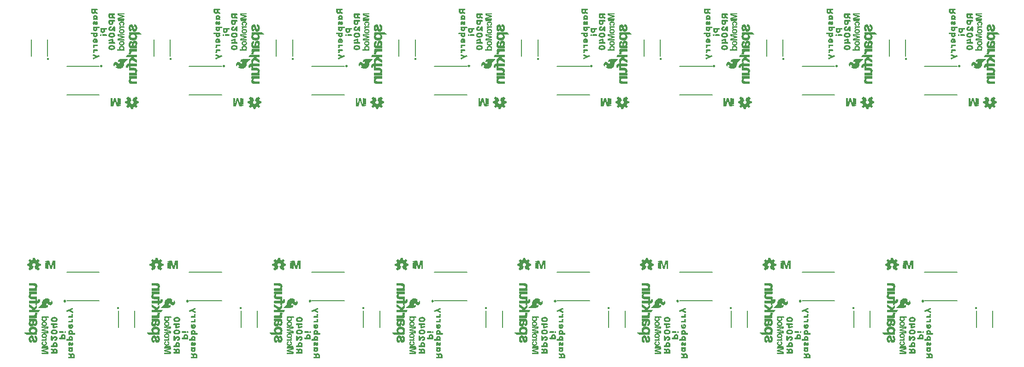
<source format=gbo>
G04 EAGLE Gerber RS-274X export*
G75*
%MOMM*%
%FSLAX34Y34*%
%LPD*%
%INSilkscreen Bottom*%
%IPPOS*%
%AMOC8*
5,1,8,0,0,1.08239X$1,22.5*%
G01*
%ADD10C,0.300000*%
%ADD11C,0.152400*%
%ADD12C,0.203200*%
%ADD13C,0.400000*%

G36*
X477851Y189708D02*
X477851Y189708D01*
X477916Y189713D01*
X477935Y189724D01*
X477956Y189729D01*
X478040Y189789D01*
X478064Y189803D01*
X478067Y189808D01*
X478072Y189812D01*
X480272Y192112D01*
X480280Y192125D01*
X480293Y192135D01*
X480324Y192199D01*
X480360Y192261D01*
X480361Y192277D01*
X480368Y192291D01*
X480368Y192362D01*
X480373Y192433D01*
X480367Y192448D01*
X480367Y192464D01*
X480309Y192589D01*
X480307Y192593D01*
X480307Y192594D01*
X478439Y195209D01*
X478441Y195220D01*
X478450Y195233D01*
X478462Y195291D01*
X478471Y195312D01*
X478470Y195334D01*
X478476Y195367D01*
X478477Y195372D01*
X478477Y195373D01*
X478477Y195374D01*
X478477Y195384D01*
X478510Y195449D01*
X478566Y195506D01*
X478578Y195524D01*
X478589Y195533D01*
X478597Y195552D01*
X478637Y195604D01*
X478710Y195749D01*
X478766Y195806D01*
X478807Y195870D01*
X478850Y195933D01*
X478853Y195945D01*
X478858Y195953D01*
X478861Y195988D01*
X478877Y196074D01*
X478877Y196123D01*
X478907Y196170D01*
X478950Y196233D01*
X478953Y196245D01*
X478958Y196253D01*
X478961Y196288D01*
X478977Y196374D01*
X478977Y196484D01*
X479010Y196549D01*
X479066Y196606D01*
X479107Y196670D01*
X479150Y196733D01*
X479153Y196745D01*
X479158Y196753D01*
X479161Y196788D01*
X479167Y196821D01*
X479171Y196829D01*
X479170Y196837D01*
X479177Y196874D01*
X479177Y196923D01*
X479207Y196970D01*
X479250Y197033D01*
X479253Y197045D01*
X479258Y197053D01*
X479261Y197088D01*
X479277Y197174D01*
X479277Y197284D01*
X479306Y197342D01*
X482562Y197900D01*
X482580Y197907D01*
X482600Y197908D01*
X482659Y197941D01*
X482722Y197967D01*
X482734Y197982D01*
X482751Y197991D01*
X482790Y198047D01*
X482835Y198098D01*
X482839Y198117D01*
X482850Y198133D01*
X482872Y198244D01*
X482877Y198266D01*
X482877Y198270D01*
X482877Y198274D01*
X482877Y201474D01*
X482873Y201493D01*
X482876Y201512D01*
X482864Y201546D01*
X482864Y201553D01*
X482858Y201563D01*
X482853Y201576D01*
X482838Y201642D01*
X482826Y201657D01*
X482819Y201675D01*
X482771Y201723D01*
X482728Y201776D01*
X482710Y201783D01*
X482696Y201797D01*
X482590Y201837D01*
X482570Y201846D01*
X482566Y201846D01*
X482562Y201848D01*
X479350Y202398D01*
X479339Y202437D01*
X479338Y202442D01*
X479338Y202443D01*
X479337Y202443D01*
X479277Y202563D01*
X479277Y202574D01*
X479274Y202589D01*
X479276Y202605D01*
X479257Y202675D01*
X479256Y202690D01*
X479248Y202704D01*
X479239Y202737D01*
X479238Y202742D01*
X479238Y202743D01*
X479237Y202743D01*
X479177Y202863D01*
X479177Y202874D01*
X479174Y202889D01*
X479176Y202905D01*
X479139Y203037D01*
X479138Y203042D01*
X479138Y203043D01*
X479137Y203043D01*
X478977Y203363D01*
X478977Y203374D01*
X478974Y203389D01*
X478976Y203405D01*
X478939Y203537D01*
X478938Y203542D01*
X478938Y203543D01*
X478937Y203543D01*
X478837Y203743D01*
X478814Y203771D01*
X478777Y203825D01*
X478777Y203874D01*
X478760Y203948D01*
X478747Y204023D01*
X478740Y204033D01*
X478738Y204042D01*
X478715Y204070D01*
X478666Y204142D01*
X478610Y204198D01*
X478537Y204343D01*
X478514Y204371D01*
X478477Y204425D01*
X478477Y204474D01*
X478460Y204548D01*
X478456Y204570D01*
X480310Y207258D01*
X480317Y207274D01*
X480328Y207287D01*
X480348Y207354D01*
X480374Y207419D01*
X480372Y207437D01*
X480377Y207453D01*
X480365Y207522D01*
X480359Y207592D01*
X480350Y207606D01*
X480347Y207623D01*
X480275Y207729D01*
X480269Y207740D01*
X480267Y207740D01*
X480266Y207742D01*
X478066Y209942D01*
X478052Y209951D01*
X478042Y209965D01*
X477979Y209996D01*
X477919Y210033D01*
X477902Y210035D01*
X477887Y210042D01*
X477817Y210043D01*
X477747Y210049D01*
X477731Y210043D01*
X477714Y210043D01*
X477596Y209992D01*
X477585Y209988D01*
X477585Y209987D01*
X477583Y209986D01*
X474884Y208124D01*
X474866Y208142D01*
X474802Y208182D01*
X474739Y208226D01*
X474727Y208228D01*
X474719Y208233D01*
X474684Y208236D01*
X474598Y208253D01*
X474548Y208253D01*
X474536Y208261D01*
X474468Y208313D01*
X474323Y208385D01*
X474266Y208442D01*
X474202Y208482D01*
X474139Y208526D01*
X474127Y208528D01*
X474119Y208533D01*
X474084Y208536D01*
X473998Y208553D01*
X473948Y208553D01*
X473936Y208561D01*
X473868Y208613D01*
X473668Y208713D01*
X473652Y208717D01*
X473639Y208726D01*
X473505Y208752D01*
X473499Y208753D01*
X473498Y208753D01*
X473488Y208753D01*
X473368Y208813D01*
X473352Y208817D01*
X473339Y208826D01*
X473205Y208852D01*
X473199Y208853D01*
X473198Y208853D01*
X473148Y208853D01*
X473102Y208882D01*
X473039Y208926D01*
X473027Y208928D01*
X473019Y208933D01*
X472984Y208936D01*
X472898Y208953D01*
X472788Y208953D01*
X472730Y208982D01*
X472172Y212238D01*
X472164Y212256D01*
X472164Y212275D01*
X472131Y212334D01*
X472105Y212397D01*
X472090Y212410D01*
X472081Y212427D01*
X472025Y212466D01*
X471973Y212510D01*
X471955Y212515D01*
X471939Y212526D01*
X471828Y212547D01*
X471806Y212553D01*
X471802Y212552D01*
X471798Y212553D01*
X468598Y212553D01*
X468579Y212549D01*
X468560Y212551D01*
X468496Y212529D01*
X468430Y212513D01*
X468415Y212501D01*
X468396Y212495D01*
X468349Y212447D01*
X468296Y212403D01*
X468288Y212386D01*
X468275Y212372D01*
X468235Y212266D01*
X468226Y212245D01*
X468226Y212242D01*
X468224Y212238D01*
X467674Y209026D01*
X467635Y209015D01*
X467630Y209013D01*
X467629Y209013D01*
X467509Y208953D01*
X467498Y208953D01*
X467482Y208949D01*
X467466Y208952D01*
X467335Y208915D01*
X467330Y208913D01*
X467329Y208913D01*
X467209Y208853D01*
X467198Y208853D01*
X467182Y208849D01*
X467166Y208852D01*
X467035Y208815D01*
X467030Y208813D01*
X467029Y208813D01*
X466909Y208753D01*
X466798Y208753D01*
X466724Y208736D01*
X466649Y208722D01*
X466639Y208716D01*
X466630Y208713D01*
X466602Y208691D01*
X466530Y208642D01*
X466474Y208585D01*
X466409Y208553D01*
X466398Y208553D01*
X466382Y208549D01*
X466366Y208552D01*
X466235Y208515D01*
X466230Y208513D01*
X466229Y208513D01*
X466029Y208413D01*
X466001Y208390D01*
X465930Y208342D01*
X465874Y208285D01*
X465809Y208253D01*
X465798Y208253D01*
X465782Y208249D01*
X465766Y208252D01*
X465635Y208215D01*
X465630Y208213D01*
X465629Y208213D01*
X465487Y208142D01*
X462814Y209986D01*
X462802Y209991D01*
X462792Y210000D01*
X462721Y210022D01*
X462652Y210049D01*
X462640Y210048D01*
X462627Y210052D01*
X462554Y210040D01*
X462480Y210034D01*
X462469Y210027D01*
X462456Y210025D01*
X462336Y209948D01*
X460036Y207748D01*
X460022Y207726D01*
X460002Y207710D01*
X459975Y207654D01*
X459942Y207603D01*
X459939Y207577D01*
X459928Y207554D01*
X459929Y207492D01*
X459921Y207431D01*
X459930Y207407D01*
X459930Y207381D01*
X459968Y207301D01*
X459980Y207268D01*
X459986Y207262D01*
X459991Y207251D01*
X461927Y204578D01*
X461886Y204498D01*
X461830Y204442D01*
X461790Y204377D01*
X461746Y204314D01*
X461744Y204303D01*
X461739Y204295D01*
X461735Y204260D01*
X461719Y204174D01*
X461719Y204124D01*
X461711Y204111D01*
X461659Y204043D01*
X461586Y203898D01*
X461530Y203842D01*
X461490Y203777D01*
X461446Y203714D01*
X461444Y203703D01*
X461439Y203695D01*
X461435Y203660D01*
X461419Y203574D01*
X461419Y203524D01*
X461390Y203477D01*
X461346Y203414D01*
X461344Y203403D01*
X461339Y203395D01*
X461335Y203360D01*
X461319Y203274D01*
X461319Y203163D01*
X461286Y203098D01*
X461230Y203042D01*
X461190Y202977D01*
X461146Y202914D01*
X461144Y202903D01*
X461139Y202895D01*
X461135Y202860D01*
X461119Y202774D01*
X461119Y202724D01*
X461090Y202677D01*
X461046Y202614D01*
X461044Y202603D01*
X461039Y202595D01*
X461035Y202560D01*
X461019Y202474D01*
X461019Y202395D01*
X457736Y201848D01*
X457717Y201840D01*
X457697Y201839D01*
X457638Y201807D01*
X457576Y201781D01*
X457563Y201766D01*
X457545Y201756D01*
X457507Y201701D01*
X457463Y201651D01*
X457458Y201631D01*
X457446Y201614D01*
X457430Y201533D01*
X457426Y201523D01*
X457426Y201512D01*
X457425Y201508D01*
X457419Y201483D01*
X457420Y201479D01*
X457419Y201474D01*
X457419Y198274D01*
X457423Y198255D01*
X457421Y198236D01*
X457443Y198171D01*
X457458Y198105D01*
X457471Y198090D01*
X457477Y198072D01*
X457525Y198024D01*
X457569Y197972D01*
X457586Y197964D01*
X457600Y197950D01*
X457706Y197910D01*
X457727Y197901D01*
X457730Y197901D01*
X457734Y197900D01*
X461022Y197336D01*
X461057Y197211D01*
X461058Y197205D01*
X461059Y197205D01*
X461059Y197204D01*
X461119Y197084D01*
X461119Y197074D01*
X461123Y197058D01*
X461120Y197042D01*
X461157Y196911D01*
X461158Y196905D01*
X461159Y196905D01*
X461159Y196904D01*
X461219Y196784D01*
X461219Y196774D01*
X461223Y196758D01*
X461220Y196742D01*
X461257Y196611D01*
X461258Y196605D01*
X461259Y196605D01*
X461259Y196604D01*
X461419Y196284D01*
X461419Y196274D01*
X461423Y196258D01*
X461420Y196242D01*
X461457Y196111D01*
X461458Y196105D01*
X461459Y196105D01*
X461459Y196104D01*
X461559Y195904D01*
X461582Y195876D01*
X461630Y195806D01*
X461686Y195749D01*
X461719Y195684D01*
X461719Y195674D01*
X461723Y195658D01*
X461720Y195642D01*
X461757Y195511D01*
X461758Y195505D01*
X461759Y195505D01*
X461759Y195504D01*
X461859Y195304D01*
X461882Y195276D01*
X461930Y195206D01*
X461940Y195195D01*
X459995Y192601D01*
X459985Y192579D01*
X459968Y192560D01*
X459951Y192500D01*
X459925Y192443D01*
X459926Y192418D01*
X459920Y192394D01*
X459930Y192333D01*
X459933Y192270D01*
X459945Y192248D01*
X459950Y192224D01*
X460001Y192149D01*
X460017Y192119D01*
X460024Y192114D01*
X460030Y192106D01*
X462330Y189806D01*
X462345Y189797D01*
X462355Y189783D01*
X462418Y189751D01*
X462477Y189714D01*
X462494Y189713D01*
X462509Y189705D01*
X462580Y189705D01*
X462649Y189698D01*
X462665Y189704D01*
X462682Y189704D01*
X462800Y189756D01*
X462811Y189760D01*
X462812Y189761D01*
X462814Y189761D01*
X465513Y191623D01*
X465530Y191606D01*
X465595Y191565D01*
X465658Y191521D01*
X465669Y191519D01*
X465677Y191514D01*
X465712Y191511D01*
X465728Y191508D01*
X465730Y191506D01*
X465795Y191465D01*
X465858Y191421D01*
X465869Y191419D01*
X465877Y191414D01*
X465912Y191411D01*
X465998Y191394D01*
X466048Y191394D01*
X466095Y191365D01*
X466158Y191321D01*
X466169Y191319D01*
X466177Y191314D01*
X466212Y191311D01*
X466228Y191308D01*
X466230Y191306D01*
X466295Y191265D01*
X466358Y191221D01*
X466369Y191219D01*
X466377Y191214D01*
X466412Y191211D01*
X466428Y191208D01*
X466430Y191206D01*
X466495Y191165D01*
X466558Y191121D01*
X466569Y191119D01*
X466577Y191114D01*
X466612Y191111D01*
X466641Y191105D01*
X466669Y191072D01*
X466687Y191064D01*
X466702Y191049D01*
X466765Y191029D01*
X466827Y191001D01*
X466847Y191002D01*
X466866Y190996D01*
X466933Y191006D01*
X467000Y191008D01*
X467017Y191018D01*
X467037Y191021D01*
X467092Y191059D01*
X467151Y191091D01*
X467163Y191108D01*
X467180Y191120D01*
X467236Y191212D01*
X467250Y191233D01*
X467251Y191238D01*
X467254Y191242D01*
X469254Y196642D01*
X469258Y196673D01*
X469270Y196701D01*
X469268Y196757D01*
X469275Y196814D01*
X469265Y196843D01*
X469264Y196874D01*
X469237Y196924D01*
X469218Y196977D01*
X469196Y196999D01*
X469181Y197026D01*
X469122Y197072D01*
X469095Y197098D01*
X469082Y197102D01*
X469068Y197113D01*
X468523Y197385D01*
X468366Y197542D01*
X468336Y197561D01*
X468268Y197613D01*
X468123Y197685D01*
X467810Y197998D01*
X467737Y198143D01*
X467714Y198171D01*
X467666Y198242D01*
X467510Y198398D01*
X467449Y198519D01*
X467358Y198794D01*
X467346Y198813D01*
X467337Y198843D01*
X467277Y198963D01*
X467277Y199074D01*
X467269Y199109D01*
X467258Y199194D01*
X467177Y199435D01*
X467177Y200212D01*
X467258Y200454D01*
X467261Y200490D01*
X467277Y200574D01*
X467277Y200759D01*
X467414Y200963D01*
X467427Y200998D01*
X467458Y201054D01*
X467542Y201306D01*
X467893Y201832D01*
X468240Y202179D01*
X468766Y202530D01*
X469018Y202614D01*
X469036Y202625D01*
X469050Y202628D01*
X469063Y202639D01*
X469109Y202658D01*
X469313Y202794D01*
X469498Y202794D01*
X469533Y202803D01*
X469618Y202814D01*
X469860Y202894D01*
X470451Y202894D01*
X470806Y202806D01*
X470842Y202805D01*
X470898Y202794D01*
X471083Y202794D01*
X471288Y202658D01*
X471323Y202645D01*
X471372Y202617D01*
X471374Y202616D01*
X471375Y202616D01*
X471378Y202614D01*
X471630Y202530D01*
X471857Y202379D01*
X472030Y202206D01*
X472056Y202189D01*
X472088Y202158D01*
X472357Y201979D01*
X472503Y201832D01*
X472854Y201306D01*
X473219Y200212D01*
X473219Y199735D01*
X473138Y199494D01*
X473135Y199458D01*
X473119Y199374D01*
X473119Y199163D01*
X472959Y198843D01*
X472954Y198821D01*
X472938Y198794D01*
X472847Y198519D01*
X472686Y198198D01*
X472530Y198042D01*
X472511Y198011D01*
X472459Y197943D01*
X472386Y197798D01*
X472274Y197685D01*
X472129Y197613D01*
X472101Y197590D01*
X472030Y197542D01*
X471874Y197385D01*
X471553Y197225D01*
X471278Y197133D01*
X471229Y197103D01*
X471176Y197081D01*
X471157Y197059D01*
X471131Y197043D01*
X471100Y196994D01*
X471063Y196951D01*
X471055Y196922D01*
X471039Y196896D01*
X471034Y196839D01*
X471019Y196783D01*
X471025Y196749D01*
X471022Y196724D01*
X471034Y196692D01*
X471043Y196642D01*
X473043Y191242D01*
X473068Y191204D01*
X473084Y191161D01*
X473115Y191133D01*
X473138Y191098D01*
X473178Y191075D01*
X473211Y191044D01*
X473252Y191032D01*
X473288Y191011D01*
X473334Y191008D01*
X473377Y190995D01*
X473419Y191002D01*
X473460Y191000D01*
X473503Y191017D01*
X473548Y191025D01*
X473589Y191053D01*
X473620Y191066D01*
X473637Y191086D01*
X473650Y191094D01*
X473698Y191094D01*
X473773Y191112D01*
X473848Y191125D01*
X473858Y191132D01*
X473867Y191134D01*
X473894Y191157D01*
X473966Y191206D01*
X473973Y191212D01*
X474048Y191225D01*
X474058Y191232D01*
X474067Y191234D01*
X474094Y191257D01*
X474166Y191306D01*
X474173Y191312D01*
X474248Y191325D01*
X474258Y191332D01*
X474267Y191334D01*
X474294Y191357D01*
X474366Y191406D01*
X474373Y191412D01*
X474448Y191425D01*
X474458Y191432D01*
X474467Y191434D01*
X474494Y191457D01*
X474566Y191506D01*
X474573Y191512D01*
X474648Y191525D01*
X474658Y191532D01*
X474667Y191534D01*
X474694Y191557D01*
X474766Y191606D01*
X474773Y191612D01*
X474848Y191625D01*
X474858Y191632D01*
X474867Y191634D01*
X477583Y189761D01*
X477603Y189754D01*
X477619Y189740D01*
X477683Y189722D01*
X477744Y189698D01*
X477765Y189700D01*
X477786Y189695D01*
X477851Y189708D01*
G37*
G36*
X27686Y189708D02*
X27686Y189708D01*
X27752Y189713D01*
X27770Y189724D01*
X27791Y189729D01*
X27876Y189789D01*
X27900Y189803D01*
X27903Y189808D01*
X27908Y189812D01*
X30108Y192112D01*
X30116Y192125D01*
X30129Y192135D01*
X30160Y192199D01*
X30196Y192261D01*
X30197Y192277D01*
X30204Y192291D01*
X30203Y192362D01*
X30209Y192433D01*
X30203Y192448D01*
X30202Y192464D01*
X30145Y192589D01*
X30143Y192593D01*
X30143Y192594D01*
X28275Y195209D01*
X28277Y195220D01*
X28286Y195233D01*
X28297Y195291D01*
X28306Y195312D01*
X28306Y195334D01*
X28312Y195367D01*
X28313Y195372D01*
X28313Y195373D01*
X28313Y195374D01*
X28313Y195384D01*
X28346Y195449D01*
X28402Y195506D01*
X28413Y195524D01*
X28425Y195533D01*
X28433Y195552D01*
X28473Y195604D01*
X28546Y195749D01*
X28602Y195806D01*
X28642Y195870D01*
X28686Y195933D01*
X28688Y195945D01*
X28693Y195953D01*
X28697Y195988D01*
X28713Y196074D01*
X28713Y196123D01*
X28742Y196170D01*
X28786Y196233D01*
X28788Y196245D01*
X28793Y196253D01*
X28797Y196288D01*
X28813Y196374D01*
X28813Y196484D01*
X28846Y196549D01*
X28902Y196606D01*
X28942Y196670D01*
X28986Y196733D01*
X28988Y196745D01*
X28993Y196753D01*
X28997Y196788D01*
X29003Y196821D01*
X29006Y196829D01*
X29006Y196837D01*
X29013Y196874D01*
X29013Y196923D01*
X29042Y196970D01*
X29086Y197033D01*
X29088Y197045D01*
X29093Y197053D01*
X29097Y197088D01*
X29113Y197174D01*
X29113Y197284D01*
X29142Y197342D01*
X32398Y197900D01*
X32416Y197907D01*
X32435Y197908D01*
X32495Y197941D01*
X32557Y197967D01*
X32570Y197982D01*
X32587Y197991D01*
X32626Y198047D01*
X32670Y198098D01*
X32675Y198117D01*
X32686Y198133D01*
X32708Y198244D01*
X32713Y198266D01*
X32712Y198270D01*
X32713Y198274D01*
X32713Y201474D01*
X32709Y201493D01*
X32711Y201512D01*
X32700Y201546D01*
X32699Y201553D01*
X32694Y201563D01*
X32689Y201576D01*
X32674Y201642D01*
X32661Y201657D01*
X32655Y201675D01*
X32607Y201723D01*
X32564Y201776D01*
X32546Y201783D01*
X32532Y201797D01*
X32426Y201837D01*
X32406Y201846D01*
X32402Y201846D01*
X32398Y201848D01*
X29186Y202398D01*
X29175Y202437D01*
X29174Y202442D01*
X29173Y202443D01*
X29113Y202563D01*
X29113Y202574D01*
X29110Y202589D01*
X29112Y202605D01*
X29092Y202675D01*
X29092Y202690D01*
X29084Y202704D01*
X29075Y202737D01*
X29074Y202742D01*
X29073Y202743D01*
X29013Y202863D01*
X29013Y202874D01*
X29010Y202889D01*
X29012Y202905D01*
X28975Y203037D01*
X28974Y203042D01*
X28973Y203043D01*
X28813Y203363D01*
X28813Y203374D01*
X28810Y203389D01*
X28812Y203405D01*
X28775Y203537D01*
X28774Y203542D01*
X28773Y203543D01*
X28673Y203743D01*
X28650Y203771D01*
X28613Y203825D01*
X28613Y203874D01*
X28596Y203948D01*
X28582Y204023D01*
X28576Y204033D01*
X28574Y204042D01*
X28551Y204070D01*
X28502Y204142D01*
X28446Y204198D01*
X28373Y204343D01*
X28350Y204371D01*
X28313Y204425D01*
X28313Y204474D01*
X28296Y204548D01*
X28292Y204570D01*
X30146Y207258D01*
X30152Y207274D01*
X30164Y207287D01*
X30184Y207354D01*
X30209Y207419D01*
X30208Y207437D01*
X30213Y207453D01*
X30200Y207522D01*
X30194Y207592D01*
X30185Y207606D01*
X30182Y207623D01*
X30111Y207729D01*
X30104Y207740D01*
X30103Y207740D01*
X30102Y207742D01*
X27902Y209942D01*
X27888Y209951D01*
X27877Y209965D01*
X27815Y209996D01*
X27755Y210033D01*
X27738Y210035D01*
X27723Y210042D01*
X27653Y210043D01*
X27583Y210049D01*
X27567Y210043D01*
X27550Y210043D01*
X27432Y209992D01*
X27421Y209988D01*
X27420Y209987D01*
X27419Y209986D01*
X24720Y208124D01*
X24702Y208142D01*
X24637Y208182D01*
X24575Y208226D01*
X24563Y208228D01*
X24555Y208233D01*
X24520Y208236D01*
X24434Y208253D01*
X24384Y208253D01*
X24372Y208261D01*
X24304Y208313D01*
X24159Y208385D01*
X24102Y208442D01*
X24037Y208482D01*
X23975Y208526D01*
X23963Y208528D01*
X23955Y208533D01*
X23920Y208536D01*
X23834Y208553D01*
X23784Y208553D01*
X23772Y208561D01*
X23704Y208613D01*
X23504Y208713D01*
X23488Y208717D01*
X23475Y208726D01*
X23341Y208752D01*
X23335Y208753D01*
X23334Y208753D01*
X23324Y208753D01*
X23204Y208813D01*
X23188Y208817D01*
X23175Y208826D01*
X23041Y208852D01*
X23035Y208853D01*
X23034Y208853D01*
X22984Y208853D01*
X22937Y208882D01*
X22875Y208926D01*
X22863Y208928D01*
X22855Y208933D01*
X22820Y208936D01*
X22734Y208953D01*
X22624Y208953D01*
X22566Y208982D01*
X22008Y212238D01*
X22000Y212256D01*
X21999Y212275D01*
X21967Y212334D01*
X21940Y212397D01*
X21926Y212410D01*
X21916Y212427D01*
X21861Y212466D01*
X21809Y212510D01*
X21790Y212515D01*
X21775Y212526D01*
X21664Y212547D01*
X21642Y212553D01*
X21638Y212552D01*
X21634Y212553D01*
X18434Y212553D01*
X18415Y212549D01*
X18396Y212551D01*
X18332Y212529D01*
X18266Y212513D01*
X18251Y212501D01*
X18232Y212495D01*
X18185Y212447D01*
X18132Y212403D01*
X18124Y212386D01*
X18111Y212372D01*
X18071Y212266D01*
X18062Y212245D01*
X18062Y212242D01*
X18060Y212238D01*
X17510Y209026D01*
X17471Y209015D01*
X17466Y209013D01*
X17465Y209013D01*
X17464Y209013D01*
X17344Y208953D01*
X17334Y208953D01*
X17318Y208949D01*
X17302Y208952D01*
X17171Y208915D01*
X17166Y208913D01*
X17165Y208913D01*
X17164Y208913D01*
X17044Y208853D01*
X17034Y208853D01*
X17018Y208849D01*
X17002Y208852D01*
X16871Y208815D01*
X16866Y208813D01*
X16865Y208813D01*
X16864Y208813D01*
X16744Y208753D01*
X16634Y208753D01*
X16560Y208736D01*
X16484Y208722D01*
X16475Y208716D01*
X16466Y208713D01*
X16438Y208691D01*
X16366Y208642D01*
X16309Y208585D01*
X16244Y208553D01*
X16234Y208553D01*
X16218Y208549D01*
X16202Y208552D01*
X16071Y208515D01*
X16066Y208513D01*
X16065Y208513D01*
X16064Y208513D01*
X15864Y208413D01*
X15837Y208390D01*
X15766Y208342D01*
X15709Y208285D01*
X15644Y208253D01*
X15634Y208253D01*
X15618Y208249D01*
X15602Y208252D01*
X15471Y208215D01*
X15466Y208213D01*
X15465Y208213D01*
X15464Y208213D01*
X15323Y208142D01*
X12649Y209986D01*
X12637Y209991D01*
X12628Y210000D01*
X12557Y210022D01*
X12488Y210049D01*
X12475Y210048D01*
X12463Y210052D01*
X12390Y210040D01*
X12316Y210034D01*
X12305Y210027D01*
X12292Y210025D01*
X12172Y209948D01*
X9872Y207748D01*
X9858Y207726D01*
X9838Y207710D01*
X9811Y207654D01*
X9777Y207603D01*
X9774Y207577D01*
X9763Y207554D01*
X9764Y207492D01*
X9757Y207431D01*
X9766Y207407D01*
X9766Y207381D01*
X9804Y207301D01*
X9815Y207268D01*
X9822Y207262D01*
X9827Y207251D01*
X11762Y204578D01*
X11722Y204498D01*
X11666Y204442D01*
X11626Y204377D01*
X11582Y204314D01*
X11580Y204303D01*
X11575Y204295D01*
X11571Y204260D01*
X11555Y204174D01*
X11555Y204124D01*
X11547Y204111D01*
X11495Y204043D01*
X11422Y203898D01*
X11366Y203842D01*
X11326Y203777D01*
X11282Y203714D01*
X11280Y203703D01*
X11275Y203695D01*
X11271Y203660D01*
X11255Y203574D01*
X11255Y203524D01*
X11226Y203477D01*
X11182Y203414D01*
X11180Y203403D01*
X11175Y203395D01*
X11171Y203360D01*
X11155Y203274D01*
X11155Y203163D01*
X11122Y203098D01*
X11066Y203042D01*
X11026Y202977D01*
X10982Y202914D01*
X10980Y202903D01*
X10975Y202895D01*
X10971Y202860D01*
X10955Y202774D01*
X10955Y202724D01*
X10926Y202677D01*
X10882Y202614D01*
X10880Y202603D01*
X10875Y202595D01*
X10871Y202560D01*
X10855Y202474D01*
X10855Y202395D01*
X7572Y201848D01*
X7553Y201840D01*
X7533Y201839D01*
X7474Y201807D01*
X7412Y201781D01*
X7399Y201766D01*
X7381Y201756D01*
X7343Y201701D01*
X7299Y201651D01*
X7293Y201631D01*
X7282Y201614D01*
X7266Y201533D01*
X7262Y201523D01*
X7262Y201512D01*
X7261Y201508D01*
X7255Y201483D01*
X7256Y201479D01*
X7255Y201474D01*
X7255Y198274D01*
X7259Y198255D01*
X7257Y198236D01*
X7279Y198171D01*
X7294Y198105D01*
X7307Y198090D01*
X7313Y198072D01*
X7361Y198024D01*
X7404Y197972D01*
X7422Y197964D01*
X7436Y197950D01*
X7542Y197910D01*
X7562Y197901D01*
X7566Y197901D01*
X7570Y197900D01*
X10858Y197336D01*
X10893Y197211D01*
X10894Y197205D01*
X10895Y197205D01*
X10895Y197204D01*
X10955Y197084D01*
X10955Y197074D01*
X10958Y197058D01*
X10956Y197042D01*
X10993Y196911D01*
X10994Y196905D01*
X10995Y196905D01*
X10995Y196904D01*
X11055Y196784D01*
X11055Y196774D01*
X11058Y196758D01*
X11056Y196742D01*
X11093Y196611D01*
X11094Y196605D01*
X11095Y196605D01*
X11095Y196604D01*
X11255Y196284D01*
X11255Y196274D01*
X11258Y196258D01*
X11256Y196242D01*
X11293Y196111D01*
X11294Y196105D01*
X11295Y196105D01*
X11295Y196104D01*
X11395Y195904D01*
X11418Y195876D01*
X11466Y195806D01*
X11522Y195749D01*
X11555Y195684D01*
X11555Y195674D01*
X11558Y195658D01*
X11556Y195642D01*
X11593Y195511D01*
X11594Y195505D01*
X11595Y195505D01*
X11595Y195504D01*
X11695Y195304D01*
X11718Y195276D01*
X11766Y195206D01*
X11776Y195195D01*
X9831Y192601D01*
X9821Y192579D01*
X9804Y192560D01*
X9786Y192500D01*
X9761Y192443D01*
X9762Y192418D01*
X9755Y192394D01*
X9766Y192333D01*
X9769Y192270D01*
X9781Y192248D01*
X9786Y192224D01*
X9837Y192149D01*
X9853Y192119D01*
X9860Y192114D01*
X9866Y192106D01*
X12166Y189806D01*
X12180Y189797D01*
X12191Y189783D01*
X12253Y189751D01*
X12313Y189714D01*
X12330Y189713D01*
X12345Y189705D01*
X12416Y189705D01*
X12485Y189698D01*
X12501Y189704D01*
X12518Y189704D01*
X12636Y189756D01*
X12647Y189760D01*
X12648Y189761D01*
X12649Y189761D01*
X15348Y191623D01*
X15366Y191606D01*
X15431Y191565D01*
X15493Y191521D01*
X15505Y191519D01*
X15513Y191514D01*
X15548Y191511D01*
X15563Y191508D01*
X15566Y191506D01*
X15631Y191465D01*
X15693Y191421D01*
X15705Y191419D01*
X15713Y191414D01*
X15748Y191411D01*
X15834Y191394D01*
X15884Y191394D01*
X15931Y191365D01*
X15993Y191321D01*
X16005Y191319D01*
X16013Y191314D01*
X16048Y191311D01*
X16063Y191308D01*
X16066Y191306D01*
X16131Y191265D01*
X16193Y191221D01*
X16205Y191219D01*
X16213Y191214D01*
X16248Y191211D01*
X16263Y191208D01*
X16266Y191206D01*
X16331Y191165D01*
X16393Y191121D01*
X16405Y191119D01*
X16413Y191114D01*
X16448Y191111D01*
X16477Y191105D01*
X16504Y191072D01*
X16523Y191064D01*
X16538Y191049D01*
X16601Y191029D01*
X16662Y191001D01*
X16683Y191002D01*
X16702Y190996D01*
X16768Y191006D01*
X16835Y191008D01*
X16853Y191018D01*
X16873Y191021D01*
X16928Y191059D01*
X16987Y191091D01*
X16999Y191108D01*
X17015Y191120D01*
X17072Y191212D01*
X17086Y191233D01*
X17087Y191238D01*
X17090Y191242D01*
X19090Y196642D01*
X19094Y196673D01*
X19106Y196701D01*
X19104Y196757D01*
X19111Y196814D01*
X19101Y196843D01*
X19100Y196874D01*
X19073Y196924D01*
X19054Y196977D01*
X19032Y196999D01*
X19017Y197026D01*
X18957Y197072D01*
X18930Y197098D01*
X18917Y197102D01*
X18904Y197113D01*
X18359Y197385D01*
X18202Y197542D01*
X18172Y197561D01*
X18104Y197613D01*
X17959Y197685D01*
X17646Y197998D01*
X17573Y198143D01*
X17550Y198171D01*
X17502Y198242D01*
X17346Y198398D01*
X17285Y198519D01*
X17194Y198794D01*
X17182Y198813D01*
X17173Y198843D01*
X17113Y198963D01*
X17113Y199074D01*
X17105Y199109D01*
X17094Y199194D01*
X17013Y199435D01*
X17013Y200212D01*
X17094Y200454D01*
X17097Y200490D01*
X17113Y200574D01*
X17113Y200759D01*
X17250Y200963D01*
X17263Y200998D01*
X17294Y201054D01*
X17378Y201306D01*
X17729Y201832D01*
X18076Y202179D01*
X18602Y202530D01*
X18854Y202614D01*
X18872Y202625D01*
X18886Y202628D01*
X18899Y202639D01*
X18944Y202658D01*
X19149Y202794D01*
X19334Y202794D01*
X19369Y202803D01*
X19454Y202814D01*
X19696Y202894D01*
X20287Y202894D01*
X20642Y202806D01*
X20678Y202805D01*
X20734Y202794D01*
X20919Y202794D01*
X21124Y202658D01*
X21159Y202645D01*
X21208Y202617D01*
X21210Y202616D01*
X21211Y202616D01*
X21214Y202614D01*
X21466Y202530D01*
X21693Y202379D01*
X21866Y202206D01*
X21892Y202189D01*
X21924Y202158D01*
X22193Y201979D01*
X22339Y201832D01*
X22690Y201306D01*
X23055Y200212D01*
X23055Y199735D01*
X22974Y199494D01*
X22971Y199458D01*
X22955Y199374D01*
X22955Y199163D01*
X22795Y198843D01*
X22789Y198821D01*
X22774Y198794D01*
X22683Y198519D01*
X22522Y198198D01*
X22366Y198042D01*
X22347Y198011D01*
X22295Y197943D01*
X22222Y197798D01*
X22109Y197685D01*
X21964Y197613D01*
X21937Y197590D01*
X21866Y197542D01*
X21709Y197385D01*
X21388Y197225D01*
X21114Y197133D01*
X21065Y197103D01*
X21012Y197081D01*
X20992Y197059D01*
X20967Y197043D01*
X20936Y196994D01*
X20899Y196951D01*
X20891Y196922D01*
X20875Y196896D01*
X20869Y196839D01*
X20855Y196783D01*
X20861Y196749D01*
X20858Y196724D01*
X20870Y196692D01*
X20878Y196642D01*
X22878Y191242D01*
X22904Y191204D01*
X22920Y191161D01*
X22951Y191133D01*
X22974Y191098D01*
X23014Y191075D01*
X23047Y191044D01*
X23087Y191032D01*
X23124Y191011D01*
X23169Y191008D01*
X23213Y190995D01*
X23254Y191002D01*
X23296Y191000D01*
X23339Y191017D01*
X23384Y191025D01*
X23425Y191053D01*
X23456Y191066D01*
X23473Y191086D01*
X23486Y191094D01*
X23534Y191094D01*
X23608Y191112D01*
X23684Y191125D01*
X23693Y191132D01*
X23702Y191134D01*
X23730Y191157D01*
X23802Y191206D01*
X23809Y191212D01*
X23884Y191225D01*
X23893Y191232D01*
X23902Y191234D01*
X23930Y191257D01*
X24002Y191306D01*
X24009Y191312D01*
X24084Y191325D01*
X24093Y191332D01*
X24102Y191334D01*
X24130Y191357D01*
X24202Y191406D01*
X24209Y191412D01*
X24284Y191425D01*
X24293Y191432D01*
X24302Y191434D01*
X24330Y191457D01*
X24402Y191506D01*
X24409Y191512D01*
X24484Y191525D01*
X24493Y191532D01*
X24502Y191534D01*
X24530Y191557D01*
X24602Y191606D01*
X24609Y191612D01*
X24684Y191625D01*
X24693Y191632D01*
X24702Y191634D01*
X24703Y191634D01*
X27419Y189761D01*
X27439Y189754D01*
X27455Y189740D01*
X27518Y189722D01*
X27580Y189698D01*
X27601Y189700D01*
X27622Y189695D01*
X27686Y189708D01*
G37*
G36*
X702920Y189708D02*
X702920Y189708D01*
X702986Y189713D01*
X703004Y189724D01*
X703025Y189729D01*
X703109Y189789D01*
X703134Y189803D01*
X703136Y189808D01*
X703142Y189812D01*
X705342Y192112D01*
X705350Y192125D01*
X705362Y192135D01*
X705393Y192199D01*
X705430Y192261D01*
X705431Y192277D01*
X705438Y192291D01*
X705437Y192362D01*
X705442Y192433D01*
X705436Y192448D01*
X705436Y192464D01*
X705378Y192589D01*
X705377Y192593D01*
X705376Y192594D01*
X703508Y195209D01*
X703511Y195220D01*
X703520Y195233D01*
X703531Y195291D01*
X703540Y195312D01*
X703539Y195334D01*
X703546Y195367D01*
X703547Y195372D01*
X703547Y195373D01*
X703547Y195374D01*
X703547Y195384D01*
X703579Y195449D01*
X703636Y195506D01*
X703647Y195524D01*
X703658Y195533D01*
X703667Y195552D01*
X703707Y195604D01*
X703779Y195749D01*
X703836Y195806D01*
X703876Y195870D01*
X703920Y195933D01*
X703922Y195945D01*
X703927Y195953D01*
X703930Y195988D01*
X703947Y196074D01*
X703947Y196123D01*
X703976Y196170D01*
X704020Y196233D01*
X704022Y196245D01*
X704027Y196253D01*
X704030Y196288D01*
X704047Y196374D01*
X704047Y196484D01*
X704079Y196549D01*
X704136Y196606D01*
X704176Y196670D01*
X704220Y196733D01*
X704222Y196745D01*
X704227Y196753D01*
X704230Y196788D01*
X704237Y196821D01*
X704240Y196829D01*
X704240Y196837D01*
X704247Y196874D01*
X704247Y196923D01*
X704276Y196970D01*
X704320Y197033D01*
X704322Y197045D01*
X704327Y197053D01*
X704330Y197088D01*
X704347Y197174D01*
X704347Y197284D01*
X704376Y197342D01*
X707632Y197900D01*
X707650Y197907D01*
X707669Y197908D01*
X707728Y197941D01*
X707791Y197967D01*
X707804Y197982D01*
X707821Y197991D01*
X707860Y198047D01*
X707904Y198098D01*
X707909Y198117D01*
X707920Y198133D01*
X707941Y198244D01*
X707947Y198266D01*
X707946Y198270D01*
X707947Y198274D01*
X707947Y201474D01*
X707942Y201493D01*
X707945Y201512D01*
X707933Y201546D01*
X707933Y201553D01*
X707927Y201563D01*
X707923Y201576D01*
X707907Y201642D01*
X707895Y201657D01*
X707889Y201675D01*
X707840Y201723D01*
X707797Y201776D01*
X707779Y201783D01*
X707766Y201797D01*
X707660Y201837D01*
X707639Y201846D01*
X707636Y201846D01*
X707632Y201848D01*
X704419Y202398D01*
X704409Y202437D01*
X704407Y202442D01*
X704407Y202443D01*
X704347Y202563D01*
X704347Y202574D01*
X704343Y202589D01*
X704346Y202605D01*
X704326Y202675D01*
X704325Y202690D01*
X704318Y202704D01*
X704309Y202737D01*
X704307Y202742D01*
X704307Y202743D01*
X704247Y202863D01*
X704247Y202874D01*
X704243Y202889D01*
X704246Y202905D01*
X704209Y203037D01*
X704207Y203042D01*
X704207Y203043D01*
X704047Y203363D01*
X704047Y203374D01*
X704043Y203389D01*
X704046Y203405D01*
X704009Y203537D01*
X704007Y203542D01*
X704007Y203543D01*
X703907Y203743D01*
X703884Y203771D01*
X703847Y203825D01*
X703847Y203874D01*
X703829Y203948D01*
X703816Y204023D01*
X703810Y204033D01*
X703807Y204042D01*
X703785Y204070D01*
X703736Y204142D01*
X703679Y204198D01*
X703607Y204343D01*
X703584Y204371D01*
X703547Y204425D01*
X703547Y204474D01*
X703529Y204548D01*
X703526Y204570D01*
X705380Y207258D01*
X705386Y207274D01*
X705398Y207287D01*
X705417Y207354D01*
X705443Y207419D01*
X705441Y207437D01*
X705446Y207453D01*
X705434Y207522D01*
X705428Y207592D01*
X705419Y207606D01*
X705416Y207623D01*
X705344Y207729D01*
X705338Y207740D01*
X705337Y207740D01*
X705336Y207742D01*
X703136Y209942D01*
X703121Y209951D01*
X703111Y209965D01*
X703048Y209996D01*
X702989Y210033D01*
X702972Y210035D01*
X702956Y210042D01*
X702886Y210043D01*
X702816Y210049D01*
X702801Y210043D01*
X702783Y210043D01*
X702666Y209992D01*
X702655Y209988D01*
X702654Y209987D01*
X702652Y209986D01*
X699953Y208124D01*
X699936Y208142D01*
X699871Y208182D01*
X699808Y208226D01*
X699797Y208228D01*
X699789Y208233D01*
X699754Y208236D01*
X699668Y208253D01*
X699618Y208253D01*
X699605Y208261D01*
X699537Y208313D01*
X699392Y208385D01*
X699336Y208442D01*
X699271Y208482D01*
X699208Y208526D01*
X699197Y208528D01*
X699189Y208533D01*
X699154Y208536D01*
X699068Y208553D01*
X699018Y208553D01*
X699005Y208561D01*
X698937Y208613D01*
X698737Y208713D01*
X698721Y208717D01*
X698708Y208726D01*
X698574Y208752D01*
X698569Y208753D01*
X698568Y208753D01*
X698557Y208753D01*
X698437Y208813D01*
X698421Y208817D01*
X698408Y208826D01*
X698274Y208852D01*
X698269Y208853D01*
X698268Y208853D01*
X698218Y208853D01*
X698171Y208882D01*
X698108Y208926D01*
X698097Y208928D01*
X698089Y208933D01*
X698054Y208936D01*
X697968Y208953D01*
X697857Y208953D01*
X697800Y208982D01*
X697241Y212238D01*
X697234Y212256D01*
X697233Y212275D01*
X697201Y212334D01*
X697174Y212397D01*
X697159Y212410D01*
X697150Y212427D01*
X697094Y212466D01*
X697043Y212510D01*
X697024Y212515D01*
X697008Y212526D01*
X696897Y212547D01*
X696875Y212553D01*
X696872Y212552D01*
X696868Y212553D01*
X693668Y212553D01*
X693649Y212549D01*
X693630Y212551D01*
X693565Y212529D01*
X693499Y212513D01*
X693484Y212501D01*
X693466Y212495D01*
X693418Y212447D01*
X693366Y212403D01*
X693358Y212386D01*
X693344Y212372D01*
X693304Y212266D01*
X693295Y212245D01*
X693295Y212242D01*
X693294Y212238D01*
X692743Y209026D01*
X692704Y209015D01*
X692699Y209013D01*
X692698Y209013D01*
X692578Y208953D01*
X692568Y208953D01*
X692552Y208949D01*
X692536Y208952D01*
X692404Y208915D01*
X692399Y208913D01*
X692398Y208913D01*
X692278Y208853D01*
X692268Y208853D01*
X692252Y208849D01*
X692236Y208852D01*
X692104Y208815D01*
X692099Y208813D01*
X692098Y208813D01*
X691978Y208753D01*
X691868Y208753D01*
X691793Y208736D01*
X691718Y208722D01*
X691708Y208716D01*
X691699Y208713D01*
X691672Y208691D01*
X691599Y208642D01*
X691543Y208585D01*
X691478Y208553D01*
X691468Y208553D01*
X691452Y208549D01*
X691436Y208552D01*
X691304Y208515D01*
X691299Y208513D01*
X691298Y208513D01*
X691098Y208413D01*
X691070Y208390D01*
X690999Y208342D01*
X690943Y208285D01*
X690878Y208253D01*
X690868Y208253D01*
X690852Y208249D01*
X690836Y208252D01*
X690704Y208215D01*
X690699Y208213D01*
X690698Y208213D01*
X690556Y208142D01*
X687883Y209986D01*
X687871Y209991D01*
X687862Y210000D01*
X687791Y210022D01*
X687722Y210049D01*
X687709Y210048D01*
X687697Y210052D01*
X687623Y210040D01*
X687549Y210034D01*
X687538Y210027D01*
X687526Y210025D01*
X687405Y209948D01*
X685105Y207748D01*
X685091Y207726D01*
X685071Y207710D01*
X685045Y207654D01*
X685011Y207603D01*
X685008Y207577D01*
X684997Y207554D01*
X684998Y207492D01*
X684991Y207431D01*
X684999Y207407D01*
X685000Y207381D01*
X685037Y207301D01*
X685049Y207268D01*
X685056Y207262D01*
X685060Y207251D01*
X686996Y204578D01*
X686956Y204498D01*
X686899Y204442D01*
X686859Y204377D01*
X686815Y204314D01*
X686813Y204303D01*
X686808Y204295D01*
X686805Y204260D01*
X686788Y204174D01*
X686788Y204124D01*
X686781Y204111D01*
X686728Y204043D01*
X686656Y203898D01*
X686599Y203842D01*
X686559Y203777D01*
X686515Y203714D01*
X686513Y203703D01*
X686508Y203695D01*
X686505Y203660D01*
X686488Y203574D01*
X686488Y203524D01*
X686459Y203477D01*
X686415Y203414D01*
X686413Y203403D01*
X686408Y203395D01*
X686405Y203360D01*
X686388Y203274D01*
X686388Y203163D01*
X686356Y203098D01*
X686299Y203042D01*
X686259Y202977D01*
X686215Y202914D01*
X686213Y202903D01*
X686208Y202895D01*
X686205Y202860D01*
X686188Y202774D01*
X686188Y202724D01*
X686159Y202677D01*
X686115Y202614D01*
X686113Y202603D01*
X686108Y202595D01*
X686105Y202560D01*
X686088Y202474D01*
X686088Y202395D01*
X682805Y201848D01*
X682787Y201840D01*
X682766Y201839D01*
X682707Y201807D01*
X682646Y201781D01*
X682632Y201766D01*
X682615Y201756D01*
X682576Y201701D01*
X682532Y201651D01*
X682527Y201631D01*
X682515Y201614D01*
X682500Y201533D01*
X682495Y201523D01*
X682496Y201512D01*
X682495Y201508D01*
X682488Y201483D01*
X682489Y201479D01*
X682488Y201474D01*
X682488Y198274D01*
X682493Y198255D01*
X682490Y198236D01*
X682512Y198171D01*
X682528Y198105D01*
X682540Y198090D01*
X682546Y198072D01*
X682595Y198024D01*
X682638Y197972D01*
X682656Y197964D01*
X682670Y197950D01*
X682776Y197910D01*
X682796Y197901D01*
X682799Y197901D01*
X682804Y197900D01*
X686091Y197336D01*
X686127Y197211D01*
X686128Y197205D01*
X686128Y197204D01*
X686188Y197084D01*
X686188Y197074D01*
X686192Y197058D01*
X686190Y197042D01*
X686227Y196911D01*
X686228Y196905D01*
X686228Y196904D01*
X686288Y196784D01*
X686288Y196774D01*
X686292Y196758D01*
X686290Y196742D01*
X686327Y196611D01*
X686328Y196605D01*
X686328Y196604D01*
X686488Y196284D01*
X686488Y196274D01*
X686492Y196258D01*
X686490Y196242D01*
X686527Y196111D01*
X686528Y196105D01*
X686528Y196104D01*
X686628Y195904D01*
X686651Y195876D01*
X686699Y195806D01*
X686756Y195749D01*
X686788Y195684D01*
X686788Y195674D01*
X686792Y195658D01*
X686790Y195642D01*
X686827Y195511D01*
X686828Y195505D01*
X686828Y195504D01*
X686928Y195304D01*
X686951Y195276D01*
X686999Y195206D01*
X687010Y195195D01*
X685064Y192601D01*
X685054Y192579D01*
X685038Y192560D01*
X685020Y192500D01*
X684995Y192443D01*
X684996Y192418D01*
X684989Y192394D01*
X685000Y192333D01*
X685003Y192270D01*
X685015Y192248D01*
X685019Y192224D01*
X685070Y192149D01*
X685087Y192119D01*
X685094Y192114D01*
X685099Y192106D01*
X687399Y189806D01*
X687414Y189797D01*
X687424Y189783D01*
X687487Y189751D01*
X687546Y189714D01*
X687563Y189713D01*
X687579Y189705D01*
X687649Y189705D01*
X687719Y189698D01*
X687735Y189704D01*
X687752Y189704D01*
X687870Y189756D01*
X687880Y189760D01*
X687881Y189761D01*
X687883Y189761D01*
X690582Y191623D01*
X690599Y191606D01*
X690664Y191565D01*
X690727Y191521D01*
X690739Y191519D01*
X690746Y191514D01*
X690782Y191511D01*
X690797Y191508D01*
X690799Y191506D01*
X690864Y191465D01*
X690927Y191421D01*
X690939Y191419D01*
X690946Y191414D01*
X690982Y191411D01*
X691068Y191394D01*
X691117Y191394D01*
X691164Y191365D01*
X691227Y191321D01*
X691239Y191319D01*
X691246Y191314D01*
X691282Y191311D01*
X691297Y191308D01*
X691299Y191306D01*
X691364Y191265D01*
X691427Y191221D01*
X691439Y191219D01*
X691446Y191214D01*
X691482Y191211D01*
X691497Y191208D01*
X691499Y191206D01*
X691564Y191165D01*
X691627Y191121D01*
X691639Y191119D01*
X691646Y191114D01*
X691682Y191111D01*
X691710Y191105D01*
X691738Y191072D01*
X691757Y191064D01*
X691771Y191049D01*
X691835Y191029D01*
X691896Y191001D01*
X691916Y191002D01*
X691936Y190996D01*
X692002Y191006D01*
X692069Y191008D01*
X692087Y191018D01*
X692107Y191021D01*
X692162Y191059D01*
X692221Y191091D01*
X692232Y191108D01*
X692249Y191120D01*
X692305Y191212D01*
X692320Y191233D01*
X692321Y191238D01*
X692323Y191242D01*
X694323Y196642D01*
X694327Y196673D01*
X694340Y196701D01*
X694338Y196757D01*
X694345Y196814D01*
X694335Y196843D01*
X694333Y196874D01*
X694306Y196924D01*
X694288Y196977D01*
X694266Y196999D01*
X694251Y197026D01*
X694191Y197072D01*
X694164Y197098D01*
X694151Y197102D01*
X694137Y197113D01*
X693592Y197385D01*
X693436Y197542D01*
X693405Y197561D01*
X693337Y197613D01*
X693192Y197685D01*
X692879Y197998D01*
X692807Y198143D01*
X692784Y198171D01*
X692736Y198242D01*
X692579Y198398D01*
X692519Y198519D01*
X692427Y198794D01*
X692415Y198813D01*
X692407Y198843D01*
X692347Y198963D01*
X692347Y199074D01*
X692339Y199109D01*
X692327Y199194D01*
X692247Y199435D01*
X692247Y200212D01*
X692327Y200454D01*
X692331Y200490D01*
X692347Y200574D01*
X692347Y200759D01*
X692483Y200963D01*
X692496Y200998D01*
X692527Y201054D01*
X692611Y201306D01*
X692962Y201832D01*
X693309Y202179D01*
X693836Y202530D01*
X694088Y202614D01*
X694106Y202625D01*
X694120Y202628D01*
X694132Y202639D01*
X694178Y202658D01*
X694382Y202794D01*
X694568Y202794D01*
X694603Y202803D01*
X694688Y202814D01*
X694929Y202894D01*
X695521Y202894D01*
X695876Y202806D01*
X695912Y202805D01*
X695968Y202794D01*
X696153Y202794D01*
X696357Y202658D01*
X696392Y202645D01*
X696442Y202617D01*
X696444Y202616D01*
X696448Y202614D01*
X696699Y202530D01*
X696926Y202379D01*
X697099Y202206D01*
X697126Y202189D01*
X697157Y202158D01*
X697426Y201979D01*
X697573Y201832D01*
X697924Y201306D01*
X698288Y200212D01*
X698288Y199735D01*
X698208Y199494D01*
X698205Y199458D01*
X698188Y199374D01*
X698188Y199163D01*
X698028Y198843D01*
X698023Y198821D01*
X698008Y198794D01*
X697916Y198519D01*
X697756Y198198D01*
X697599Y198042D01*
X697581Y198011D01*
X697528Y197943D01*
X697456Y197798D01*
X697343Y197685D01*
X697198Y197613D01*
X697170Y197590D01*
X697099Y197542D01*
X696943Y197385D01*
X696622Y197225D01*
X696348Y197133D01*
X696299Y197103D01*
X696246Y197081D01*
X696226Y197059D01*
X696200Y197043D01*
X696170Y196994D01*
X696132Y196951D01*
X696125Y196922D01*
X696109Y196896D01*
X696103Y196839D01*
X696088Y196783D01*
X696094Y196749D01*
X696092Y196724D01*
X696104Y196692D01*
X696112Y196642D01*
X698112Y191242D01*
X698137Y191204D01*
X698154Y191161D01*
X698184Y191133D01*
X698207Y191098D01*
X698247Y191075D01*
X698281Y191044D01*
X698321Y191032D01*
X698357Y191011D01*
X698403Y191008D01*
X698447Y190995D01*
X698488Y191002D01*
X698530Y191000D01*
X698572Y191017D01*
X698617Y191025D01*
X698659Y191053D01*
X698690Y191066D01*
X698707Y191086D01*
X698719Y191094D01*
X698768Y191094D01*
X698842Y191112D01*
X698917Y191125D01*
X698927Y191132D01*
X698936Y191134D01*
X698963Y191157D01*
X699036Y191206D01*
X699042Y191212D01*
X699117Y191225D01*
X699127Y191232D01*
X699136Y191234D01*
X699163Y191257D01*
X699236Y191306D01*
X699242Y191312D01*
X699317Y191325D01*
X699327Y191332D01*
X699336Y191334D01*
X699363Y191357D01*
X699436Y191406D01*
X699442Y191412D01*
X699517Y191425D01*
X699527Y191432D01*
X699536Y191434D01*
X699563Y191457D01*
X699636Y191506D01*
X699642Y191512D01*
X699717Y191525D01*
X699727Y191532D01*
X699736Y191534D01*
X699763Y191557D01*
X699836Y191606D01*
X699842Y191612D01*
X699917Y191625D01*
X699927Y191632D01*
X699936Y191634D01*
X699937Y191634D01*
X702652Y189761D01*
X702672Y189754D01*
X702688Y189740D01*
X702752Y189722D01*
X702813Y189698D01*
X702835Y189700D01*
X702855Y189695D01*
X702920Y189708D01*
G37*
G36*
X1153084Y189708D02*
X1153084Y189708D01*
X1153150Y189713D01*
X1153168Y189724D01*
X1153189Y189729D01*
X1153274Y189789D01*
X1153298Y189803D01*
X1153301Y189808D01*
X1153306Y189812D01*
X1155506Y192112D01*
X1155514Y192125D01*
X1155527Y192135D01*
X1155558Y192199D01*
X1155594Y192261D01*
X1155595Y192277D01*
X1155602Y192291D01*
X1155601Y192362D01*
X1155606Y192433D01*
X1155600Y192448D01*
X1155600Y192464D01*
X1155543Y192589D01*
X1155541Y192593D01*
X1155541Y192594D01*
X1155540Y192594D01*
X1153672Y195209D01*
X1153675Y195220D01*
X1153684Y195233D01*
X1153695Y195291D01*
X1153704Y195312D01*
X1153703Y195334D01*
X1153710Y195367D01*
X1153711Y195372D01*
X1153711Y195373D01*
X1153711Y195374D01*
X1153711Y195384D01*
X1153744Y195449D01*
X1153800Y195506D01*
X1153811Y195524D01*
X1153822Y195533D01*
X1153831Y195552D01*
X1153871Y195604D01*
X1153944Y195749D01*
X1154000Y195806D01*
X1154040Y195870D01*
X1154084Y195933D01*
X1154086Y195945D01*
X1154091Y195953D01*
X1154095Y195988D01*
X1154111Y196074D01*
X1154111Y196123D01*
X1154140Y196170D01*
X1154184Y196233D01*
X1154186Y196245D01*
X1154191Y196253D01*
X1154195Y196288D01*
X1154211Y196374D01*
X1154211Y196484D01*
X1154244Y196549D01*
X1154300Y196606D01*
X1154340Y196670D01*
X1154384Y196733D01*
X1154386Y196745D01*
X1154391Y196753D01*
X1154395Y196788D01*
X1154401Y196821D01*
X1154404Y196829D01*
X1154404Y196837D01*
X1154411Y196874D01*
X1154411Y196923D01*
X1154440Y196970D01*
X1154484Y197033D01*
X1154486Y197045D01*
X1154491Y197053D01*
X1154495Y197088D01*
X1154511Y197174D01*
X1154511Y197284D01*
X1154540Y197342D01*
X1157796Y197900D01*
X1157814Y197907D01*
X1157833Y197908D01*
X1157893Y197941D01*
X1157955Y197967D01*
X1157968Y197982D01*
X1157985Y197991D01*
X1158024Y198047D01*
X1158068Y198098D01*
X1158073Y198117D01*
X1158084Y198133D01*
X1158105Y198244D01*
X1158111Y198266D01*
X1158110Y198270D01*
X1158111Y198274D01*
X1158111Y201474D01*
X1158107Y201493D01*
X1158109Y201512D01*
X1158098Y201546D01*
X1158097Y201553D01*
X1158092Y201563D01*
X1158087Y201576D01*
X1158072Y201642D01*
X1158059Y201657D01*
X1158053Y201675D01*
X1158005Y201723D01*
X1157961Y201776D01*
X1157944Y201783D01*
X1157930Y201797D01*
X1157824Y201837D01*
X1157803Y201846D01*
X1157800Y201846D01*
X1157796Y201848D01*
X1154584Y202398D01*
X1154573Y202437D01*
X1154572Y202442D01*
X1154571Y202443D01*
X1154511Y202563D01*
X1154511Y202574D01*
X1154507Y202589D01*
X1154510Y202605D01*
X1154490Y202675D01*
X1154490Y202690D01*
X1154482Y202704D01*
X1154473Y202737D01*
X1154472Y202742D01*
X1154471Y202743D01*
X1154411Y202863D01*
X1154411Y202874D01*
X1154407Y202889D01*
X1154410Y202905D01*
X1154373Y203037D01*
X1154372Y203042D01*
X1154371Y203043D01*
X1154211Y203363D01*
X1154211Y203374D01*
X1154207Y203389D01*
X1154210Y203405D01*
X1154173Y203537D01*
X1154172Y203542D01*
X1154171Y203543D01*
X1154071Y203743D01*
X1154048Y203771D01*
X1154011Y203825D01*
X1154011Y203874D01*
X1153994Y203948D01*
X1153980Y204023D01*
X1153974Y204033D01*
X1153972Y204042D01*
X1153949Y204070D01*
X1153900Y204142D01*
X1153844Y204198D01*
X1153771Y204343D01*
X1153748Y204371D01*
X1153711Y204425D01*
X1153711Y204474D01*
X1153694Y204548D01*
X1153690Y204570D01*
X1155544Y207258D01*
X1155550Y207274D01*
X1155562Y207287D01*
X1155582Y207354D01*
X1155607Y207419D01*
X1155606Y207437D01*
X1155611Y207453D01*
X1155598Y207522D01*
X1155592Y207592D01*
X1155583Y207606D01*
X1155580Y207623D01*
X1155509Y207729D01*
X1155502Y207740D01*
X1155501Y207740D01*
X1155500Y207742D01*
X1153300Y209942D01*
X1153285Y209951D01*
X1153275Y209965D01*
X1153212Y209996D01*
X1153153Y210033D01*
X1153136Y210035D01*
X1153121Y210042D01*
X1153050Y210043D01*
X1152981Y210049D01*
X1152965Y210043D01*
X1152948Y210043D01*
X1152830Y209992D01*
X1152819Y209988D01*
X1152818Y209987D01*
X1152817Y209986D01*
X1150117Y208124D01*
X1150100Y208142D01*
X1150035Y208182D01*
X1149972Y208226D01*
X1149961Y208228D01*
X1149953Y208233D01*
X1149918Y208236D01*
X1149832Y208253D01*
X1149782Y208253D01*
X1149770Y208261D01*
X1149701Y208313D01*
X1149556Y208385D01*
X1149500Y208442D01*
X1149435Y208482D01*
X1149372Y208526D01*
X1149361Y208528D01*
X1149353Y208533D01*
X1149318Y208536D01*
X1149232Y208553D01*
X1149182Y208553D01*
X1149170Y208561D01*
X1149101Y208613D01*
X1148901Y208713D01*
X1148886Y208717D01*
X1148872Y208726D01*
X1148739Y208752D01*
X1148733Y208753D01*
X1148732Y208753D01*
X1148721Y208753D01*
X1148601Y208813D01*
X1148586Y208817D01*
X1148572Y208826D01*
X1148439Y208852D01*
X1148433Y208853D01*
X1148432Y208853D01*
X1148382Y208853D01*
X1148335Y208882D01*
X1148272Y208926D01*
X1148261Y208928D01*
X1148253Y208933D01*
X1148218Y208936D01*
X1148132Y208953D01*
X1148021Y208953D01*
X1147964Y208982D01*
X1147406Y212238D01*
X1147398Y212256D01*
X1147397Y212275D01*
X1147365Y212334D01*
X1147338Y212397D01*
X1147324Y212410D01*
X1147314Y212427D01*
X1147259Y212466D01*
X1147207Y212510D01*
X1147188Y212515D01*
X1147172Y212526D01*
X1147062Y212547D01*
X1147039Y212553D01*
X1147036Y212552D01*
X1147032Y212553D01*
X1143832Y212553D01*
X1143813Y212549D01*
X1143794Y212551D01*
X1143729Y212529D01*
X1143663Y212513D01*
X1143648Y212501D01*
X1143630Y212495D01*
X1143582Y212447D01*
X1143530Y212403D01*
X1143522Y212386D01*
X1143508Y212372D01*
X1143469Y212266D01*
X1143459Y212245D01*
X1143460Y212242D01*
X1143458Y212238D01*
X1142907Y209026D01*
X1142869Y209015D01*
X1142863Y209013D01*
X1142862Y209013D01*
X1142742Y208953D01*
X1142732Y208953D01*
X1142716Y208949D01*
X1142700Y208952D01*
X1142569Y208915D01*
X1142563Y208913D01*
X1142562Y208913D01*
X1142442Y208853D01*
X1142432Y208853D01*
X1142416Y208849D01*
X1142400Y208852D01*
X1142269Y208815D01*
X1142263Y208813D01*
X1142262Y208813D01*
X1142142Y208753D01*
X1142032Y208753D01*
X1141957Y208736D01*
X1141882Y208722D01*
X1141873Y208716D01*
X1141863Y208713D01*
X1141836Y208691D01*
X1141764Y208642D01*
X1141707Y208585D01*
X1141642Y208553D01*
X1141632Y208553D01*
X1141616Y208549D01*
X1141600Y208552D01*
X1141469Y208515D01*
X1141463Y208513D01*
X1141462Y208513D01*
X1141262Y208413D01*
X1141235Y208390D01*
X1141164Y208342D01*
X1141107Y208285D01*
X1141042Y208253D01*
X1141032Y208253D01*
X1141016Y208249D01*
X1141000Y208252D01*
X1140869Y208215D01*
X1140863Y208213D01*
X1140862Y208213D01*
X1140721Y208142D01*
X1138047Y209986D01*
X1138035Y209991D01*
X1138026Y210000D01*
X1137955Y210022D01*
X1137886Y210049D01*
X1137873Y210048D01*
X1137861Y210052D01*
X1137788Y210040D01*
X1137714Y210034D01*
X1137703Y210027D01*
X1137690Y210025D01*
X1137570Y209948D01*
X1135270Y207748D01*
X1135256Y207726D01*
X1135235Y207710D01*
X1135209Y207654D01*
X1135175Y207603D01*
X1135172Y207577D01*
X1135161Y207554D01*
X1135162Y207492D01*
X1135155Y207431D01*
X1135164Y207407D01*
X1135164Y207381D01*
X1135201Y207301D01*
X1135213Y207268D01*
X1135220Y207262D01*
X1135225Y207251D01*
X1137160Y204578D01*
X1137120Y204498D01*
X1137064Y204442D01*
X1137023Y204377D01*
X1136980Y204314D01*
X1136977Y204303D01*
X1136972Y204295D01*
X1136969Y204260D01*
X1136953Y204174D01*
X1136953Y204124D01*
X1136945Y204111D01*
X1136893Y204043D01*
X1136820Y203898D01*
X1136764Y203842D01*
X1136723Y203777D01*
X1136680Y203714D01*
X1136677Y203703D01*
X1136672Y203695D01*
X1136669Y203660D01*
X1136653Y203574D01*
X1136653Y203524D01*
X1136623Y203477D01*
X1136580Y203414D01*
X1136577Y203403D01*
X1136572Y203395D01*
X1136569Y203360D01*
X1136553Y203274D01*
X1136553Y203163D01*
X1136520Y203098D01*
X1136464Y203042D01*
X1136423Y202977D01*
X1136380Y202914D01*
X1136377Y202903D01*
X1136372Y202895D01*
X1136369Y202860D01*
X1136353Y202774D01*
X1136353Y202724D01*
X1136323Y202677D01*
X1136280Y202614D01*
X1136277Y202603D01*
X1136272Y202595D01*
X1136269Y202560D01*
X1136253Y202474D01*
X1136253Y202395D01*
X1132969Y201848D01*
X1132951Y201840D01*
X1132931Y201839D01*
X1132872Y201807D01*
X1132810Y201781D01*
X1132796Y201766D01*
X1132779Y201756D01*
X1132740Y201701D01*
X1132696Y201651D01*
X1132691Y201631D01*
X1132680Y201614D01*
X1132664Y201533D01*
X1132659Y201523D01*
X1132660Y201512D01*
X1132659Y201508D01*
X1132653Y201483D01*
X1132654Y201479D01*
X1132653Y201474D01*
X1132653Y198274D01*
X1132657Y198255D01*
X1132654Y198236D01*
X1132677Y198171D01*
X1132692Y198105D01*
X1132704Y198090D01*
X1132711Y198072D01*
X1132759Y198024D01*
X1132802Y197972D01*
X1132820Y197964D01*
X1132834Y197950D01*
X1132940Y197910D01*
X1132960Y197901D01*
X1132964Y197901D01*
X1132968Y197900D01*
X1136256Y197336D01*
X1136291Y197211D01*
X1136292Y197205D01*
X1136293Y197204D01*
X1136353Y197084D01*
X1136353Y197074D01*
X1136356Y197058D01*
X1136354Y197042D01*
X1136391Y196911D01*
X1136392Y196905D01*
X1136393Y196904D01*
X1136453Y196784D01*
X1136453Y196774D01*
X1136456Y196758D01*
X1136454Y196742D01*
X1136491Y196611D01*
X1136492Y196605D01*
X1136493Y196604D01*
X1136653Y196284D01*
X1136653Y196274D01*
X1136656Y196258D01*
X1136654Y196242D01*
X1136691Y196111D01*
X1136692Y196105D01*
X1136693Y196104D01*
X1136793Y195904D01*
X1136816Y195876D01*
X1136864Y195806D01*
X1136920Y195749D01*
X1136953Y195684D01*
X1136953Y195674D01*
X1136956Y195658D01*
X1136954Y195642D01*
X1136991Y195511D01*
X1136992Y195505D01*
X1136993Y195504D01*
X1137093Y195304D01*
X1137116Y195276D01*
X1137164Y195206D01*
X1137174Y195195D01*
X1135228Y192601D01*
X1135218Y192579D01*
X1135202Y192560D01*
X1135184Y192500D01*
X1135159Y192443D01*
X1135160Y192418D01*
X1135153Y192394D01*
X1135164Y192333D01*
X1135167Y192270D01*
X1135179Y192248D01*
X1135183Y192224D01*
X1135234Y192149D01*
X1135251Y192119D01*
X1135258Y192114D01*
X1135264Y192106D01*
X1137564Y189806D01*
X1137578Y189797D01*
X1137588Y189783D01*
X1137651Y189751D01*
X1137711Y189714D01*
X1137728Y189713D01*
X1137743Y189705D01*
X1137813Y189705D01*
X1137883Y189698D01*
X1137899Y189704D01*
X1137916Y189704D01*
X1138034Y189756D01*
X1138045Y189760D01*
X1138045Y189761D01*
X1138047Y189761D01*
X1140746Y191623D01*
X1140764Y191606D01*
X1140828Y191565D01*
X1140891Y191521D01*
X1140903Y191519D01*
X1140911Y191514D01*
X1140946Y191511D01*
X1140961Y191508D01*
X1140964Y191506D01*
X1141028Y191465D01*
X1141091Y191421D01*
X1141103Y191419D01*
X1141111Y191414D01*
X1141146Y191411D01*
X1141232Y191394D01*
X1141282Y191394D01*
X1141328Y191365D01*
X1141391Y191321D01*
X1141403Y191319D01*
X1141411Y191314D01*
X1141446Y191311D01*
X1141461Y191308D01*
X1141464Y191306D01*
X1141528Y191265D01*
X1141591Y191221D01*
X1141603Y191219D01*
X1141611Y191214D01*
X1141646Y191211D01*
X1141661Y191208D01*
X1141664Y191206D01*
X1141728Y191165D01*
X1141791Y191121D01*
X1141803Y191119D01*
X1141811Y191114D01*
X1141846Y191111D01*
X1141874Y191105D01*
X1141902Y191072D01*
X1141921Y191064D01*
X1141935Y191049D01*
X1141999Y191029D01*
X1142060Y191001D01*
X1142081Y191002D01*
X1142100Y190996D01*
X1142166Y191006D01*
X1142233Y191008D01*
X1142251Y191018D01*
X1142271Y191021D01*
X1142326Y191059D01*
X1142385Y191091D01*
X1142397Y191108D01*
X1142413Y191120D01*
X1142469Y191212D01*
X1142484Y191233D01*
X1142485Y191238D01*
X1142487Y191242D01*
X1144487Y196642D01*
X1144491Y196673D01*
X1144504Y196701D01*
X1144502Y196757D01*
X1144509Y196814D01*
X1144499Y196843D01*
X1144498Y196874D01*
X1144471Y196924D01*
X1144452Y196977D01*
X1144430Y196999D01*
X1144415Y197026D01*
X1144355Y197072D01*
X1144328Y197098D01*
X1144315Y197102D01*
X1144301Y197113D01*
X1143756Y197385D01*
X1143600Y197542D01*
X1143570Y197561D01*
X1143501Y197613D01*
X1143356Y197685D01*
X1143044Y197998D01*
X1142971Y198143D01*
X1142948Y198171D01*
X1142900Y198242D01*
X1142744Y198398D01*
X1142683Y198519D01*
X1142592Y198794D01*
X1142579Y198813D01*
X1142571Y198843D01*
X1142511Y198963D01*
X1142511Y199074D01*
X1142503Y199109D01*
X1142492Y199194D01*
X1142411Y199435D01*
X1142411Y200212D01*
X1142492Y200454D01*
X1142495Y200490D01*
X1142511Y200574D01*
X1142511Y200759D01*
X1142647Y200963D01*
X1142660Y200998D01*
X1142692Y201054D01*
X1142776Y201306D01*
X1143127Y201832D01*
X1143473Y202179D01*
X1144000Y202530D01*
X1144252Y202614D01*
X1144270Y202625D01*
X1144284Y202628D01*
X1144297Y202639D01*
X1144342Y202658D01*
X1144547Y202794D01*
X1144732Y202794D01*
X1144767Y202803D01*
X1144852Y202814D01*
X1145093Y202894D01*
X1145685Y202894D01*
X1146040Y202806D01*
X1146076Y202805D01*
X1146132Y202794D01*
X1146317Y202794D01*
X1146521Y202658D01*
X1146556Y202645D01*
X1146606Y202617D01*
X1146608Y202616D01*
X1146612Y202614D01*
X1146864Y202530D01*
X1147090Y202379D01*
X1147264Y202206D01*
X1147290Y202189D01*
X1147321Y202158D01*
X1147590Y201979D01*
X1147737Y201832D01*
X1148088Y201306D01*
X1148453Y200212D01*
X1148453Y199735D01*
X1148372Y199494D01*
X1148369Y199458D01*
X1148353Y199374D01*
X1148353Y199163D01*
X1148193Y198843D01*
X1148187Y198821D01*
X1148172Y198794D01*
X1148081Y198519D01*
X1147920Y198198D01*
X1147764Y198042D01*
X1147745Y198011D01*
X1147693Y197943D01*
X1147620Y197798D01*
X1147507Y197685D01*
X1147362Y197613D01*
X1147335Y197590D01*
X1147264Y197542D01*
X1147107Y197385D01*
X1146786Y197225D01*
X1146512Y197133D01*
X1146463Y197103D01*
X1146410Y197081D01*
X1146390Y197059D01*
X1146365Y197043D01*
X1146334Y196994D01*
X1146296Y196951D01*
X1146289Y196922D01*
X1146273Y196896D01*
X1146267Y196839D01*
X1146253Y196783D01*
X1146258Y196749D01*
X1146256Y196724D01*
X1146268Y196692D01*
X1146276Y196642D01*
X1148276Y191242D01*
X1148302Y191204D01*
X1148318Y191161D01*
X1148349Y191133D01*
X1148372Y191098D01*
X1148411Y191075D01*
X1148445Y191044D01*
X1148485Y191032D01*
X1148521Y191011D01*
X1148567Y191008D01*
X1148611Y190995D01*
X1148652Y191002D01*
X1148694Y191000D01*
X1148736Y191017D01*
X1148781Y191025D01*
X1148823Y191053D01*
X1148854Y191066D01*
X1148871Y191086D01*
X1148884Y191094D01*
X1148932Y191094D01*
X1149006Y191112D01*
X1149081Y191125D01*
X1149091Y191132D01*
X1149100Y191134D01*
X1149128Y191157D01*
X1149200Y191206D01*
X1149206Y191212D01*
X1149281Y191225D01*
X1149291Y191232D01*
X1149300Y191234D01*
X1149328Y191257D01*
X1149400Y191306D01*
X1149406Y191312D01*
X1149481Y191325D01*
X1149491Y191332D01*
X1149500Y191334D01*
X1149528Y191357D01*
X1149600Y191406D01*
X1149606Y191412D01*
X1149681Y191425D01*
X1149691Y191432D01*
X1149700Y191434D01*
X1149728Y191457D01*
X1149800Y191506D01*
X1149806Y191512D01*
X1149881Y191525D01*
X1149891Y191532D01*
X1149900Y191534D01*
X1149928Y191557D01*
X1150000Y191606D01*
X1150006Y191612D01*
X1150081Y191625D01*
X1150091Y191632D01*
X1150100Y191634D01*
X1150101Y191634D01*
X1152817Y189761D01*
X1152836Y189754D01*
X1152852Y189740D01*
X1152916Y189722D01*
X1152978Y189698D01*
X1152999Y189700D01*
X1153020Y189695D01*
X1153084Y189708D01*
G37*
G36*
X1603248Y189708D02*
X1603248Y189708D01*
X1603314Y189713D01*
X1603332Y189724D01*
X1603353Y189729D01*
X1603438Y189789D01*
X1603462Y189803D01*
X1603465Y189808D01*
X1603470Y189812D01*
X1605670Y192112D01*
X1605678Y192125D01*
X1605691Y192135D01*
X1605722Y192199D01*
X1605758Y192261D01*
X1605759Y192277D01*
X1605766Y192291D01*
X1605765Y192362D01*
X1605771Y192433D01*
X1605765Y192448D01*
X1605764Y192464D01*
X1605707Y192589D01*
X1605705Y192593D01*
X1605705Y192594D01*
X1603837Y195209D01*
X1603839Y195220D01*
X1603848Y195233D01*
X1603859Y195291D01*
X1603868Y195312D01*
X1603868Y195334D01*
X1603874Y195367D01*
X1603875Y195372D01*
X1603875Y195373D01*
X1603875Y195374D01*
X1603875Y195384D01*
X1603908Y195449D01*
X1603964Y195506D01*
X1603975Y195524D01*
X1603987Y195533D01*
X1603995Y195552D01*
X1604035Y195604D01*
X1604108Y195749D01*
X1604164Y195806D01*
X1604204Y195870D01*
X1604248Y195933D01*
X1604250Y195945D01*
X1604255Y195953D01*
X1604259Y195988D01*
X1604275Y196074D01*
X1604275Y196123D01*
X1604304Y196170D01*
X1604348Y196233D01*
X1604350Y196245D01*
X1604355Y196253D01*
X1604359Y196288D01*
X1604375Y196374D01*
X1604375Y196484D01*
X1604408Y196549D01*
X1604464Y196606D01*
X1604504Y196670D01*
X1604548Y196733D01*
X1604550Y196745D01*
X1604555Y196753D01*
X1604559Y196788D01*
X1604565Y196821D01*
X1604568Y196829D01*
X1604568Y196837D01*
X1604575Y196874D01*
X1604575Y196923D01*
X1604604Y196970D01*
X1604648Y197033D01*
X1604650Y197045D01*
X1604655Y197053D01*
X1604659Y197088D01*
X1604675Y197174D01*
X1604675Y197284D01*
X1604704Y197342D01*
X1607960Y197900D01*
X1607978Y197907D01*
X1607997Y197908D01*
X1608057Y197941D01*
X1608119Y197967D01*
X1608132Y197982D01*
X1608149Y197991D01*
X1608188Y198047D01*
X1608232Y198098D01*
X1608237Y198117D01*
X1608248Y198133D01*
X1608270Y198244D01*
X1608275Y198266D01*
X1608274Y198270D01*
X1608275Y198274D01*
X1608275Y201474D01*
X1608271Y201493D01*
X1608273Y201512D01*
X1608262Y201546D01*
X1608261Y201553D01*
X1608256Y201563D01*
X1608251Y201576D01*
X1608236Y201642D01*
X1608223Y201657D01*
X1608217Y201675D01*
X1608169Y201723D01*
X1608126Y201776D01*
X1608108Y201783D01*
X1608094Y201797D01*
X1607988Y201837D01*
X1607968Y201846D01*
X1607964Y201846D01*
X1607960Y201848D01*
X1604748Y202398D01*
X1604737Y202437D01*
X1604736Y202442D01*
X1604735Y202443D01*
X1604675Y202563D01*
X1604675Y202574D01*
X1604672Y202589D01*
X1604674Y202605D01*
X1604654Y202675D01*
X1604654Y202690D01*
X1604646Y202704D01*
X1604637Y202737D01*
X1604636Y202742D01*
X1604635Y202743D01*
X1604575Y202863D01*
X1604575Y202874D01*
X1604572Y202889D01*
X1604574Y202905D01*
X1604537Y203037D01*
X1604536Y203042D01*
X1604535Y203043D01*
X1604375Y203363D01*
X1604375Y203374D01*
X1604372Y203389D01*
X1604374Y203405D01*
X1604337Y203537D01*
X1604336Y203542D01*
X1604335Y203543D01*
X1604235Y203743D01*
X1604212Y203771D01*
X1604175Y203825D01*
X1604175Y203874D01*
X1604158Y203948D01*
X1604144Y204023D01*
X1604138Y204033D01*
X1604136Y204042D01*
X1604113Y204070D01*
X1604064Y204142D01*
X1604008Y204198D01*
X1603935Y204343D01*
X1603912Y204371D01*
X1603875Y204425D01*
X1603875Y204474D01*
X1603858Y204548D01*
X1603854Y204570D01*
X1605708Y207258D01*
X1605714Y207274D01*
X1605726Y207287D01*
X1605746Y207354D01*
X1605771Y207419D01*
X1605770Y207437D01*
X1605775Y207453D01*
X1605762Y207522D01*
X1605756Y207592D01*
X1605747Y207606D01*
X1605744Y207623D01*
X1605673Y207729D01*
X1605666Y207740D01*
X1605665Y207740D01*
X1605664Y207742D01*
X1603464Y209942D01*
X1603450Y209951D01*
X1603439Y209965D01*
X1603377Y209996D01*
X1603317Y210033D01*
X1603300Y210035D01*
X1603285Y210042D01*
X1603215Y210043D01*
X1603145Y210049D01*
X1603129Y210043D01*
X1603112Y210043D01*
X1602994Y209992D01*
X1602983Y209988D01*
X1602982Y209987D01*
X1602981Y209986D01*
X1600282Y208124D01*
X1600264Y208142D01*
X1600199Y208182D01*
X1600137Y208226D01*
X1600125Y208228D01*
X1600117Y208233D01*
X1600082Y208236D01*
X1599996Y208253D01*
X1599946Y208253D01*
X1599934Y208261D01*
X1599866Y208313D01*
X1599721Y208385D01*
X1599664Y208442D01*
X1599599Y208482D01*
X1599537Y208526D01*
X1599525Y208528D01*
X1599517Y208533D01*
X1599482Y208536D01*
X1599396Y208553D01*
X1599346Y208553D01*
X1599334Y208561D01*
X1599266Y208613D01*
X1599066Y208713D01*
X1599050Y208717D01*
X1599037Y208726D01*
X1598903Y208752D01*
X1598897Y208753D01*
X1598896Y208753D01*
X1598886Y208753D01*
X1598766Y208813D01*
X1598750Y208817D01*
X1598737Y208826D01*
X1598603Y208852D01*
X1598597Y208853D01*
X1598596Y208853D01*
X1598546Y208853D01*
X1598499Y208882D01*
X1598437Y208926D01*
X1598425Y208928D01*
X1598417Y208933D01*
X1598382Y208936D01*
X1598296Y208953D01*
X1598186Y208953D01*
X1598128Y208982D01*
X1597570Y212238D01*
X1597562Y212256D01*
X1597561Y212275D01*
X1597529Y212334D01*
X1597502Y212397D01*
X1597488Y212410D01*
X1597478Y212427D01*
X1597423Y212466D01*
X1597371Y212510D01*
X1597352Y212515D01*
X1597337Y212526D01*
X1597226Y212547D01*
X1597204Y212553D01*
X1597200Y212552D01*
X1597196Y212553D01*
X1593996Y212553D01*
X1593977Y212549D01*
X1593958Y212551D01*
X1593894Y212529D01*
X1593828Y212513D01*
X1593813Y212501D01*
X1593794Y212495D01*
X1593747Y212447D01*
X1593694Y212403D01*
X1593686Y212386D01*
X1593673Y212372D01*
X1593633Y212266D01*
X1593624Y212245D01*
X1593624Y212242D01*
X1593622Y212238D01*
X1593072Y209026D01*
X1593033Y209015D01*
X1593028Y209013D01*
X1593027Y209013D01*
X1593026Y209013D01*
X1592906Y208953D01*
X1592896Y208953D01*
X1592880Y208949D01*
X1592864Y208952D01*
X1592733Y208915D01*
X1592728Y208913D01*
X1592727Y208913D01*
X1592726Y208913D01*
X1592606Y208853D01*
X1592596Y208853D01*
X1592580Y208849D01*
X1592564Y208852D01*
X1592433Y208815D01*
X1592428Y208813D01*
X1592427Y208813D01*
X1592426Y208813D01*
X1592306Y208753D01*
X1592196Y208753D01*
X1592122Y208736D01*
X1592046Y208722D01*
X1592037Y208716D01*
X1592028Y208713D01*
X1592000Y208691D01*
X1591928Y208642D01*
X1591871Y208585D01*
X1591806Y208553D01*
X1591796Y208553D01*
X1591780Y208549D01*
X1591764Y208552D01*
X1591633Y208515D01*
X1591628Y208513D01*
X1591627Y208513D01*
X1591626Y208513D01*
X1591426Y208413D01*
X1591399Y208390D01*
X1591328Y208342D01*
X1591271Y208285D01*
X1591206Y208253D01*
X1591196Y208253D01*
X1591180Y208249D01*
X1591164Y208252D01*
X1591033Y208215D01*
X1591028Y208213D01*
X1591027Y208213D01*
X1591026Y208213D01*
X1590885Y208142D01*
X1588211Y209986D01*
X1588199Y209991D01*
X1588190Y210000D01*
X1588119Y210022D01*
X1588050Y210049D01*
X1588037Y210048D01*
X1588025Y210052D01*
X1587952Y210040D01*
X1587878Y210034D01*
X1587867Y210027D01*
X1587854Y210025D01*
X1587734Y209948D01*
X1585434Y207748D01*
X1585420Y207726D01*
X1585400Y207710D01*
X1585373Y207654D01*
X1585339Y207603D01*
X1585336Y207577D01*
X1585325Y207554D01*
X1585326Y207492D01*
X1585319Y207431D01*
X1585328Y207407D01*
X1585328Y207381D01*
X1585366Y207301D01*
X1585377Y207268D01*
X1585384Y207262D01*
X1585389Y207251D01*
X1587324Y204578D01*
X1587284Y204498D01*
X1587228Y204442D01*
X1587188Y204377D01*
X1587144Y204314D01*
X1587142Y204303D01*
X1587137Y204295D01*
X1587133Y204260D01*
X1587117Y204174D01*
X1587117Y204124D01*
X1587109Y204111D01*
X1587057Y204043D01*
X1586984Y203898D01*
X1586928Y203842D01*
X1586888Y203777D01*
X1586844Y203714D01*
X1586842Y203703D01*
X1586837Y203695D01*
X1586833Y203660D01*
X1586817Y203574D01*
X1586817Y203524D01*
X1586788Y203477D01*
X1586744Y203414D01*
X1586742Y203403D01*
X1586737Y203395D01*
X1586733Y203360D01*
X1586717Y203274D01*
X1586717Y203163D01*
X1586684Y203098D01*
X1586628Y203042D01*
X1586588Y202977D01*
X1586544Y202914D01*
X1586542Y202903D01*
X1586537Y202895D01*
X1586533Y202860D01*
X1586517Y202774D01*
X1586517Y202724D01*
X1586488Y202677D01*
X1586444Y202614D01*
X1586442Y202603D01*
X1586437Y202595D01*
X1586433Y202560D01*
X1586417Y202474D01*
X1586417Y202395D01*
X1583134Y201848D01*
X1583115Y201840D01*
X1583095Y201839D01*
X1583036Y201807D01*
X1582974Y201781D01*
X1582961Y201766D01*
X1582943Y201756D01*
X1582905Y201701D01*
X1582861Y201651D01*
X1582855Y201631D01*
X1582844Y201614D01*
X1582828Y201533D01*
X1582824Y201523D01*
X1582824Y201512D01*
X1582823Y201508D01*
X1582817Y201483D01*
X1582818Y201479D01*
X1582817Y201474D01*
X1582817Y198274D01*
X1582821Y198255D01*
X1582819Y198236D01*
X1582841Y198171D01*
X1582856Y198105D01*
X1582869Y198090D01*
X1582875Y198072D01*
X1582923Y198024D01*
X1582966Y197972D01*
X1582984Y197964D01*
X1582998Y197950D01*
X1583104Y197910D01*
X1583124Y197901D01*
X1583128Y197901D01*
X1583132Y197900D01*
X1586420Y197336D01*
X1586455Y197211D01*
X1586456Y197205D01*
X1586457Y197205D01*
X1586457Y197204D01*
X1586517Y197084D01*
X1586517Y197074D01*
X1586520Y197058D01*
X1586518Y197042D01*
X1586555Y196911D01*
X1586556Y196905D01*
X1586557Y196905D01*
X1586557Y196904D01*
X1586617Y196784D01*
X1586617Y196774D01*
X1586620Y196758D01*
X1586618Y196742D01*
X1586655Y196611D01*
X1586656Y196605D01*
X1586657Y196605D01*
X1586657Y196604D01*
X1586817Y196284D01*
X1586817Y196274D01*
X1586820Y196258D01*
X1586818Y196242D01*
X1586855Y196111D01*
X1586856Y196105D01*
X1586857Y196105D01*
X1586857Y196104D01*
X1586957Y195904D01*
X1586980Y195876D01*
X1587028Y195806D01*
X1587084Y195749D01*
X1587117Y195684D01*
X1587117Y195674D01*
X1587120Y195658D01*
X1587118Y195642D01*
X1587155Y195511D01*
X1587156Y195505D01*
X1587157Y195505D01*
X1587157Y195504D01*
X1587257Y195304D01*
X1587280Y195276D01*
X1587328Y195206D01*
X1587338Y195195D01*
X1585393Y192601D01*
X1585383Y192579D01*
X1585366Y192560D01*
X1585348Y192500D01*
X1585323Y192443D01*
X1585324Y192418D01*
X1585317Y192394D01*
X1585328Y192333D01*
X1585331Y192270D01*
X1585343Y192248D01*
X1585348Y192224D01*
X1585399Y192149D01*
X1585415Y192119D01*
X1585422Y192114D01*
X1585428Y192106D01*
X1587728Y189806D01*
X1587742Y189797D01*
X1587753Y189783D01*
X1587815Y189751D01*
X1587875Y189714D01*
X1587892Y189713D01*
X1587907Y189705D01*
X1587978Y189705D01*
X1588047Y189698D01*
X1588063Y189704D01*
X1588080Y189704D01*
X1588198Y189756D01*
X1588209Y189760D01*
X1588210Y189761D01*
X1588211Y189761D01*
X1590910Y191623D01*
X1590928Y191606D01*
X1590993Y191565D01*
X1591055Y191521D01*
X1591067Y191519D01*
X1591075Y191514D01*
X1591110Y191511D01*
X1591125Y191508D01*
X1591128Y191506D01*
X1591193Y191465D01*
X1591255Y191421D01*
X1591267Y191419D01*
X1591275Y191414D01*
X1591310Y191411D01*
X1591396Y191394D01*
X1591446Y191394D01*
X1591493Y191365D01*
X1591555Y191321D01*
X1591567Y191319D01*
X1591575Y191314D01*
X1591610Y191311D01*
X1591625Y191308D01*
X1591628Y191306D01*
X1591693Y191265D01*
X1591755Y191221D01*
X1591767Y191219D01*
X1591775Y191214D01*
X1591810Y191211D01*
X1591825Y191208D01*
X1591828Y191206D01*
X1591893Y191165D01*
X1591955Y191121D01*
X1591967Y191119D01*
X1591975Y191114D01*
X1592010Y191111D01*
X1592039Y191105D01*
X1592066Y191072D01*
X1592085Y191064D01*
X1592100Y191049D01*
X1592163Y191029D01*
X1592224Y191001D01*
X1592245Y191002D01*
X1592264Y190996D01*
X1592330Y191006D01*
X1592397Y191008D01*
X1592415Y191018D01*
X1592435Y191021D01*
X1592490Y191059D01*
X1592549Y191091D01*
X1592561Y191108D01*
X1592577Y191120D01*
X1592634Y191212D01*
X1592648Y191233D01*
X1592649Y191238D01*
X1592652Y191242D01*
X1594652Y196642D01*
X1594656Y196673D01*
X1594668Y196701D01*
X1594666Y196757D01*
X1594673Y196814D01*
X1594663Y196843D01*
X1594662Y196874D01*
X1594635Y196924D01*
X1594616Y196977D01*
X1594594Y196999D01*
X1594579Y197026D01*
X1594519Y197072D01*
X1594492Y197098D01*
X1594479Y197102D01*
X1594466Y197113D01*
X1593921Y197385D01*
X1593764Y197542D01*
X1593734Y197561D01*
X1593666Y197613D01*
X1593521Y197685D01*
X1593208Y197998D01*
X1593135Y198143D01*
X1593112Y198171D01*
X1593064Y198242D01*
X1592908Y198398D01*
X1592847Y198519D01*
X1592756Y198794D01*
X1592744Y198813D01*
X1592735Y198843D01*
X1592675Y198963D01*
X1592675Y199074D01*
X1592667Y199109D01*
X1592656Y199194D01*
X1592575Y199435D01*
X1592575Y200212D01*
X1592656Y200454D01*
X1592659Y200490D01*
X1592675Y200574D01*
X1592675Y200759D01*
X1592812Y200963D01*
X1592825Y200998D01*
X1592856Y201054D01*
X1592940Y201306D01*
X1593291Y201832D01*
X1593638Y202179D01*
X1594164Y202530D01*
X1594416Y202614D01*
X1594434Y202625D01*
X1594448Y202628D01*
X1594461Y202639D01*
X1594506Y202658D01*
X1594711Y202794D01*
X1594896Y202794D01*
X1594931Y202803D01*
X1595016Y202814D01*
X1595258Y202894D01*
X1595849Y202894D01*
X1596204Y202806D01*
X1596240Y202805D01*
X1596296Y202794D01*
X1596481Y202794D01*
X1596686Y202658D01*
X1596721Y202645D01*
X1596770Y202617D01*
X1596772Y202616D01*
X1596773Y202616D01*
X1596776Y202614D01*
X1597028Y202530D01*
X1597255Y202379D01*
X1597428Y202206D01*
X1597454Y202189D01*
X1597486Y202158D01*
X1597755Y201979D01*
X1597901Y201832D01*
X1598252Y201306D01*
X1598617Y200212D01*
X1598617Y199735D01*
X1598536Y199494D01*
X1598533Y199458D01*
X1598517Y199374D01*
X1598517Y199163D01*
X1598357Y198843D01*
X1598351Y198821D01*
X1598336Y198794D01*
X1598245Y198519D01*
X1598084Y198198D01*
X1597928Y198042D01*
X1597909Y198011D01*
X1597857Y197943D01*
X1597784Y197798D01*
X1597671Y197685D01*
X1597526Y197613D01*
X1597499Y197590D01*
X1597428Y197542D01*
X1597271Y197385D01*
X1596950Y197225D01*
X1596676Y197133D01*
X1596627Y197103D01*
X1596574Y197081D01*
X1596554Y197059D01*
X1596529Y197043D01*
X1596498Y196994D01*
X1596461Y196951D01*
X1596453Y196922D01*
X1596437Y196896D01*
X1596431Y196839D01*
X1596417Y196783D01*
X1596423Y196749D01*
X1596420Y196724D01*
X1596432Y196692D01*
X1596440Y196642D01*
X1598440Y191242D01*
X1598466Y191204D01*
X1598482Y191161D01*
X1598513Y191133D01*
X1598536Y191098D01*
X1598576Y191075D01*
X1598609Y191044D01*
X1598649Y191032D01*
X1598686Y191011D01*
X1598731Y191008D01*
X1598775Y190995D01*
X1598816Y191002D01*
X1598858Y191000D01*
X1598901Y191017D01*
X1598946Y191025D01*
X1598987Y191053D01*
X1599018Y191066D01*
X1599035Y191086D01*
X1599048Y191094D01*
X1599096Y191094D01*
X1599170Y191112D01*
X1599246Y191125D01*
X1599255Y191132D01*
X1599264Y191134D01*
X1599292Y191157D01*
X1599364Y191206D01*
X1599371Y191212D01*
X1599446Y191225D01*
X1599455Y191232D01*
X1599464Y191234D01*
X1599492Y191257D01*
X1599564Y191306D01*
X1599571Y191312D01*
X1599646Y191325D01*
X1599655Y191332D01*
X1599664Y191334D01*
X1599692Y191357D01*
X1599764Y191406D01*
X1599771Y191412D01*
X1599846Y191425D01*
X1599855Y191432D01*
X1599864Y191434D01*
X1599892Y191457D01*
X1599964Y191506D01*
X1599971Y191512D01*
X1600046Y191525D01*
X1600055Y191532D01*
X1600064Y191534D01*
X1600092Y191557D01*
X1600164Y191606D01*
X1600171Y191612D01*
X1600246Y191625D01*
X1600255Y191632D01*
X1600264Y191634D01*
X1600265Y191634D01*
X1602981Y189761D01*
X1603001Y189754D01*
X1603017Y189740D01*
X1603080Y189722D01*
X1603142Y189698D01*
X1603163Y189700D01*
X1603184Y189695D01*
X1603248Y189708D01*
G37*
G36*
X928015Y189708D02*
X928015Y189708D01*
X928081Y189713D01*
X928099Y189724D01*
X928120Y189729D01*
X928204Y189789D01*
X928228Y189803D01*
X928231Y189808D01*
X928236Y189812D01*
X930436Y192112D01*
X930445Y192125D01*
X930457Y192135D01*
X930488Y192199D01*
X930524Y192261D01*
X930526Y192277D01*
X930533Y192291D01*
X930532Y192362D01*
X930537Y192433D01*
X930531Y192448D01*
X930531Y192464D01*
X930473Y192589D01*
X930472Y192593D01*
X930471Y192594D01*
X928603Y195209D01*
X928605Y195220D01*
X928615Y195233D01*
X928626Y195291D01*
X928635Y195312D01*
X928634Y195334D01*
X928640Y195367D01*
X928642Y195372D01*
X928642Y195373D01*
X928642Y195374D01*
X928642Y195384D01*
X928674Y195449D01*
X928731Y195506D01*
X928742Y195524D01*
X928753Y195533D01*
X928761Y195552D01*
X928802Y195604D01*
X928874Y195749D01*
X928931Y195806D01*
X928971Y195870D01*
X929015Y195933D01*
X929017Y195945D01*
X929022Y195953D01*
X929025Y195988D01*
X929042Y196074D01*
X929042Y196123D01*
X929071Y196170D01*
X929115Y196233D01*
X929117Y196245D01*
X929122Y196253D01*
X929125Y196288D01*
X929142Y196374D01*
X929142Y196484D01*
X929174Y196549D01*
X929231Y196606D01*
X929271Y196670D01*
X929315Y196733D01*
X929317Y196745D01*
X929322Y196753D01*
X929325Y196788D01*
X929332Y196821D01*
X929335Y196829D01*
X929335Y196837D01*
X929342Y196874D01*
X929342Y196923D01*
X929371Y196970D01*
X929415Y197033D01*
X929417Y197045D01*
X929422Y197053D01*
X929425Y197088D01*
X929442Y197174D01*
X929442Y197284D01*
X929470Y197342D01*
X932727Y197900D01*
X932744Y197907D01*
X932764Y197908D01*
X932823Y197941D01*
X932886Y197967D01*
X932899Y197982D01*
X932916Y197991D01*
X932954Y198047D01*
X932999Y198098D01*
X933004Y198117D01*
X933015Y198133D01*
X933036Y198244D01*
X933042Y198266D01*
X933041Y198270D01*
X933042Y198274D01*
X933042Y201474D01*
X933037Y201493D01*
X933040Y201512D01*
X933028Y201546D01*
X933028Y201553D01*
X933022Y201563D01*
X933018Y201576D01*
X933002Y201642D01*
X932990Y201657D01*
X932984Y201675D01*
X932935Y201723D01*
X932892Y201776D01*
X932874Y201783D01*
X932861Y201797D01*
X932755Y201837D01*
X932734Y201846D01*
X932731Y201846D01*
X932727Y201848D01*
X929514Y202398D01*
X929503Y202437D01*
X929502Y202442D01*
X929502Y202443D01*
X929442Y202563D01*
X929442Y202574D01*
X929438Y202589D01*
X929440Y202605D01*
X929421Y202675D01*
X929420Y202690D01*
X929413Y202704D01*
X929403Y202737D01*
X929402Y202742D01*
X929402Y202743D01*
X929342Y202863D01*
X929342Y202874D01*
X929338Y202889D01*
X929340Y202905D01*
X929303Y203037D01*
X929302Y203042D01*
X929302Y203043D01*
X929142Y203363D01*
X929142Y203374D01*
X929138Y203389D01*
X929140Y203405D01*
X929103Y203537D01*
X929102Y203542D01*
X929102Y203543D01*
X929002Y203743D01*
X928979Y203771D01*
X928942Y203825D01*
X928942Y203874D01*
X928924Y203948D01*
X928911Y204023D01*
X928904Y204033D01*
X928902Y204042D01*
X928880Y204070D01*
X928831Y204142D01*
X928774Y204198D01*
X928702Y204343D01*
X928679Y204371D01*
X928642Y204425D01*
X928642Y204474D01*
X928624Y204548D01*
X928620Y204570D01*
X930475Y207258D01*
X930481Y207274D01*
X930492Y207287D01*
X930512Y207354D01*
X930538Y207419D01*
X930536Y207437D01*
X930541Y207453D01*
X930529Y207522D01*
X930523Y207592D01*
X930514Y207606D01*
X930511Y207623D01*
X930439Y207729D01*
X930433Y207740D01*
X930432Y207740D01*
X930431Y207742D01*
X928231Y209942D01*
X928216Y209951D01*
X928206Y209965D01*
X928143Y209996D01*
X928084Y210033D01*
X928067Y210035D01*
X928051Y210042D01*
X927981Y210043D01*
X927911Y210049D01*
X927895Y210043D01*
X927878Y210043D01*
X927761Y209992D01*
X927750Y209988D01*
X927749Y209987D01*
X927747Y209986D01*
X925048Y208124D01*
X925031Y208142D01*
X924966Y208182D01*
X924903Y208226D01*
X924892Y208228D01*
X924884Y208233D01*
X924848Y208236D01*
X924762Y208253D01*
X924713Y208253D01*
X924700Y208261D01*
X924632Y208313D01*
X924487Y208385D01*
X924431Y208442D01*
X924366Y208482D01*
X924303Y208526D01*
X924292Y208528D01*
X924284Y208533D01*
X924248Y208536D01*
X924162Y208553D01*
X924113Y208553D01*
X924100Y208561D01*
X924032Y208613D01*
X923832Y208713D01*
X923816Y208717D01*
X923803Y208726D01*
X923669Y208752D01*
X923664Y208753D01*
X923663Y208753D01*
X923662Y208753D01*
X923652Y208753D01*
X923532Y208813D01*
X923516Y208817D01*
X923503Y208826D01*
X923369Y208852D01*
X923364Y208853D01*
X923363Y208853D01*
X923362Y208853D01*
X923313Y208853D01*
X923266Y208882D01*
X923203Y208926D01*
X923192Y208928D01*
X923184Y208933D01*
X923148Y208936D01*
X923062Y208953D01*
X922952Y208953D01*
X922894Y208982D01*
X922336Y212238D01*
X922329Y212256D01*
X922328Y212275D01*
X922295Y212334D01*
X922269Y212397D01*
X922254Y212410D01*
X922245Y212427D01*
X922189Y212466D01*
X922138Y212510D01*
X922119Y212515D01*
X922103Y212526D01*
X921992Y212547D01*
X921970Y212553D01*
X921967Y212552D01*
X921962Y212553D01*
X918762Y212553D01*
X918744Y212549D01*
X918724Y212551D01*
X918660Y212529D01*
X918594Y212513D01*
X918579Y212501D01*
X918561Y212495D01*
X918513Y212447D01*
X918461Y212403D01*
X918453Y212386D01*
X918439Y212372D01*
X918399Y212266D01*
X918390Y212245D01*
X918390Y212242D01*
X918389Y212238D01*
X917838Y209026D01*
X917799Y209015D01*
X917794Y209013D01*
X917793Y209013D01*
X917673Y208953D01*
X917662Y208953D01*
X917647Y208949D01*
X917631Y208952D01*
X917499Y208915D01*
X917494Y208913D01*
X917493Y208913D01*
X917373Y208853D01*
X917362Y208853D01*
X917347Y208849D01*
X917331Y208852D01*
X917199Y208815D01*
X917194Y208813D01*
X917193Y208813D01*
X917073Y208753D01*
X916962Y208753D01*
X916888Y208736D01*
X916813Y208722D01*
X916803Y208716D01*
X916794Y208713D01*
X916767Y208691D01*
X916694Y208642D01*
X916638Y208585D01*
X916573Y208553D01*
X916562Y208553D01*
X916547Y208549D01*
X916531Y208552D01*
X916399Y208515D01*
X916394Y208513D01*
X916393Y208513D01*
X916193Y208413D01*
X916165Y208390D01*
X916094Y208342D01*
X916038Y208285D01*
X915973Y208253D01*
X915962Y208253D01*
X915947Y208249D01*
X915931Y208252D01*
X915799Y208215D01*
X915794Y208213D01*
X915793Y208213D01*
X915651Y208142D01*
X912978Y209986D01*
X912966Y209991D01*
X912957Y210000D01*
X912886Y210022D01*
X912817Y210049D01*
X912804Y210048D01*
X912792Y210052D01*
X912718Y210040D01*
X912644Y210034D01*
X912633Y210027D01*
X912621Y210025D01*
X912500Y209948D01*
X910200Y207748D01*
X910186Y207726D01*
X910166Y207710D01*
X910139Y207654D01*
X910106Y207603D01*
X910103Y207577D01*
X910092Y207554D01*
X910093Y207492D01*
X910086Y207431D01*
X910094Y207407D01*
X910095Y207381D01*
X910132Y207301D01*
X910144Y207268D01*
X910150Y207262D01*
X910155Y207251D01*
X912091Y204578D01*
X912051Y204498D01*
X911994Y204442D01*
X911954Y204377D01*
X911910Y204314D01*
X911908Y204303D01*
X911903Y204295D01*
X911900Y204260D01*
X911883Y204174D01*
X911883Y204124D01*
X911875Y204111D01*
X911823Y204043D01*
X911751Y203898D01*
X911694Y203842D01*
X911654Y203777D01*
X911610Y203714D01*
X911608Y203703D01*
X911603Y203695D01*
X911600Y203660D01*
X911583Y203574D01*
X911583Y203524D01*
X911554Y203477D01*
X911510Y203414D01*
X911508Y203403D01*
X911503Y203395D01*
X911500Y203360D01*
X911483Y203274D01*
X911483Y203163D01*
X911451Y203098D01*
X911394Y203042D01*
X911354Y202977D01*
X911310Y202914D01*
X911308Y202903D01*
X911303Y202895D01*
X911300Y202860D01*
X911283Y202774D01*
X911283Y202724D01*
X911254Y202677D01*
X911210Y202614D01*
X911208Y202603D01*
X911203Y202595D01*
X911200Y202560D01*
X911183Y202474D01*
X911183Y202395D01*
X907900Y201848D01*
X907881Y201840D01*
X907861Y201839D01*
X907802Y201807D01*
X907740Y201781D01*
X907727Y201766D01*
X907709Y201756D01*
X907671Y201701D01*
X907627Y201651D01*
X907622Y201631D01*
X907610Y201614D01*
X907595Y201533D01*
X907590Y201523D01*
X907590Y201512D01*
X907590Y201508D01*
X907583Y201483D01*
X907584Y201479D01*
X907583Y201474D01*
X907583Y198274D01*
X907588Y198255D01*
X907585Y198236D01*
X907607Y198171D01*
X907623Y198105D01*
X907635Y198090D01*
X907641Y198072D01*
X907690Y198024D01*
X907733Y197972D01*
X907751Y197964D01*
X907764Y197950D01*
X907870Y197910D01*
X907891Y197901D01*
X907894Y197901D01*
X907898Y197900D01*
X911186Y197336D01*
X911221Y197211D01*
X911223Y197205D01*
X911223Y197204D01*
X911283Y197084D01*
X911283Y197074D01*
X911287Y197058D01*
X911285Y197042D01*
X911321Y196911D01*
X911323Y196905D01*
X911323Y196904D01*
X911383Y196784D01*
X911383Y196774D01*
X911387Y196758D01*
X911385Y196742D01*
X911421Y196611D01*
X911423Y196605D01*
X911423Y196604D01*
X911583Y196284D01*
X911583Y196274D01*
X911587Y196258D01*
X911585Y196242D01*
X911621Y196111D01*
X911623Y196105D01*
X911623Y196104D01*
X911723Y195904D01*
X911746Y195876D01*
X911794Y195806D01*
X911851Y195749D01*
X911883Y195684D01*
X911883Y195674D01*
X911887Y195658D01*
X911885Y195642D01*
X911921Y195511D01*
X911923Y195505D01*
X911923Y195504D01*
X912023Y195304D01*
X912046Y195276D01*
X912094Y195206D01*
X912105Y195195D01*
X910159Y192601D01*
X910149Y192579D01*
X910132Y192560D01*
X910115Y192500D01*
X910090Y192443D01*
X910091Y192418D01*
X910084Y192394D01*
X910095Y192333D01*
X910098Y192270D01*
X910110Y192248D01*
X910114Y192224D01*
X910165Y192149D01*
X910182Y192119D01*
X910189Y192114D01*
X910194Y192106D01*
X912494Y189806D01*
X912509Y189797D01*
X912519Y189783D01*
X912582Y189751D01*
X912641Y189714D01*
X912658Y189713D01*
X912674Y189705D01*
X912744Y189705D01*
X912814Y189698D01*
X912830Y189704D01*
X912847Y189704D01*
X912964Y189756D01*
X912975Y189760D01*
X912976Y189761D01*
X912978Y189761D01*
X915677Y191623D01*
X915694Y191606D01*
X915759Y191565D01*
X915822Y191521D01*
X915833Y191519D01*
X915841Y191514D01*
X915876Y191511D01*
X915892Y191508D01*
X915894Y191506D01*
X915959Y191465D01*
X916022Y191421D01*
X916033Y191419D01*
X916041Y191414D01*
X916076Y191411D01*
X916162Y191394D01*
X916212Y191394D01*
X916259Y191365D01*
X916322Y191321D01*
X916333Y191319D01*
X916341Y191314D01*
X916376Y191311D01*
X916392Y191308D01*
X916394Y191306D01*
X916459Y191265D01*
X916522Y191221D01*
X916533Y191219D01*
X916541Y191214D01*
X916576Y191211D01*
X916592Y191208D01*
X916594Y191206D01*
X916659Y191165D01*
X916722Y191121D01*
X916733Y191119D01*
X916741Y191114D01*
X916776Y191111D01*
X916805Y191105D01*
X916833Y191072D01*
X916851Y191064D01*
X916866Y191049D01*
X916930Y191029D01*
X916991Y191001D01*
X917011Y191002D01*
X917030Y190996D01*
X917097Y191006D01*
X917164Y191008D01*
X917182Y191018D01*
X917202Y191021D01*
X917257Y191059D01*
X917316Y191091D01*
X917327Y191108D01*
X917344Y191120D01*
X917400Y191212D01*
X917415Y191233D01*
X917416Y191238D01*
X917418Y191242D01*
X919418Y196642D01*
X919422Y196673D01*
X919435Y196701D01*
X919433Y196757D01*
X919440Y196814D01*
X919429Y196843D01*
X919428Y196874D01*
X919401Y196924D01*
X919383Y196977D01*
X919360Y196999D01*
X919346Y197026D01*
X919286Y197072D01*
X919259Y197098D01*
X919246Y197102D01*
X919232Y197113D01*
X918687Y197385D01*
X918531Y197542D01*
X918500Y197561D01*
X918432Y197613D01*
X918287Y197685D01*
X917974Y197998D01*
X917902Y198143D01*
X917879Y198171D01*
X917831Y198242D01*
X917674Y198398D01*
X917614Y198519D01*
X917522Y198794D01*
X917510Y198813D01*
X917502Y198843D01*
X917442Y198963D01*
X917442Y199074D01*
X917433Y199109D01*
X917422Y199194D01*
X917342Y199435D01*
X917342Y200212D01*
X917422Y200454D01*
X917425Y200490D01*
X917442Y200574D01*
X917442Y200759D01*
X917578Y200963D01*
X917591Y200998D01*
X917622Y201054D01*
X917706Y201306D01*
X918057Y201832D01*
X918404Y202179D01*
X918931Y202530D01*
X919182Y202614D01*
X919201Y202625D01*
X919214Y202628D01*
X919227Y202639D01*
X919273Y202658D01*
X919477Y202794D01*
X919662Y202794D01*
X919697Y202803D01*
X919782Y202814D01*
X920024Y202894D01*
X920616Y202894D01*
X920970Y202806D01*
X921006Y202805D01*
X921062Y202794D01*
X921248Y202794D01*
X921452Y202658D01*
X921487Y202645D01*
X921536Y202617D01*
X921538Y202616D01*
X921539Y202616D01*
X921542Y202614D01*
X921794Y202530D01*
X922021Y202379D01*
X922194Y202206D01*
X922220Y202189D01*
X922252Y202158D01*
X922521Y201979D01*
X922668Y201832D01*
X923019Y201306D01*
X923383Y200212D01*
X923383Y199735D01*
X923303Y199494D01*
X923299Y199458D01*
X923283Y199374D01*
X923283Y199163D01*
X923123Y198843D01*
X923118Y198821D01*
X923103Y198794D01*
X923011Y198519D01*
X922851Y198198D01*
X922694Y198042D01*
X922675Y198011D01*
X922623Y197943D01*
X922551Y197798D01*
X922438Y197685D01*
X922293Y197613D01*
X922265Y197590D01*
X922194Y197542D01*
X922038Y197385D01*
X921717Y197225D01*
X921442Y197133D01*
X921394Y197103D01*
X921340Y197081D01*
X921321Y197059D01*
X921295Y197043D01*
X921265Y196994D01*
X921227Y196951D01*
X921219Y196922D01*
X921203Y196896D01*
X921198Y196839D01*
X921183Y196783D01*
X921189Y196749D01*
X921186Y196724D01*
X921198Y196692D01*
X921207Y196642D01*
X923207Y191242D01*
X923232Y191204D01*
X923248Y191161D01*
X923279Y191133D01*
X923302Y191098D01*
X923342Y191075D01*
X923376Y191044D01*
X923416Y191032D01*
X923452Y191011D01*
X923498Y191008D01*
X923542Y190995D01*
X923583Y191002D01*
X923625Y191000D01*
X923667Y191017D01*
X923712Y191025D01*
X923753Y191053D01*
X923784Y191066D01*
X923801Y191086D01*
X923814Y191094D01*
X923862Y191094D01*
X923937Y191112D01*
X924012Y191125D01*
X924022Y191132D01*
X924031Y191134D01*
X924058Y191157D01*
X924131Y191206D01*
X924137Y191212D01*
X924212Y191225D01*
X924222Y191232D01*
X924231Y191234D01*
X924258Y191257D01*
X924331Y191306D01*
X924337Y191312D01*
X924412Y191325D01*
X924422Y191332D01*
X924431Y191334D01*
X924458Y191357D01*
X924531Y191406D01*
X924537Y191412D01*
X924612Y191425D01*
X924622Y191432D01*
X924631Y191434D01*
X924658Y191457D01*
X924731Y191506D01*
X924737Y191512D01*
X924812Y191525D01*
X924822Y191532D01*
X924831Y191534D01*
X924858Y191557D01*
X924931Y191606D01*
X924937Y191612D01*
X925012Y191625D01*
X925022Y191632D01*
X925031Y191634D01*
X927747Y189761D01*
X927767Y189754D01*
X927783Y189740D01*
X927847Y189722D01*
X927908Y189698D01*
X927929Y189700D01*
X927950Y189695D01*
X928015Y189708D01*
G37*
G36*
X1378179Y189708D02*
X1378179Y189708D01*
X1378245Y189713D01*
X1378263Y189724D01*
X1378284Y189729D01*
X1378368Y189789D01*
X1378393Y189803D01*
X1378395Y189808D01*
X1378401Y189812D01*
X1380601Y192112D01*
X1380609Y192125D01*
X1380621Y192135D01*
X1380652Y192199D01*
X1380689Y192261D01*
X1380690Y192277D01*
X1380697Y192291D01*
X1380696Y192362D01*
X1380701Y192433D01*
X1380695Y192448D01*
X1380695Y192464D01*
X1380637Y192589D01*
X1380636Y192593D01*
X1380635Y192594D01*
X1378767Y195209D01*
X1378770Y195220D01*
X1378779Y195233D01*
X1378790Y195291D01*
X1378799Y195312D01*
X1378798Y195334D01*
X1378805Y195367D01*
X1378806Y195372D01*
X1378806Y195373D01*
X1378806Y195374D01*
X1378806Y195384D01*
X1378838Y195449D01*
X1378895Y195506D01*
X1378906Y195524D01*
X1378917Y195533D01*
X1378926Y195552D01*
X1378966Y195604D01*
X1379038Y195749D01*
X1379095Y195806D01*
X1379135Y195870D01*
X1379179Y195933D01*
X1379181Y195945D01*
X1379186Y195953D01*
X1379189Y195988D01*
X1379206Y196074D01*
X1379206Y196123D01*
X1379235Y196170D01*
X1379279Y196233D01*
X1379281Y196245D01*
X1379286Y196253D01*
X1379289Y196288D01*
X1379306Y196374D01*
X1379306Y196484D01*
X1379338Y196549D01*
X1379395Y196606D01*
X1379435Y196670D01*
X1379479Y196733D01*
X1379481Y196745D01*
X1379486Y196753D01*
X1379489Y196788D01*
X1379496Y196821D01*
X1379499Y196829D01*
X1379499Y196837D01*
X1379506Y196874D01*
X1379506Y196923D01*
X1379535Y196970D01*
X1379579Y197033D01*
X1379581Y197045D01*
X1379586Y197053D01*
X1379589Y197088D01*
X1379606Y197174D01*
X1379606Y197284D01*
X1379635Y197342D01*
X1382891Y197900D01*
X1382909Y197907D01*
X1382928Y197908D01*
X1382987Y197941D01*
X1383050Y197967D01*
X1383063Y197982D01*
X1383080Y197991D01*
X1383119Y198047D01*
X1383163Y198098D01*
X1383168Y198117D01*
X1383179Y198133D01*
X1383200Y198244D01*
X1383206Y198266D01*
X1383205Y198270D01*
X1383206Y198274D01*
X1383206Y201474D01*
X1383201Y201493D01*
X1383204Y201512D01*
X1383192Y201546D01*
X1383192Y201553D01*
X1383186Y201563D01*
X1383182Y201576D01*
X1383166Y201642D01*
X1383154Y201657D01*
X1383148Y201675D01*
X1383099Y201723D01*
X1383056Y201776D01*
X1383038Y201783D01*
X1383025Y201797D01*
X1382919Y201837D01*
X1382898Y201846D01*
X1382895Y201846D01*
X1382891Y201848D01*
X1379678Y202398D01*
X1379668Y202437D01*
X1379666Y202442D01*
X1379666Y202443D01*
X1379606Y202563D01*
X1379606Y202574D01*
X1379602Y202589D01*
X1379605Y202605D01*
X1379585Y202675D01*
X1379584Y202690D01*
X1379577Y202704D01*
X1379568Y202737D01*
X1379566Y202742D01*
X1379566Y202743D01*
X1379506Y202863D01*
X1379506Y202874D01*
X1379502Y202889D01*
X1379505Y202905D01*
X1379468Y203037D01*
X1379466Y203042D01*
X1379466Y203043D01*
X1379306Y203363D01*
X1379306Y203374D01*
X1379302Y203389D01*
X1379305Y203405D01*
X1379268Y203537D01*
X1379266Y203542D01*
X1379266Y203543D01*
X1379166Y203743D01*
X1379143Y203771D01*
X1379106Y203825D01*
X1379106Y203874D01*
X1379088Y203948D01*
X1379075Y204023D01*
X1379069Y204033D01*
X1379066Y204042D01*
X1379044Y204070D01*
X1378995Y204142D01*
X1378938Y204198D01*
X1378866Y204343D01*
X1378843Y204371D01*
X1378806Y204425D01*
X1378806Y204474D01*
X1378788Y204548D01*
X1378785Y204570D01*
X1380639Y207258D01*
X1380645Y207274D01*
X1380657Y207287D01*
X1380676Y207354D01*
X1380702Y207419D01*
X1380700Y207437D01*
X1380705Y207453D01*
X1380693Y207522D01*
X1380687Y207592D01*
X1380678Y207606D01*
X1380675Y207623D01*
X1380603Y207729D01*
X1380597Y207740D01*
X1380596Y207740D01*
X1380595Y207742D01*
X1378395Y209942D01*
X1378380Y209951D01*
X1378370Y209965D01*
X1378307Y209996D01*
X1378248Y210033D01*
X1378231Y210035D01*
X1378215Y210042D01*
X1378145Y210043D01*
X1378075Y210049D01*
X1378060Y210043D01*
X1378042Y210043D01*
X1377925Y209992D01*
X1377914Y209988D01*
X1377913Y209987D01*
X1377911Y209986D01*
X1375212Y208124D01*
X1375195Y208142D01*
X1375130Y208182D01*
X1375067Y208226D01*
X1375056Y208228D01*
X1375048Y208233D01*
X1375013Y208236D01*
X1374927Y208253D01*
X1374877Y208253D01*
X1374864Y208261D01*
X1374796Y208313D01*
X1374651Y208385D01*
X1374595Y208442D01*
X1374530Y208482D01*
X1374467Y208526D01*
X1374456Y208528D01*
X1374448Y208533D01*
X1374413Y208536D01*
X1374327Y208553D01*
X1374277Y208553D01*
X1374264Y208561D01*
X1374196Y208613D01*
X1373996Y208713D01*
X1373980Y208717D01*
X1373967Y208726D01*
X1373833Y208752D01*
X1373828Y208753D01*
X1373827Y208753D01*
X1373816Y208753D01*
X1373696Y208813D01*
X1373680Y208817D01*
X1373667Y208826D01*
X1373533Y208852D01*
X1373528Y208853D01*
X1373527Y208853D01*
X1373477Y208853D01*
X1373430Y208882D01*
X1373367Y208926D01*
X1373356Y208928D01*
X1373348Y208933D01*
X1373313Y208936D01*
X1373227Y208953D01*
X1373116Y208953D01*
X1373059Y208982D01*
X1372500Y212238D01*
X1372493Y212256D01*
X1372492Y212275D01*
X1372460Y212334D01*
X1372433Y212397D01*
X1372418Y212410D01*
X1372409Y212427D01*
X1372353Y212466D01*
X1372302Y212510D01*
X1372283Y212515D01*
X1372267Y212526D01*
X1372156Y212547D01*
X1372134Y212553D01*
X1372131Y212552D01*
X1372127Y212553D01*
X1368927Y212553D01*
X1368908Y212549D01*
X1368889Y212551D01*
X1368824Y212529D01*
X1368758Y212513D01*
X1368743Y212501D01*
X1368725Y212495D01*
X1368677Y212447D01*
X1368625Y212403D01*
X1368617Y212386D01*
X1368603Y212372D01*
X1368563Y212266D01*
X1368554Y212245D01*
X1368554Y212242D01*
X1368553Y212238D01*
X1368002Y209026D01*
X1367963Y209015D01*
X1367958Y209013D01*
X1367957Y209013D01*
X1367837Y208953D01*
X1367827Y208953D01*
X1367811Y208949D01*
X1367795Y208952D01*
X1367663Y208915D01*
X1367658Y208913D01*
X1367657Y208913D01*
X1367537Y208853D01*
X1367527Y208853D01*
X1367511Y208849D01*
X1367495Y208852D01*
X1367363Y208815D01*
X1367358Y208813D01*
X1367357Y208813D01*
X1367237Y208753D01*
X1367127Y208753D01*
X1367052Y208736D01*
X1366977Y208722D01*
X1366967Y208716D01*
X1366958Y208713D01*
X1366931Y208691D01*
X1366858Y208642D01*
X1366802Y208585D01*
X1366737Y208553D01*
X1366727Y208553D01*
X1366711Y208549D01*
X1366695Y208552D01*
X1366563Y208515D01*
X1366558Y208513D01*
X1366557Y208513D01*
X1366357Y208413D01*
X1366329Y208390D01*
X1366258Y208342D01*
X1366202Y208285D01*
X1366137Y208253D01*
X1366127Y208253D01*
X1366111Y208249D01*
X1366095Y208252D01*
X1365963Y208215D01*
X1365958Y208213D01*
X1365957Y208213D01*
X1365815Y208142D01*
X1363142Y209986D01*
X1363130Y209991D01*
X1363121Y210000D01*
X1363050Y210022D01*
X1362981Y210049D01*
X1362968Y210048D01*
X1362956Y210052D01*
X1362882Y210040D01*
X1362808Y210034D01*
X1362797Y210027D01*
X1362785Y210025D01*
X1362664Y209948D01*
X1360364Y207748D01*
X1360350Y207726D01*
X1360330Y207710D01*
X1360304Y207654D01*
X1360270Y207603D01*
X1360267Y207577D01*
X1360256Y207554D01*
X1360257Y207492D01*
X1360250Y207431D01*
X1360258Y207407D01*
X1360259Y207381D01*
X1360296Y207301D01*
X1360308Y207268D01*
X1360315Y207262D01*
X1360319Y207251D01*
X1362255Y204578D01*
X1362215Y204498D01*
X1362158Y204442D01*
X1362118Y204377D01*
X1362074Y204314D01*
X1362072Y204303D01*
X1362067Y204295D01*
X1362064Y204260D01*
X1362047Y204174D01*
X1362047Y204124D01*
X1362040Y204111D01*
X1361987Y204043D01*
X1361915Y203898D01*
X1361858Y203842D01*
X1361818Y203777D01*
X1361774Y203714D01*
X1361772Y203703D01*
X1361767Y203695D01*
X1361764Y203660D01*
X1361747Y203574D01*
X1361747Y203524D01*
X1361718Y203477D01*
X1361674Y203414D01*
X1361672Y203403D01*
X1361667Y203395D01*
X1361664Y203360D01*
X1361647Y203274D01*
X1361647Y203163D01*
X1361615Y203098D01*
X1361558Y203042D01*
X1361518Y202977D01*
X1361474Y202914D01*
X1361472Y202903D01*
X1361467Y202895D01*
X1361464Y202860D01*
X1361447Y202774D01*
X1361447Y202724D01*
X1361418Y202677D01*
X1361374Y202614D01*
X1361372Y202603D01*
X1361367Y202595D01*
X1361364Y202560D01*
X1361347Y202474D01*
X1361347Y202395D01*
X1358064Y201848D01*
X1358046Y201840D01*
X1358025Y201839D01*
X1357966Y201807D01*
X1357905Y201781D01*
X1357891Y201766D01*
X1357874Y201756D01*
X1357835Y201701D01*
X1357791Y201651D01*
X1357786Y201631D01*
X1357774Y201614D01*
X1357759Y201533D01*
X1357754Y201523D01*
X1357755Y201512D01*
X1357754Y201508D01*
X1357747Y201483D01*
X1357748Y201479D01*
X1357747Y201474D01*
X1357747Y198274D01*
X1357752Y198255D01*
X1357749Y198236D01*
X1357771Y198171D01*
X1357787Y198105D01*
X1357799Y198090D01*
X1357805Y198072D01*
X1357854Y198024D01*
X1357897Y197972D01*
X1357915Y197964D01*
X1357929Y197950D01*
X1358035Y197910D01*
X1358055Y197901D01*
X1358058Y197901D01*
X1358063Y197900D01*
X1361350Y197336D01*
X1361386Y197211D01*
X1361387Y197205D01*
X1361387Y197204D01*
X1361447Y197084D01*
X1361447Y197074D01*
X1361451Y197058D01*
X1361449Y197042D01*
X1361486Y196911D01*
X1361487Y196905D01*
X1361487Y196904D01*
X1361547Y196784D01*
X1361547Y196774D01*
X1361551Y196758D01*
X1361549Y196742D01*
X1361586Y196611D01*
X1361587Y196605D01*
X1361587Y196604D01*
X1361747Y196284D01*
X1361747Y196274D01*
X1361751Y196258D01*
X1361749Y196242D01*
X1361786Y196111D01*
X1361787Y196105D01*
X1361787Y196104D01*
X1361887Y195904D01*
X1361910Y195876D01*
X1361958Y195806D01*
X1362015Y195749D01*
X1362047Y195684D01*
X1362047Y195674D01*
X1362051Y195658D01*
X1362049Y195642D01*
X1362086Y195511D01*
X1362087Y195505D01*
X1362087Y195504D01*
X1362187Y195304D01*
X1362210Y195276D01*
X1362258Y195206D01*
X1362269Y195195D01*
X1360323Y192601D01*
X1360313Y192579D01*
X1360297Y192560D01*
X1360279Y192500D01*
X1360254Y192443D01*
X1360255Y192418D01*
X1360248Y192394D01*
X1360259Y192333D01*
X1360262Y192270D01*
X1360274Y192248D01*
X1360278Y192224D01*
X1360329Y192149D01*
X1360346Y192119D01*
X1360353Y192114D01*
X1360358Y192106D01*
X1362658Y189806D01*
X1362673Y189797D01*
X1362683Y189783D01*
X1362746Y189751D01*
X1362805Y189714D01*
X1362822Y189713D01*
X1362838Y189705D01*
X1362908Y189705D01*
X1362978Y189698D01*
X1362994Y189704D01*
X1363011Y189704D01*
X1363129Y189756D01*
X1363139Y189760D01*
X1363140Y189761D01*
X1363142Y189761D01*
X1365841Y191623D01*
X1365858Y191606D01*
X1365923Y191565D01*
X1365986Y191521D01*
X1365998Y191519D01*
X1366005Y191514D01*
X1366041Y191511D01*
X1366056Y191508D01*
X1366058Y191506D01*
X1366123Y191465D01*
X1366186Y191421D01*
X1366198Y191419D01*
X1366205Y191414D01*
X1366241Y191411D01*
X1366327Y191394D01*
X1366376Y191394D01*
X1366423Y191365D01*
X1366486Y191321D01*
X1366498Y191319D01*
X1366505Y191314D01*
X1366541Y191311D01*
X1366556Y191308D01*
X1366558Y191306D01*
X1366623Y191265D01*
X1366686Y191221D01*
X1366698Y191219D01*
X1366705Y191214D01*
X1366741Y191211D01*
X1366756Y191208D01*
X1366758Y191206D01*
X1366823Y191165D01*
X1366886Y191121D01*
X1366898Y191119D01*
X1366905Y191114D01*
X1366941Y191111D01*
X1366969Y191105D01*
X1366997Y191072D01*
X1367016Y191064D01*
X1367030Y191049D01*
X1367094Y191029D01*
X1367155Y191001D01*
X1367175Y191002D01*
X1367195Y190996D01*
X1367261Y191006D01*
X1367328Y191008D01*
X1367346Y191018D01*
X1367366Y191021D01*
X1367421Y191059D01*
X1367480Y191091D01*
X1367491Y191108D01*
X1367508Y191120D01*
X1367564Y191212D01*
X1367579Y191233D01*
X1367580Y191238D01*
X1367582Y191242D01*
X1369582Y196642D01*
X1369586Y196673D01*
X1369599Y196701D01*
X1369597Y196757D01*
X1369604Y196814D01*
X1369594Y196843D01*
X1369592Y196874D01*
X1369565Y196924D01*
X1369547Y196977D01*
X1369525Y196999D01*
X1369510Y197026D01*
X1369450Y197072D01*
X1369423Y197098D01*
X1369410Y197102D01*
X1369396Y197113D01*
X1368851Y197385D01*
X1368695Y197542D01*
X1368664Y197561D01*
X1368596Y197613D01*
X1368451Y197685D01*
X1368138Y197998D01*
X1368066Y198143D01*
X1368043Y198171D01*
X1367995Y198242D01*
X1367838Y198398D01*
X1367778Y198519D01*
X1367686Y198794D01*
X1367674Y198813D01*
X1367666Y198843D01*
X1367606Y198963D01*
X1367606Y199074D01*
X1367598Y199109D01*
X1367586Y199194D01*
X1367506Y199435D01*
X1367506Y200212D01*
X1367586Y200454D01*
X1367590Y200490D01*
X1367606Y200574D01*
X1367606Y200759D01*
X1367742Y200963D01*
X1367755Y200998D01*
X1367786Y201054D01*
X1367870Y201306D01*
X1368221Y201832D01*
X1368568Y202179D01*
X1369095Y202530D01*
X1369347Y202614D01*
X1369365Y202625D01*
X1369379Y202628D01*
X1369391Y202639D01*
X1369437Y202658D01*
X1369641Y202794D01*
X1369827Y202794D01*
X1369862Y202803D01*
X1369947Y202814D01*
X1370188Y202894D01*
X1370780Y202894D01*
X1371135Y202806D01*
X1371171Y202805D01*
X1371227Y202794D01*
X1371412Y202794D01*
X1371616Y202658D01*
X1371651Y202645D01*
X1371701Y202617D01*
X1371703Y202616D01*
X1371707Y202614D01*
X1371958Y202530D01*
X1372185Y202379D01*
X1372358Y202206D01*
X1372385Y202189D01*
X1372416Y202158D01*
X1372685Y201979D01*
X1372832Y201832D01*
X1373183Y201306D01*
X1373547Y200212D01*
X1373547Y199735D01*
X1373467Y199494D01*
X1373464Y199458D01*
X1373447Y199374D01*
X1373447Y199163D01*
X1373287Y198843D01*
X1373282Y198821D01*
X1373267Y198794D01*
X1373175Y198519D01*
X1373015Y198198D01*
X1372858Y198042D01*
X1372840Y198011D01*
X1372787Y197943D01*
X1372715Y197798D01*
X1372602Y197685D01*
X1372457Y197613D01*
X1372429Y197590D01*
X1372358Y197542D01*
X1372202Y197385D01*
X1371881Y197225D01*
X1371607Y197133D01*
X1371558Y197103D01*
X1371505Y197081D01*
X1371485Y197059D01*
X1371459Y197043D01*
X1371429Y196994D01*
X1371391Y196951D01*
X1371384Y196922D01*
X1371368Y196896D01*
X1371362Y196839D01*
X1371347Y196783D01*
X1371353Y196749D01*
X1371351Y196724D01*
X1371363Y196692D01*
X1371371Y196642D01*
X1373371Y191242D01*
X1373396Y191204D01*
X1373413Y191161D01*
X1373443Y191133D01*
X1373466Y191098D01*
X1373506Y191075D01*
X1373540Y191044D01*
X1373580Y191032D01*
X1373616Y191011D01*
X1373662Y191008D01*
X1373706Y190995D01*
X1373747Y191002D01*
X1373789Y191000D01*
X1373831Y191017D01*
X1373876Y191025D01*
X1373918Y191053D01*
X1373949Y191066D01*
X1373966Y191086D01*
X1373978Y191094D01*
X1374027Y191094D01*
X1374101Y191112D01*
X1374176Y191125D01*
X1374186Y191132D01*
X1374195Y191134D01*
X1374222Y191157D01*
X1374295Y191206D01*
X1374301Y191212D01*
X1374376Y191225D01*
X1374386Y191232D01*
X1374395Y191234D01*
X1374422Y191257D01*
X1374495Y191306D01*
X1374501Y191312D01*
X1374576Y191325D01*
X1374586Y191332D01*
X1374595Y191334D01*
X1374622Y191357D01*
X1374695Y191406D01*
X1374701Y191412D01*
X1374776Y191425D01*
X1374786Y191432D01*
X1374795Y191434D01*
X1374822Y191457D01*
X1374895Y191506D01*
X1374901Y191512D01*
X1374976Y191525D01*
X1374986Y191532D01*
X1374995Y191534D01*
X1375022Y191557D01*
X1375095Y191606D01*
X1375101Y191612D01*
X1375176Y191625D01*
X1375186Y191632D01*
X1375195Y191634D01*
X1375196Y191634D01*
X1377911Y189761D01*
X1377931Y189754D01*
X1377947Y189740D01*
X1378011Y189722D01*
X1378072Y189698D01*
X1378094Y189700D01*
X1378114Y189695D01*
X1378179Y189708D01*
G37*
G36*
X252756Y189708D02*
X252756Y189708D01*
X252822Y189713D01*
X252840Y189724D01*
X252861Y189729D01*
X252945Y189789D01*
X252969Y189803D01*
X252972Y189808D01*
X252977Y189812D01*
X255177Y192112D01*
X255186Y192125D01*
X255198Y192135D01*
X255229Y192199D01*
X255265Y192261D01*
X255267Y192277D01*
X255274Y192291D01*
X255273Y192362D01*
X255278Y192433D01*
X255272Y192448D01*
X255272Y192464D01*
X255214Y192589D01*
X255213Y192593D01*
X255212Y192594D01*
X253344Y195209D01*
X253346Y195220D01*
X253356Y195233D01*
X253367Y195291D01*
X253376Y195312D01*
X253375Y195334D01*
X253381Y195367D01*
X253383Y195372D01*
X253383Y195373D01*
X253383Y195374D01*
X253383Y195384D01*
X253415Y195449D01*
X253472Y195506D01*
X253483Y195524D01*
X253494Y195533D01*
X253502Y195552D01*
X253543Y195604D01*
X253615Y195749D01*
X253672Y195806D01*
X253712Y195870D01*
X253756Y195933D01*
X253758Y195945D01*
X253763Y195953D01*
X253766Y195988D01*
X253783Y196074D01*
X253783Y196123D01*
X253812Y196170D01*
X253856Y196233D01*
X253858Y196245D01*
X253863Y196253D01*
X253866Y196288D01*
X253883Y196374D01*
X253883Y196484D01*
X253915Y196549D01*
X253972Y196606D01*
X254012Y196670D01*
X254056Y196733D01*
X254058Y196745D01*
X254063Y196753D01*
X254066Y196788D01*
X254073Y196821D01*
X254076Y196829D01*
X254076Y196837D01*
X254083Y196874D01*
X254083Y196923D01*
X254112Y196970D01*
X254156Y197033D01*
X254158Y197045D01*
X254163Y197053D01*
X254166Y197088D01*
X254183Y197174D01*
X254183Y197284D01*
X254211Y197342D01*
X257468Y197900D01*
X257485Y197907D01*
X257505Y197908D01*
X257564Y197941D01*
X257627Y197967D01*
X257640Y197982D01*
X257657Y197991D01*
X257695Y198047D01*
X257740Y198098D01*
X257745Y198117D01*
X257756Y198133D01*
X257777Y198244D01*
X257783Y198266D01*
X257782Y198270D01*
X257783Y198274D01*
X257783Y201474D01*
X257778Y201493D01*
X257781Y201512D01*
X257769Y201546D01*
X257769Y201553D01*
X257763Y201563D01*
X257759Y201576D01*
X257743Y201642D01*
X257731Y201657D01*
X257725Y201675D01*
X257676Y201723D01*
X257633Y201776D01*
X257615Y201783D01*
X257602Y201797D01*
X257496Y201837D01*
X257475Y201846D01*
X257472Y201846D01*
X257468Y201848D01*
X254255Y202398D01*
X254244Y202437D01*
X254243Y202442D01*
X254243Y202443D01*
X254183Y202563D01*
X254183Y202574D01*
X254179Y202589D01*
X254181Y202605D01*
X254162Y202675D01*
X254161Y202690D01*
X254154Y202704D01*
X254144Y202737D01*
X254143Y202742D01*
X254143Y202743D01*
X254083Y202863D01*
X254083Y202874D01*
X254079Y202889D01*
X254081Y202905D01*
X254044Y203037D01*
X254043Y203042D01*
X254043Y203043D01*
X253883Y203363D01*
X253883Y203374D01*
X253879Y203389D01*
X253881Y203405D01*
X253844Y203537D01*
X253843Y203542D01*
X253843Y203543D01*
X253743Y203743D01*
X253720Y203771D01*
X253683Y203825D01*
X253683Y203874D01*
X253665Y203948D01*
X253652Y204023D01*
X253645Y204033D01*
X253643Y204042D01*
X253621Y204070D01*
X253572Y204142D01*
X253515Y204198D01*
X253443Y204343D01*
X253420Y204371D01*
X253383Y204425D01*
X253383Y204474D01*
X253365Y204548D01*
X253361Y204570D01*
X255216Y207258D01*
X255222Y207274D01*
X255233Y207287D01*
X255253Y207354D01*
X255279Y207419D01*
X255277Y207437D01*
X255282Y207453D01*
X255270Y207522D01*
X255264Y207592D01*
X255255Y207606D01*
X255252Y207623D01*
X255180Y207729D01*
X255174Y207740D01*
X255173Y207740D01*
X255172Y207742D01*
X252972Y209942D01*
X252957Y209951D01*
X252947Y209965D01*
X252884Y209996D01*
X252825Y210033D01*
X252808Y210035D01*
X252792Y210042D01*
X252722Y210043D01*
X252652Y210049D01*
X252636Y210043D01*
X252619Y210043D01*
X252502Y209992D01*
X252491Y209988D01*
X252490Y209987D01*
X252488Y209986D01*
X249789Y208124D01*
X249772Y208142D01*
X249707Y208182D01*
X249644Y208226D01*
X249633Y208228D01*
X249625Y208233D01*
X249589Y208236D01*
X249503Y208253D01*
X249454Y208253D01*
X249441Y208261D01*
X249373Y208313D01*
X249228Y208385D01*
X249172Y208442D01*
X249107Y208482D01*
X249044Y208526D01*
X249033Y208528D01*
X249025Y208533D01*
X248989Y208536D01*
X248903Y208553D01*
X248854Y208553D01*
X248841Y208561D01*
X248773Y208613D01*
X248573Y208713D01*
X248557Y208717D01*
X248544Y208726D01*
X248410Y208752D01*
X248405Y208753D01*
X248404Y208753D01*
X248403Y208753D01*
X248393Y208753D01*
X248273Y208813D01*
X248257Y208817D01*
X248244Y208826D01*
X248110Y208852D01*
X248105Y208853D01*
X248104Y208853D01*
X248103Y208853D01*
X248054Y208853D01*
X248007Y208882D01*
X247944Y208926D01*
X247933Y208928D01*
X247925Y208933D01*
X247889Y208936D01*
X247803Y208953D01*
X247693Y208953D01*
X247635Y208982D01*
X247077Y212238D01*
X247070Y212256D01*
X247069Y212275D01*
X247036Y212334D01*
X247010Y212397D01*
X246995Y212410D01*
X246986Y212427D01*
X246930Y212466D01*
X246879Y212510D01*
X246860Y212515D01*
X246844Y212526D01*
X246733Y212547D01*
X246711Y212553D01*
X246708Y212552D01*
X246703Y212553D01*
X243503Y212553D01*
X243485Y212549D01*
X243465Y212551D01*
X243401Y212529D01*
X243335Y212513D01*
X243320Y212501D01*
X243302Y212495D01*
X243254Y212447D01*
X243202Y212403D01*
X243194Y212386D01*
X243180Y212372D01*
X243140Y212266D01*
X243131Y212245D01*
X243131Y212242D01*
X243130Y212238D01*
X242579Y209026D01*
X242540Y209015D01*
X242535Y209013D01*
X242534Y209013D01*
X242414Y208953D01*
X242403Y208953D01*
X242388Y208949D01*
X242372Y208952D01*
X242240Y208915D01*
X242235Y208913D01*
X242234Y208913D01*
X242114Y208853D01*
X242103Y208853D01*
X242088Y208849D01*
X242072Y208852D01*
X241940Y208815D01*
X241935Y208813D01*
X241934Y208813D01*
X241814Y208753D01*
X241703Y208753D01*
X241629Y208736D01*
X241554Y208722D01*
X241544Y208716D01*
X241535Y208713D01*
X241508Y208691D01*
X241435Y208642D01*
X241379Y208585D01*
X241314Y208553D01*
X241303Y208553D01*
X241288Y208549D01*
X241272Y208552D01*
X241140Y208515D01*
X241135Y208513D01*
X241134Y208513D01*
X240934Y208413D01*
X240906Y208390D01*
X240835Y208342D01*
X240779Y208285D01*
X240714Y208253D01*
X240703Y208253D01*
X240688Y208249D01*
X240672Y208252D01*
X240540Y208215D01*
X240535Y208213D01*
X240534Y208213D01*
X240392Y208142D01*
X237719Y209986D01*
X237707Y209991D01*
X237698Y210000D01*
X237627Y210022D01*
X237558Y210049D01*
X237545Y210048D01*
X237533Y210052D01*
X237459Y210040D01*
X237385Y210034D01*
X237374Y210027D01*
X237362Y210025D01*
X237241Y209948D01*
X234941Y207748D01*
X234927Y207726D01*
X234907Y207710D01*
X234880Y207654D01*
X234847Y207603D01*
X234844Y207577D01*
X234833Y207554D01*
X234834Y207492D01*
X234827Y207431D01*
X234835Y207407D01*
X234836Y207381D01*
X234873Y207301D01*
X234885Y207268D01*
X234891Y207262D01*
X234896Y207251D01*
X236832Y204578D01*
X236792Y204498D01*
X236735Y204442D01*
X236695Y204377D01*
X236651Y204314D01*
X236649Y204303D01*
X236644Y204295D01*
X236641Y204260D01*
X236624Y204174D01*
X236624Y204124D01*
X236616Y204111D01*
X236564Y204043D01*
X236492Y203898D01*
X236435Y203842D01*
X236395Y203777D01*
X236351Y203714D01*
X236349Y203703D01*
X236344Y203695D01*
X236341Y203660D01*
X236324Y203574D01*
X236324Y203524D01*
X236295Y203477D01*
X236251Y203414D01*
X236249Y203403D01*
X236244Y203395D01*
X236241Y203360D01*
X236224Y203274D01*
X236224Y203163D01*
X236192Y203098D01*
X236135Y203042D01*
X236095Y202977D01*
X236051Y202914D01*
X236049Y202903D01*
X236044Y202895D01*
X236041Y202860D01*
X236024Y202774D01*
X236024Y202724D01*
X235995Y202677D01*
X235951Y202614D01*
X235949Y202603D01*
X235944Y202595D01*
X235941Y202560D01*
X235924Y202474D01*
X235924Y202395D01*
X232641Y201848D01*
X232622Y201840D01*
X232602Y201839D01*
X232543Y201807D01*
X232481Y201781D01*
X232468Y201766D01*
X232450Y201756D01*
X232412Y201701D01*
X232368Y201651D01*
X232363Y201631D01*
X232351Y201614D01*
X232336Y201533D01*
X232331Y201523D01*
X232331Y201512D01*
X232331Y201508D01*
X232324Y201483D01*
X232325Y201479D01*
X232324Y201474D01*
X232324Y198274D01*
X232329Y198255D01*
X232326Y198236D01*
X232348Y198171D01*
X232364Y198105D01*
X232376Y198090D01*
X232382Y198072D01*
X232431Y198024D01*
X232474Y197972D01*
X232492Y197964D01*
X232505Y197950D01*
X232611Y197910D01*
X232632Y197901D01*
X232635Y197901D01*
X232639Y197900D01*
X235927Y197336D01*
X235962Y197211D01*
X235964Y197205D01*
X235964Y197204D01*
X236024Y197084D01*
X236024Y197074D01*
X236028Y197058D01*
X236026Y197042D01*
X236062Y196911D01*
X236064Y196905D01*
X236064Y196904D01*
X236124Y196784D01*
X236124Y196774D01*
X236128Y196758D01*
X236126Y196742D01*
X236162Y196611D01*
X236164Y196605D01*
X236164Y196604D01*
X236324Y196284D01*
X236324Y196274D01*
X236328Y196258D01*
X236326Y196242D01*
X236362Y196111D01*
X236364Y196105D01*
X236364Y196104D01*
X236464Y195904D01*
X236487Y195876D01*
X236535Y195806D01*
X236592Y195749D01*
X236624Y195684D01*
X236624Y195674D01*
X236628Y195658D01*
X236626Y195642D01*
X236662Y195511D01*
X236664Y195505D01*
X236664Y195504D01*
X236764Y195304D01*
X236787Y195276D01*
X236835Y195206D01*
X236846Y195195D01*
X234900Y192601D01*
X234890Y192579D01*
X234873Y192560D01*
X234856Y192500D01*
X234831Y192443D01*
X234832Y192418D01*
X234825Y192394D01*
X234836Y192333D01*
X234839Y192270D01*
X234851Y192248D01*
X234855Y192224D01*
X234906Y192149D01*
X234923Y192119D01*
X234930Y192114D01*
X234935Y192106D01*
X237235Y189806D01*
X237250Y189797D01*
X237260Y189783D01*
X237323Y189751D01*
X237382Y189714D01*
X237399Y189713D01*
X237415Y189705D01*
X237485Y189705D01*
X237555Y189698D01*
X237571Y189704D01*
X237588Y189704D01*
X237705Y189756D01*
X237716Y189760D01*
X237717Y189761D01*
X237719Y189761D01*
X240418Y191623D01*
X240435Y191606D01*
X240500Y191565D01*
X240563Y191521D01*
X240574Y191519D01*
X240582Y191514D01*
X240617Y191511D01*
X240633Y191508D01*
X240635Y191506D01*
X240700Y191465D01*
X240763Y191421D01*
X240774Y191419D01*
X240782Y191414D01*
X240817Y191411D01*
X240903Y191394D01*
X240953Y191394D01*
X241000Y191365D01*
X241063Y191321D01*
X241074Y191319D01*
X241082Y191314D01*
X241117Y191311D01*
X241133Y191308D01*
X241135Y191306D01*
X241200Y191265D01*
X241263Y191221D01*
X241274Y191219D01*
X241282Y191214D01*
X241317Y191211D01*
X241333Y191208D01*
X241335Y191206D01*
X241400Y191165D01*
X241463Y191121D01*
X241474Y191119D01*
X241482Y191114D01*
X241517Y191111D01*
X241546Y191105D01*
X241574Y191072D01*
X241592Y191064D01*
X241607Y191049D01*
X241671Y191029D01*
X241732Y191001D01*
X241752Y191002D01*
X241771Y190996D01*
X241838Y191006D01*
X241905Y191008D01*
X241923Y191018D01*
X241943Y191021D01*
X241998Y191059D01*
X242057Y191091D01*
X242068Y191108D01*
X242085Y191120D01*
X242141Y191212D01*
X242156Y191233D01*
X242157Y191238D01*
X242159Y191242D01*
X244159Y196642D01*
X244163Y196673D01*
X244176Y196701D01*
X244174Y196757D01*
X244181Y196814D01*
X244170Y196843D01*
X244169Y196874D01*
X244142Y196924D01*
X244124Y196977D01*
X244101Y196999D01*
X244087Y197026D01*
X244027Y197072D01*
X244000Y197098D01*
X243987Y197102D01*
X243973Y197113D01*
X243428Y197385D01*
X243272Y197542D01*
X243241Y197561D01*
X243173Y197613D01*
X243028Y197685D01*
X242715Y197998D01*
X242643Y198143D01*
X242620Y198171D01*
X242572Y198242D01*
X242415Y198398D01*
X242355Y198519D01*
X242263Y198794D01*
X242251Y198813D01*
X242243Y198843D01*
X242183Y198963D01*
X242183Y199074D01*
X242174Y199109D01*
X242163Y199194D01*
X242083Y199435D01*
X242083Y200212D01*
X242163Y200454D01*
X242166Y200490D01*
X242183Y200574D01*
X242183Y200759D01*
X242319Y200963D01*
X242332Y200998D01*
X242363Y201054D01*
X242447Y201306D01*
X242798Y201832D01*
X243145Y202179D01*
X243672Y202530D01*
X243923Y202614D01*
X243942Y202625D01*
X243955Y202628D01*
X243968Y202639D01*
X244014Y202658D01*
X244218Y202794D01*
X244403Y202794D01*
X244438Y202803D01*
X244523Y202814D01*
X244765Y202894D01*
X245357Y202894D01*
X245711Y202806D01*
X245747Y202805D01*
X245803Y202794D01*
X245989Y202794D01*
X246193Y202658D01*
X246228Y202645D01*
X246277Y202617D01*
X246279Y202616D01*
X246280Y202616D01*
X246283Y202614D01*
X246535Y202530D01*
X246762Y202379D01*
X246935Y202206D01*
X246961Y202189D01*
X246993Y202158D01*
X247262Y201979D01*
X247409Y201832D01*
X247760Y201306D01*
X248124Y200212D01*
X248124Y199735D01*
X248044Y199494D01*
X248040Y199458D01*
X248024Y199374D01*
X248024Y199163D01*
X247864Y198843D01*
X247859Y198821D01*
X247844Y198794D01*
X247752Y198519D01*
X247592Y198198D01*
X247435Y198042D01*
X247416Y198011D01*
X247364Y197943D01*
X247292Y197798D01*
X247179Y197685D01*
X247034Y197613D01*
X247006Y197590D01*
X246935Y197542D01*
X246779Y197385D01*
X246458Y197225D01*
X246183Y197133D01*
X246135Y197103D01*
X246081Y197081D01*
X246062Y197059D01*
X246036Y197043D01*
X246006Y196994D01*
X245968Y196951D01*
X245960Y196922D01*
X245944Y196896D01*
X245939Y196839D01*
X245924Y196783D01*
X245930Y196749D01*
X245927Y196724D01*
X245939Y196692D01*
X245948Y196642D01*
X247948Y191242D01*
X247973Y191204D01*
X247989Y191161D01*
X248020Y191133D01*
X248043Y191098D01*
X248083Y191075D01*
X248117Y191044D01*
X248157Y191032D01*
X248193Y191011D01*
X248239Y191008D01*
X248283Y190995D01*
X248324Y191002D01*
X248366Y191000D01*
X248408Y191017D01*
X248453Y191025D01*
X248494Y191053D01*
X248525Y191066D01*
X248542Y191086D01*
X248555Y191094D01*
X248603Y191094D01*
X248678Y191112D01*
X248753Y191125D01*
X248763Y191132D01*
X248772Y191134D01*
X248799Y191157D01*
X248872Y191206D01*
X248878Y191212D01*
X248953Y191225D01*
X248963Y191232D01*
X248972Y191234D01*
X248999Y191257D01*
X249072Y191306D01*
X249078Y191312D01*
X249153Y191325D01*
X249163Y191332D01*
X249172Y191334D01*
X249199Y191357D01*
X249272Y191406D01*
X249278Y191412D01*
X249353Y191425D01*
X249363Y191432D01*
X249372Y191434D01*
X249399Y191457D01*
X249472Y191506D01*
X249478Y191512D01*
X249553Y191525D01*
X249563Y191532D01*
X249572Y191534D01*
X249599Y191557D01*
X249672Y191606D01*
X249678Y191612D01*
X249753Y191625D01*
X249763Y191632D01*
X249772Y191634D01*
X252488Y189761D01*
X252508Y189754D01*
X252524Y189740D01*
X252588Y189722D01*
X252649Y189698D01*
X252670Y189700D01*
X252691Y189695D01*
X252756Y189708D01*
G37*
G36*
X1777136Y485951D02*
X1777136Y485951D01*
X1777156Y485949D01*
X1777220Y485971D01*
X1777286Y485987D01*
X1777301Y485999D01*
X1777319Y486005D01*
X1777367Y486053D01*
X1777419Y486097D01*
X1777427Y486114D01*
X1777441Y486128D01*
X1777481Y486234D01*
X1777490Y486255D01*
X1777490Y486258D01*
X1777491Y486262D01*
X1778042Y489474D01*
X1778081Y489485D01*
X1778086Y489487D01*
X1778087Y489487D01*
X1778207Y489547D01*
X1778217Y489547D01*
X1778233Y489551D01*
X1778249Y489548D01*
X1778381Y489585D01*
X1778386Y489587D01*
X1778387Y489587D01*
X1778507Y489647D01*
X1778517Y489647D01*
X1778533Y489651D01*
X1778549Y489648D01*
X1778681Y489685D01*
X1778686Y489687D01*
X1778687Y489687D01*
X1778807Y489747D01*
X1778917Y489747D01*
X1778992Y489765D01*
X1779067Y489778D01*
X1779077Y489784D01*
X1779086Y489787D01*
X1779113Y489809D01*
X1779186Y489858D01*
X1779242Y489915D01*
X1779307Y489947D01*
X1779317Y489947D01*
X1779333Y489951D01*
X1779349Y489948D01*
X1779481Y489985D01*
X1779486Y489987D01*
X1779487Y489987D01*
X1779687Y490087D01*
X1779715Y490110D01*
X1779786Y490158D01*
X1779842Y490215D01*
X1779907Y490247D01*
X1779917Y490247D01*
X1779933Y490251D01*
X1779949Y490248D01*
X1780081Y490285D01*
X1780086Y490287D01*
X1780087Y490287D01*
X1780229Y490358D01*
X1782902Y488514D01*
X1782914Y488509D01*
X1782923Y488500D01*
X1782994Y488478D01*
X1783063Y488451D01*
X1783076Y488452D01*
X1783088Y488448D01*
X1783162Y488460D01*
X1783236Y488466D01*
X1783247Y488473D01*
X1783259Y488475D01*
X1783380Y488552D01*
X1785680Y490752D01*
X1785694Y490774D01*
X1785714Y490790D01*
X1785740Y490846D01*
X1785774Y490897D01*
X1785777Y490923D01*
X1785788Y490946D01*
X1785787Y491008D01*
X1785794Y491069D01*
X1785786Y491093D01*
X1785785Y491119D01*
X1785748Y491199D01*
X1785736Y491232D01*
X1785729Y491238D01*
X1785725Y491249D01*
X1783789Y493922D01*
X1783829Y494002D01*
X1783886Y494058D01*
X1783926Y494123D01*
X1783970Y494186D01*
X1783972Y494197D01*
X1783977Y494205D01*
X1783980Y494240D01*
X1783997Y494326D01*
X1783997Y494376D01*
X1784004Y494389D01*
X1784057Y494457D01*
X1784129Y494602D01*
X1784186Y494658D01*
X1784226Y494723D01*
X1784270Y494786D01*
X1784272Y494797D01*
X1784277Y494805D01*
X1784280Y494840D01*
X1784297Y494926D01*
X1784297Y494976D01*
X1784326Y495023D01*
X1784370Y495086D01*
X1784372Y495097D01*
X1784377Y495105D01*
X1784380Y495140D01*
X1784397Y495226D01*
X1784397Y495337D01*
X1784429Y495402D01*
X1784486Y495458D01*
X1784526Y495523D01*
X1784570Y495586D01*
X1784572Y495597D01*
X1784577Y495605D01*
X1784580Y495640D01*
X1784597Y495726D01*
X1784597Y495776D01*
X1784626Y495823D01*
X1784670Y495886D01*
X1784672Y495897D01*
X1784677Y495905D01*
X1784680Y495940D01*
X1784697Y496026D01*
X1784697Y496105D01*
X1787980Y496652D01*
X1787998Y496660D01*
X1788019Y496661D01*
X1788078Y496693D01*
X1788139Y496719D01*
X1788153Y496734D01*
X1788171Y496744D01*
X1788209Y496799D01*
X1788253Y496850D01*
X1788258Y496869D01*
X1788270Y496886D01*
X1788290Y496992D01*
X1788297Y497017D01*
X1788296Y497021D01*
X1788297Y497026D01*
X1788297Y500226D01*
X1788292Y500245D01*
X1788295Y500264D01*
X1788273Y500329D01*
X1788257Y500395D01*
X1788245Y500410D01*
X1788239Y500428D01*
X1788190Y500476D01*
X1788147Y500528D01*
X1788129Y500536D01*
X1788116Y500550D01*
X1788010Y500590D01*
X1787989Y500599D01*
X1787986Y500599D01*
X1787982Y500600D01*
X1784694Y501164D01*
X1784684Y501200D01*
X1784683Y501218D01*
X1784674Y501235D01*
X1784658Y501289D01*
X1784657Y501295D01*
X1784657Y501296D01*
X1784597Y501416D01*
X1784597Y501426D01*
X1784593Y501442D01*
X1784595Y501458D01*
X1784558Y501589D01*
X1784557Y501595D01*
X1784557Y501596D01*
X1784497Y501716D01*
X1784497Y501726D01*
X1784493Y501742D01*
X1784495Y501758D01*
X1784458Y501889D01*
X1784457Y501895D01*
X1784457Y501896D01*
X1784297Y502216D01*
X1784297Y502226D01*
X1784293Y502242D01*
X1784295Y502258D01*
X1784269Y502353D01*
X1784269Y502356D01*
X1784267Y502359D01*
X1784258Y502389D01*
X1784257Y502395D01*
X1784257Y502396D01*
X1784157Y502596D01*
X1784134Y502624D01*
X1784086Y502694D01*
X1784029Y502751D01*
X1783997Y502816D01*
X1783997Y502826D01*
X1783993Y502842D01*
X1783995Y502858D01*
X1783958Y502989D01*
X1783957Y502995D01*
X1783957Y502996D01*
X1783857Y503196D01*
X1783834Y503224D01*
X1783814Y503253D01*
X1783806Y503266D01*
X1783803Y503269D01*
X1783786Y503294D01*
X1783775Y503305D01*
X1785721Y505899D01*
X1785731Y505921D01*
X1785747Y505940D01*
X1785765Y506000D01*
X1785790Y506057D01*
X1785789Y506082D01*
X1785796Y506106D01*
X1785785Y506167D01*
X1785782Y506230D01*
X1785770Y506252D01*
X1785766Y506276D01*
X1785715Y506351D01*
X1785698Y506381D01*
X1785691Y506386D01*
X1785686Y506394D01*
X1783386Y508694D01*
X1783371Y508703D01*
X1783361Y508717D01*
X1783298Y508749D01*
X1783239Y508786D01*
X1783222Y508787D01*
X1783206Y508795D01*
X1783136Y508795D01*
X1783066Y508802D01*
X1783050Y508796D01*
X1783033Y508796D01*
X1782916Y508744D01*
X1782905Y508740D01*
X1782904Y508739D01*
X1782902Y508739D01*
X1780203Y506877D01*
X1780186Y506894D01*
X1780121Y506935D01*
X1780058Y506979D01*
X1780047Y506981D01*
X1780039Y506986D01*
X1780003Y506989D01*
X1779988Y506992D01*
X1779986Y506994D01*
X1779921Y507035D01*
X1779858Y507079D01*
X1779847Y507081D01*
X1779839Y507086D01*
X1779803Y507089D01*
X1779717Y507106D01*
X1779668Y507106D01*
X1779621Y507135D01*
X1779558Y507179D01*
X1779547Y507181D01*
X1779539Y507186D01*
X1779503Y507189D01*
X1779488Y507192D01*
X1779486Y507194D01*
X1779421Y507235D01*
X1779358Y507279D01*
X1779347Y507281D01*
X1779339Y507286D01*
X1779303Y507289D01*
X1779288Y507292D01*
X1779286Y507294D01*
X1779221Y507335D01*
X1779158Y507379D01*
X1779147Y507381D01*
X1779139Y507386D01*
X1779103Y507389D01*
X1779075Y507395D01*
X1779047Y507428D01*
X1779028Y507437D01*
X1779014Y507451D01*
X1778950Y507471D01*
X1778889Y507499D01*
X1778869Y507498D01*
X1778849Y507504D01*
X1778783Y507494D01*
X1778716Y507492D01*
X1778698Y507482D01*
X1778678Y507479D01*
X1778623Y507441D01*
X1778564Y507409D01*
X1778553Y507392D01*
X1778536Y507381D01*
X1778480Y507288D01*
X1778465Y507267D01*
X1778464Y507262D01*
X1778462Y507258D01*
X1776462Y501858D01*
X1776458Y501827D01*
X1776445Y501799D01*
X1776447Y501743D01*
X1776440Y501686D01*
X1776450Y501657D01*
X1776452Y501626D01*
X1776479Y501576D01*
X1776497Y501523D01*
X1776519Y501501D01*
X1776534Y501474D01*
X1776594Y501428D01*
X1776621Y501402D01*
X1776634Y501398D01*
X1776648Y501387D01*
X1777193Y501115D01*
X1777349Y500958D01*
X1777380Y500939D01*
X1777448Y500887D01*
X1777593Y500815D01*
X1777906Y500502D01*
X1777978Y500357D01*
X1778001Y500329D01*
X1778049Y500258D01*
X1778206Y500102D01*
X1778266Y499981D01*
X1778358Y499706D01*
X1778370Y499687D01*
X1778378Y499657D01*
X1778438Y499537D01*
X1778438Y499426D01*
X1778446Y499391D01*
X1778458Y499306D01*
X1778538Y499065D01*
X1778538Y498288D01*
X1778458Y498046D01*
X1778454Y498010D01*
X1778438Y497926D01*
X1778438Y497741D01*
X1778302Y497537D01*
X1778289Y497502D01*
X1778258Y497446D01*
X1778174Y497194D01*
X1777823Y496668D01*
X1777476Y496321D01*
X1776949Y495970D01*
X1776697Y495886D01*
X1776666Y495867D01*
X1776607Y495842D01*
X1776403Y495706D01*
X1776217Y495706D01*
X1776182Y495697D01*
X1776097Y495686D01*
X1775856Y495606D01*
X1775264Y495606D01*
X1774909Y495694D01*
X1774873Y495695D01*
X1774817Y495706D01*
X1774632Y495706D01*
X1774428Y495842D01*
X1774393Y495855D01*
X1774337Y495886D01*
X1774086Y495970D01*
X1773859Y496121D01*
X1773686Y496294D01*
X1773660Y496311D01*
X1773628Y496342D01*
X1773359Y496521D01*
X1773212Y496668D01*
X1772861Y497194D01*
X1772497Y498288D01*
X1772497Y498765D01*
X1772577Y499006D01*
X1772580Y499042D01*
X1772597Y499126D01*
X1772597Y499337D01*
X1772757Y499657D01*
X1772762Y499679D01*
X1772777Y499706D01*
X1772869Y499981D01*
X1773029Y500302D01*
X1773186Y500458D01*
X1773204Y500489D01*
X1773210Y500496D01*
X1773225Y500508D01*
X1773233Y500526D01*
X1773257Y500557D01*
X1773329Y500702D01*
X1773442Y500815D01*
X1773587Y500887D01*
X1773615Y500910D01*
X1773686Y500958D01*
X1773842Y501115D01*
X1774163Y501275D01*
X1774437Y501367D01*
X1774486Y501397D01*
X1774539Y501419D01*
X1774559Y501441D01*
X1774585Y501457D01*
X1774615Y501506D01*
X1774653Y501549D01*
X1774660Y501578D01*
X1774676Y501604D01*
X1774682Y501661D01*
X1774697Y501717D01*
X1774691Y501751D01*
X1774693Y501776D01*
X1774681Y501808D01*
X1774673Y501858D01*
X1772673Y507258D01*
X1772648Y507296D01*
X1772631Y507339D01*
X1772601Y507367D01*
X1772578Y507402D01*
X1772538Y507425D01*
X1772504Y507456D01*
X1772464Y507468D01*
X1772428Y507489D01*
X1772382Y507492D01*
X1772338Y507505D01*
X1772297Y507498D01*
X1772255Y507500D01*
X1772213Y507483D01*
X1772168Y507475D01*
X1772126Y507447D01*
X1772095Y507434D01*
X1772078Y507414D01*
X1772066Y507406D01*
X1772017Y507406D01*
X1771943Y507388D01*
X1771868Y507375D01*
X1771858Y507368D01*
X1771849Y507366D01*
X1771822Y507343D01*
X1771749Y507294D01*
X1771743Y507288D01*
X1771668Y507275D01*
X1771658Y507268D01*
X1771649Y507266D01*
X1771622Y507243D01*
X1771549Y507194D01*
X1771543Y507188D01*
X1771468Y507175D01*
X1771458Y507168D01*
X1771449Y507166D01*
X1771422Y507143D01*
X1771349Y507094D01*
X1771343Y507088D01*
X1771268Y507075D01*
X1771258Y507068D01*
X1771249Y507066D01*
X1771222Y507043D01*
X1771149Y506994D01*
X1771143Y506988D01*
X1771068Y506975D01*
X1771058Y506968D01*
X1771049Y506966D01*
X1771022Y506943D01*
X1770949Y506894D01*
X1770943Y506888D01*
X1770868Y506875D01*
X1770858Y506868D01*
X1770849Y506866D01*
X1770848Y506866D01*
X1768133Y508739D01*
X1768113Y508746D01*
X1768097Y508760D01*
X1768033Y508778D01*
X1767972Y508802D01*
X1767950Y508800D01*
X1767930Y508805D01*
X1767865Y508792D01*
X1767799Y508787D01*
X1767781Y508776D01*
X1767760Y508771D01*
X1767676Y508711D01*
X1767651Y508697D01*
X1767649Y508692D01*
X1767643Y508688D01*
X1765443Y506388D01*
X1765435Y506375D01*
X1765423Y506365D01*
X1765392Y506301D01*
X1765355Y506239D01*
X1765354Y506223D01*
X1765347Y506209D01*
X1765348Y506138D01*
X1765343Y506067D01*
X1765349Y506052D01*
X1765349Y506036D01*
X1765407Y505911D01*
X1765408Y505907D01*
X1765409Y505906D01*
X1767277Y503291D01*
X1767274Y503280D01*
X1767265Y503267D01*
X1767239Y503133D01*
X1767238Y503128D01*
X1767238Y503127D01*
X1767238Y503126D01*
X1767238Y503116D01*
X1767206Y503051D01*
X1767149Y502994D01*
X1767130Y502964D01*
X1767078Y502896D01*
X1767006Y502751D01*
X1766949Y502694D01*
X1766909Y502630D01*
X1766865Y502567D01*
X1766863Y502555D01*
X1766858Y502547D01*
X1766855Y502512D01*
X1766838Y502426D01*
X1766838Y502377D01*
X1766809Y502330D01*
X1766765Y502267D01*
X1766763Y502255D01*
X1766758Y502247D01*
X1766755Y502212D01*
X1766738Y502126D01*
X1766738Y502016D01*
X1766706Y501951D01*
X1766649Y501894D01*
X1766609Y501830D01*
X1766565Y501767D01*
X1766563Y501755D01*
X1766558Y501747D01*
X1766555Y501712D01*
X1766538Y501626D01*
X1766538Y501577D01*
X1766509Y501530D01*
X1766465Y501467D01*
X1766463Y501455D01*
X1766458Y501447D01*
X1766455Y501412D01*
X1766438Y501326D01*
X1766438Y501216D01*
X1766409Y501158D01*
X1763153Y500600D01*
X1763135Y500593D01*
X1763116Y500592D01*
X1763057Y500559D01*
X1762994Y500533D01*
X1762981Y500518D01*
X1762964Y500509D01*
X1762925Y500453D01*
X1762881Y500402D01*
X1762876Y500383D01*
X1762865Y500367D01*
X1762844Y500256D01*
X1762838Y500234D01*
X1762839Y500230D01*
X1762838Y500226D01*
X1762838Y497026D01*
X1762843Y497007D01*
X1762840Y496988D01*
X1762862Y496924D01*
X1762878Y496858D01*
X1762890Y496843D01*
X1762896Y496825D01*
X1762945Y496777D01*
X1762988Y496724D01*
X1763006Y496717D01*
X1763019Y496703D01*
X1763125Y496663D01*
X1763146Y496654D01*
X1763149Y496654D01*
X1763153Y496653D01*
X1766366Y496102D01*
X1766376Y496063D01*
X1766378Y496058D01*
X1766378Y496057D01*
X1766438Y495937D01*
X1766438Y495926D01*
X1766442Y495911D01*
X1766440Y495895D01*
X1766476Y495763D01*
X1766478Y495758D01*
X1766478Y495757D01*
X1766538Y495637D01*
X1766538Y495626D01*
X1766542Y495611D01*
X1766540Y495595D01*
X1766576Y495463D01*
X1766578Y495458D01*
X1766578Y495457D01*
X1766738Y495137D01*
X1766738Y495126D01*
X1766742Y495111D01*
X1766740Y495095D01*
X1766776Y494963D01*
X1766778Y494958D01*
X1766778Y494957D01*
X1766878Y494757D01*
X1766901Y494729D01*
X1766938Y494675D01*
X1766938Y494626D01*
X1766956Y494552D01*
X1766969Y494477D01*
X1766975Y494467D01*
X1766978Y494458D01*
X1767000Y494430D01*
X1767049Y494358D01*
X1767106Y494302D01*
X1767178Y494157D01*
X1767201Y494129D01*
X1767238Y494075D01*
X1767238Y494026D01*
X1767256Y493952D01*
X1767259Y493930D01*
X1765405Y491242D01*
X1765399Y491226D01*
X1765387Y491213D01*
X1765368Y491146D01*
X1765342Y491081D01*
X1765344Y491064D01*
X1765339Y491047D01*
X1765351Y490978D01*
X1765357Y490908D01*
X1765366Y490894D01*
X1765369Y490877D01*
X1765441Y490771D01*
X1765447Y490760D01*
X1765448Y490760D01*
X1765449Y490758D01*
X1767649Y488558D01*
X1767664Y488549D01*
X1767674Y488535D01*
X1767737Y488504D01*
X1767796Y488467D01*
X1767813Y488465D01*
X1767829Y488458D01*
X1767899Y488457D01*
X1767969Y488451D01*
X1767985Y488457D01*
X1768002Y488457D01*
X1768119Y488508D01*
X1768130Y488512D01*
X1768131Y488513D01*
X1768133Y488514D01*
X1770832Y490376D01*
X1770849Y490358D01*
X1770914Y490318D01*
X1770977Y490274D01*
X1770988Y490272D01*
X1770996Y490267D01*
X1771031Y490264D01*
X1771117Y490247D01*
X1771167Y490247D01*
X1771180Y490239D01*
X1771248Y490187D01*
X1771393Y490115D01*
X1771449Y490058D01*
X1771514Y490018D01*
X1771577Y489974D01*
X1771588Y489972D01*
X1771596Y489967D01*
X1771631Y489964D01*
X1771717Y489947D01*
X1771767Y489947D01*
X1771780Y489939D01*
X1771848Y489887D01*
X1772048Y489787D01*
X1772064Y489783D01*
X1772077Y489774D01*
X1772211Y489748D01*
X1772216Y489747D01*
X1772217Y489747D01*
X1772228Y489747D01*
X1772348Y489687D01*
X1772364Y489683D01*
X1772377Y489674D01*
X1772511Y489648D01*
X1772516Y489647D01*
X1772517Y489647D01*
X1772567Y489647D01*
X1772614Y489618D01*
X1772677Y489574D01*
X1772688Y489572D01*
X1772696Y489567D01*
X1772731Y489564D01*
X1772817Y489547D01*
X1772928Y489547D01*
X1772985Y489518D01*
X1773544Y486262D01*
X1773551Y486244D01*
X1773552Y486225D01*
X1773584Y486166D01*
X1773611Y486103D01*
X1773626Y486090D01*
X1773635Y486073D01*
X1773691Y486034D01*
X1773742Y485990D01*
X1773761Y485985D01*
X1773777Y485974D01*
X1773888Y485953D01*
X1773910Y485947D01*
X1773913Y485948D01*
X1773917Y485947D01*
X1777117Y485947D01*
X1777136Y485951D01*
G37*
G36*
X1326997Y485951D02*
X1326997Y485951D01*
X1327017Y485949D01*
X1327081Y485971D01*
X1327147Y485987D01*
X1327162Y485999D01*
X1327180Y486005D01*
X1327228Y486053D01*
X1327280Y486097D01*
X1327288Y486114D01*
X1327302Y486128D01*
X1327342Y486234D01*
X1327351Y486255D01*
X1327351Y486258D01*
X1327352Y486262D01*
X1327903Y489474D01*
X1327942Y489485D01*
X1327947Y489487D01*
X1327948Y489487D01*
X1328068Y489547D01*
X1328079Y489547D01*
X1328094Y489551D01*
X1328110Y489548D01*
X1328242Y489585D01*
X1328247Y489587D01*
X1328248Y489587D01*
X1328368Y489647D01*
X1328379Y489647D01*
X1328394Y489651D01*
X1328410Y489648D01*
X1328542Y489685D01*
X1328547Y489687D01*
X1328548Y489687D01*
X1328668Y489747D01*
X1328779Y489747D01*
X1328853Y489765D01*
X1328928Y489778D01*
X1328938Y489784D01*
X1328947Y489787D01*
X1328974Y489809D01*
X1329047Y489858D01*
X1329103Y489915D01*
X1329168Y489947D01*
X1329179Y489947D01*
X1329194Y489951D01*
X1329210Y489948D01*
X1329342Y489985D01*
X1329347Y489987D01*
X1329348Y489987D01*
X1329548Y490087D01*
X1329576Y490110D01*
X1329647Y490158D01*
X1329703Y490215D01*
X1329768Y490247D01*
X1329779Y490247D01*
X1329794Y490251D01*
X1329810Y490248D01*
X1329942Y490285D01*
X1329947Y490287D01*
X1329948Y490287D01*
X1330090Y490358D01*
X1332763Y488514D01*
X1332775Y488509D01*
X1332785Y488500D01*
X1332855Y488478D01*
X1332924Y488451D01*
X1332937Y488452D01*
X1332949Y488448D01*
X1333023Y488460D01*
X1333097Y488466D01*
X1333108Y488473D01*
X1333120Y488475D01*
X1333241Y488552D01*
X1335541Y490752D01*
X1335555Y490774D01*
X1335575Y490790D01*
X1335602Y490846D01*
X1335635Y490897D01*
X1335638Y490923D01*
X1335649Y490946D01*
X1335648Y491008D01*
X1335655Y491069D01*
X1335647Y491093D01*
X1335646Y491119D01*
X1335609Y491199D01*
X1335597Y491232D01*
X1335591Y491238D01*
X1335586Y491249D01*
X1333650Y493922D01*
X1333690Y494002D01*
X1333747Y494058D01*
X1333787Y494123D01*
X1333831Y494186D01*
X1333833Y494197D01*
X1333838Y494205D01*
X1333841Y494240D01*
X1333858Y494326D01*
X1333858Y494376D01*
X1333866Y494389D01*
X1333918Y494457D01*
X1333990Y494602D01*
X1334047Y494658D01*
X1334087Y494723D01*
X1334131Y494786D01*
X1334133Y494797D01*
X1334138Y494805D01*
X1334141Y494840D01*
X1334158Y494926D01*
X1334158Y494976D01*
X1334187Y495023D01*
X1334231Y495086D01*
X1334233Y495097D01*
X1334238Y495105D01*
X1334241Y495140D01*
X1334258Y495226D01*
X1334258Y495337D01*
X1334290Y495402D01*
X1334347Y495458D01*
X1334387Y495523D01*
X1334431Y495586D01*
X1334433Y495597D01*
X1334438Y495605D01*
X1334441Y495640D01*
X1334458Y495726D01*
X1334458Y495776D01*
X1334487Y495823D01*
X1334531Y495886D01*
X1334533Y495897D01*
X1334538Y495905D01*
X1334541Y495940D01*
X1334558Y496026D01*
X1334558Y496105D01*
X1337841Y496652D01*
X1337860Y496660D01*
X1337880Y496661D01*
X1337939Y496693D01*
X1338001Y496719D01*
X1338014Y496734D01*
X1338032Y496744D01*
X1338070Y496799D01*
X1338114Y496850D01*
X1338119Y496869D01*
X1338131Y496886D01*
X1338151Y496992D01*
X1338158Y497017D01*
X1338157Y497021D01*
X1338158Y497026D01*
X1338158Y500226D01*
X1338153Y500245D01*
X1338156Y500264D01*
X1338134Y500329D01*
X1338118Y500395D01*
X1338106Y500410D01*
X1338100Y500428D01*
X1338051Y500476D01*
X1338008Y500528D01*
X1337990Y500536D01*
X1337977Y500550D01*
X1337871Y500590D01*
X1337850Y500599D01*
X1337847Y500599D01*
X1337843Y500600D01*
X1334555Y501164D01*
X1334545Y501200D01*
X1334544Y501218D01*
X1334535Y501235D01*
X1334520Y501289D01*
X1334518Y501295D01*
X1334518Y501296D01*
X1334458Y501416D01*
X1334458Y501426D01*
X1334454Y501442D01*
X1334457Y501458D01*
X1334420Y501589D01*
X1334418Y501595D01*
X1334418Y501596D01*
X1334358Y501716D01*
X1334358Y501726D01*
X1334354Y501742D01*
X1334357Y501758D01*
X1334320Y501889D01*
X1334318Y501895D01*
X1334318Y501896D01*
X1334158Y502216D01*
X1334158Y502226D01*
X1334154Y502242D01*
X1334157Y502258D01*
X1334130Y502353D01*
X1334130Y502356D01*
X1334128Y502359D01*
X1334120Y502389D01*
X1334118Y502395D01*
X1334118Y502396D01*
X1334018Y502596D01*
X1333995Y502624D01*
X1333947Y502694D01*
X1333890Y502751D01*
X1333858Y502816D01*
X1333858Y502826D01*
X1333854Y502842D01*
X1333857Y502858D01*
X1333820Y502989D01*
X1333818Y502995D01*
X1333818Y502996D01*
X1333718Y503196D01*
X1333695Y503224D01*
X1333675Y503253D01*
X1333668Y503266D01*
X1333664Y503269D01*
X1333647Y503294D01*
X1333637Y503305D01*
X1335582Y505899D01*
X1335592Y505921D01*
X1335609Y505940D01*
X1335626Y506000D01*
X1335652Y506057D01*
X1335650Y506082D01*
X1335657Y506106D01*
X1335646Y506167D01*
X1335643Y506230D01*
X1335631Y506252D01*
X1335627Y506276D01*
X1335576Y506351D01*
X1335559Y506381D01*
X1335552Y506386D01*
X1335547Y506394D01*
X1333247Y508694D01*
X1333232Y508703D01*
X1333222Y508717D01*
X1333159Y508749D01*
X1333100Y508786D01*
X1333083Y508787D01*
X1333067Y508795D01*
X1332997Y508795D01*
X1332927Y508802D01*
X1332912Y508796D01*
X1332894Y508796D01*
X1332777Y508744D01*
X1332766Y508740D01*
X1332765Y508739D01*
X1332763Y508739D01*
X1330064Y506877D01*
X1330047Y506894D01*
X1329982Y506935D01*
X1329919Y506979D01*
X1329908Y506981D01*
X1329900Y506986D01*
X1329865Y506989D01*
X1329849Y506992D01*
X1329847Y506994D01*
X1329782Y507035D01*
X1329719Y507079D01*
X1329708Y507081D01*
X1329700Y507086D01*
X1329665Y507089D01*
X1329579Y507106D01*
X1329529Y507106D01*
X1329482Y507135D01*
X1329419Y507179D01*
X1329408Y507181D01*
X1329400Y507186D01*
X1329365Y507189D01*
X1329349Y507192D01*
X1329347Y507194D01*
X1329282Y507235D01*
X1329219Y507279D01*
X1329208Y507281D01*
X1329200Y507286D01*
X1329165Y507289D01*
X1329149Y507292D01*
X1329147Y507294D01*
X1329082Y507335D01*
X1329019Y507379D01*
X1329008Y507381D01*
X1329000Y507386D01*
X1328965Y507389D01*
X1328936Y507395D01*
X1328908Y507428D01*
X1328890Y507437D01*
X1328875Y507451D01*
X1328811Y507471D01*
X1328750Y507499D01*
X1328730Y507498D01*
X1328711Y507504D01*
X1328644Y507494D01*
X1328577Y507492D01*
X1328559Y507482D01*
X1328539Y507479D01*
X1328484Y507441D01*
X1328426Y507409D01*
X1328414Y507392D01*
X1328397Y507381D01*
X1328341Y507288D01*
X1328326Y507267D01*
X1328325Y507262D01*
X1328323Y507258D01*
X1326323Y501858D01*
X1326319Y501827D01*
X1326306Y501799D01*
X1326309Y501743D01*
X1326301Y501686D01*
X1326312Y501657D01*
X1326313Y501626D01*
X1326340Y501576D01*
X1326358Y501523D01*
X1326381Y501501D01*
X1326395Y501474D01*
X1326455Y501428D01*
X1326482Y501402D01*
X1326495Y501398D01*
X1326509Y501387D01*
X1327054Y501115D01*
X1327210Y500958D01*
X1327241Y500939D01*
X1327309Y500887D01*
X1327454Y500815D01*
X1327767Y500502D01*
X1327839Y500357D01*
X1327862Y500329D01*
X1327910Y500258D01*
X1328067Y500102D01*
X1328127Y499981D01*
X1328219Y499706D01*
X1328231Y499687D01*
X1328239Y499657D01*
X1328299Y499537D01*
X1328299Y499426D01*
X1328308Y499391D01*
X1328319Y499306D01*
X1328399Y499065D01*
X1328399Y498288D01*
X1328319Y498046D01*
X1328316Y498010D01*
X1328299Y497926D01*
X1328299Y497741D01*
X1328163Y497537D01*
X1328150Y497502D01*
X1328119Y497446D01*
X1328035Y497194D01*
X1327684Y496668D01*
X1327337Y496321D01*
X1326810Y495970D01*
X1326559Y495886D01*
X1326527Y495867D01*
X1326468Y495842D01*
X1326264Y495706D01*
X1326079Y495706D01*
X1326044Y495697D01*
X1325959Y495686D01*
X1325717Y495606D01*
X1325125Y495606D01*
X1324771Y495694D01*
X1324735Y495695D01*
X1324679Y495706D01*
X1324493Y495706D01*
X1324289Y495842D01*
X1324254Y495855D01*
X1324199Y495886D01*
X1323947Y495970D01*
X1323720Y496121D01*
X1323547Y496294D01*
X1323521Y496311D01*
X1323489Y496342D01*
X1323220Y496521D01*
X1323073Y496668D01*
X1322722Y497194D01*
X1322358Y498288D01*
X1322358Y498765D01*
X1322438Y499006D01*
X1322442Y499042D01*
X1322458Y499126D01*
X1322458Y499337D01*
X1322618Y499657D01*
X1322623Y499679D01*
X1322638Y499706D01*
X1322730Y499981D01*
X1322890Y500302D01*
X1323047Y500458D01*
X1323066Y500489D01*
X1323071Y500496D01*
X1323086Y500508D01*
X1323094Y500526D01*
X1323118Y500557D01*
X1323190Y500702D01*
X1323303Y500815D01*
X1323448Y500887D01*
X1323476Y500910D01*
X1323547Y500958D01*
X1323703Y501115D01*
X1324024Y501275D01*
X1324299Y501367D01*
X1324347Y501397D01*
X1324401Y501419D01*
X1324420Y501441D01*
X1324446Y501457D01*
X1324476Y501506D01*
X1324514Y501549D01*
X1324522Y501578D01*
X1324538Y501604D01*
X1324543Y501661D01*
X1324558Y501717D01*
X1324552Y501751D01*
X1324555Y501776D01*
X1324543Y501808D01*
X1324534Y501858D01*
X1322534Y507258D01*
X1322509Y507296D01*
X1322493Y507339D01*
X1322462Y507367D01*
X1322439Y507402D01*
X1322399Y507425D01*
X1322365Y507456D01*
X1322325Y507468D01*
X1322289Y507489D01*
X1322243Y507492D01*
X1322199Y507505D01*
X1322158Y507498D01*
X1322116Y507500D01*
X1322074Y507483D01*
X1322029Y507475D01*
X1321988Y507447D01*
X1321957Y507434D01*
X1321940Y507414D01*
X1321927Y507406D01*
X1321879Y507406D01*
X1321804Y507388D01*
X1321729Y507375D01*
X1321719Y507368D01*
X1321710Y507366D01*
X1321683Y507343D01*
X1321610Y507294D01*
X1321604Y507288D01*
X1321529Y507275D01*
X1321519Y507268D01*
X1321510Y507266D01*
X1321483Y507243D01*
X1321410Y507194D01*
X1321404Y507188D01*
X1321329Y507175D01*
X1321319Y507168D01*
X1321310Y507166D01*
X1321283Y507143D01*
X1321210Y507094D01*
X1321204Y507088D01*
X1321129Y507075D01*
X1321119Y507068D01*
X1321110Y507066D01*
X1321083Y507043D01*
X1321010Y506994D01*
X1321004Y506988D01*
X1320929Y506975D01*
X1320919Y506968D01*
X1320910Y506966D01*
X1320883Y506943D01*
X1320810Y506894D01*
X1320804Y506888D01*
X1320729Y506875D01*
X1320719Y506868D01*
X1320710Y506866D01*
X1317994Y508739D01*
X1317974Y508746D01*
X1317958Y508760D01*
X1317894Y508778D01*
X1317833Y508802D01*
X1317812Y508800D01*
X1317791Y508805D01*
X1317726Y508792D01*
X1317660Y508787D01*
X1317642Y508776D01*
X1317621Y508771D01*
X1317537Y508711D01*
X1317513Y508697D01*
X1317510Y508692D01*
X1317505Y508688D01*
X1315305Y506388D01*
X1315296Y506375D01*
X1315284Y506365D01*
X1315253Y506301D01*
X1315217Y506239D01*
X1315215Y506223D01*
X1315208Y506209D01*
X1315209Y506138D01*
X1315204Y506067D01*
X1315210Y506052D01*
X1315210Y506036D01*
X1315268Y505911D01*
X1315269Y505907D01*
X1315270Y505906D01*
X1317138Y503291D01*
X1317136Y503280D01*
X1317126Y503267D01*
X1317101Y503133D01*
X1317099Y503128D01*
X1317099Y503127D01*
X1317099Y503126D01*
X1317099Y503116D01*
X1317067Y503051D01*
X1317010Y502994D01*
X1316992Y502964D01*
X1316939Y502896D01*
X1316867Y502751D01*
X1316810Y502694D01*
X1316770Y502630D01*
X1316726Y502567D01*
X1316724Y502555D01*
X1316719Y502547D01*
X1316716Y502512D01*
X1316699Y502426D01*
X1316699Y502377D01*
X1316670Y502330D01*
X1316626Y502267D01*
X1316624Y502255D01*
X1316619Y502247D01*
X1316616Y502212D01*
X1316599Y502126D01*
X1316599Y502016D01*
X1316567Y501951D01*
X1316510Y501894D01*
X1316470Y501830D01*
X1316426Y501767D01*
X1316424Y501755D01*
X1316419Y501747D01*
X1316416Y501712D01*
X1316399Y501626D01*
X1316399Y501577D01*
X1316370Y501530D01*
X1316326Y501467D01*
X1316324Y501455D01*
X1316319Y501447D01*
X1316316Y501412D01*
X1316299Y501326D01*
X1316299Y501216D01*
X1316271Y501158D01*
X1313015Y500600D01*
X1312997Y500593D01*
X1312977Y500592D01*
X1312918Y500559D01*
X1312855Y500533D01*
X1312842Y500518D01*
X1312826Y500509D01*
X1312787Y500453D01*
X1312742Y500402D01*
X1312737Y500383D01*
X1312726Y500367D01*
X1312705Y500256D01*
X1312699Y500234D01*
X1312700Y500230D01*
X1312699Y500226D01*
X1312699Y497026D01*
X1312704Y497007D01*
X1312701Y496988D01*
X1312723Y496924D01*
X1312739Y496858D01*
X1312751Y496843D01*
X1312757Y496825D01*
X1312806Y496777D01*
X1312849Y496724D01*
X1312867Y496717D01*
X1312881Y496703D01*
X1312987Y496663D01*
X1313007Y496654D01*
X1313010Y496654D01*
X1313015Y496653D01*
X1316227Y496102D01*
X1316238Y496063D01*
X1316239Y496058D01*
X1316239Y496057D01*
X1316299Y495937D01*
X1316299Y495926D01*
X1316303Y495911D01*
X1316301Y495895D01*
X1316338Y495763D01*
X1316339Y495758D01*
X1316339Y495757D01*
X1316399Y495637D01*
X1316399Y495626D01*
X1316403Y495611D01*
X1316401Y495595D01*
X1316438Y495463D01*
X1316439Y495458D01*
X1316439Y495457D01*
X1316599Y495137D01*
X1316599Y495126D01*
X1316603Y495111D01*
X1316601Y495095D01*
X1316638Y494963D01*
X1316639Y494958D01*
X1316639Y494957D01*
X1316739Y494757D01*
X1316762Y494729D01*
X1316799Y494675D01*
X1316799Y494626D01*
X1316817Y494552D01*
X1316830Y494477D01*
X1316837Y494467D01*
X1316839Y494458D01*
X1316861Y494430D01*
X1316910Y494358D01*
X1316967Y494302D01*
X1317039Y494157D01*
X1317062Y494129D01*
X1317099Y494075D01*
X1317099Y494026D01*
X1317117Y493952D01*
X1317121Y493930D01*
X1315266Y491242D01*
X1315260Y491226D01*
X1315249Y491213D01*
X1315229Y491146D01*
X1315203Y491081D01*
X1315205Y491064D01*
X1315200Y491047D01*
X1315212Y490978D01*
X1315218Y490908D01*
X1315227Y490894D01*
X1315230Y490877D01*
X1315302Y490771D01*
X1315308Y490760D01*
X1315309Y490760D01*
X1315310Y490758D01*
X1317510Y488558D01*
X1317525Y488549D01*
X1317535Y488535D01*
X1317598Y488504D01*
X1317657Y488467D01*
X1317674Y488465D01*
X1317690Y488458D01*
X1317760Y488457D01*
X1317830Y488451D01*
X1317846Y488457D01*
X1317863Y488457D01*
X1317981Y488508D01*
X1317991Y488512D01*
X1317992Y488513D01*
X1317994Y488514D01*
X1320693Y490376D01*
X1320710Y490358D01*
X1320775Y490318D01*
X1320838Y490274D01*
X1320850Y490272D01*
X1320857Y490267D01*
X1320893Y490264D01*
X1320979Y490247D01*
X1321028Y490247D01*
X1321041Y490239D01*
X1321109Y490187D01*
X1321254Y490115D01*
X1321310Y490058D01*
X1321375Y490018D01*
X1321438Y489974D01*
X1321450Y489972D01*
X1321457Y489967D01*
X1321493Y489964D01*
X1321579Y489947D01*
X1321628Y489947D01*
X1321641Y489939D01*
X1321709Y489887D01*
X1321909Y489787D01*
X1321925Y489783D01*
X1321938Y489774D01*
X1322072Y489748D01*
X1322077Y489747D01*
X1322078Y489747D01*
X1322079Y489747D01*
X1322089Y489747D01*
X1322209Y489687D01*
X1322225Y489683D01*
X1322238Y489674D01*
X1322372Y489648D01*
X1322377Y489647D01*
X1322378Y489647D01*
X1322379Y489647D01*
X1322428Y489647D01*
X1322475Y489618D01*
X1322538Y489574D01*
X1322550Y489572D01*
X1322557Y489567D01*
X1322593Y489564D01*
X1322679Y489547D01*
X1322789Y489547D01*
X1322847Y489518D01*
X1323405Y486262D01*
X1323412Y486244D01*
X1323413Y486225D01*
X1323446Y486166D01*
X1323472Y486103D01*
X1323487Y486090D01*
X1323496Y486073D01*
X1323552Y486034D01*
X1323603Y485990D01*
X1323622Y485985D01*
X1323638Y485974D01*
X1323749Y485953D01*
X1323771Y485947D01*
X1323774Y485948D01*
X1323779Y485947D01*
X1326979Y485947D01*
X1326997Y485951D01*
G37*
G36*
X201574Y485951D02*
X201574Y485951D01*
X201594Y485949D01*
X201658Y485971D01*
X201724Y485987D01*
X201739Y485999D01*
X201757Y486005D01*
X201805Y486053D01*
X201857Y486097D01*
X201865Y486114D01*
X201879Y486128D01*
X201919Y486234D01*
X201928Y486255D01*
X201928Y486258D01*
X201929Y486262D01*
X202480Y489474D01*
X202519Y489485D01*
X202524Y489487D01*
X202525Y489487D01*
X202645Y489547D01*
X202655Y489547D01*
X202671Y489551D01*
X202687Y489548D01*
X202819Y489585D01*
X202824Y489587D01*
X202825Y489587D01*
X202945Y489647D01*
X202955Y489647D01*
X202971Y489651D01*
X202987Y489648D01*
X203119Y489685D01*
X203124Y489687D01*
X203125Y489687D01*
X203245Y489747D01*
X203355Y489747D01*
X203430Y489765D01*
X203505Y489778D01*
X203515Y489784D01*
X203524Y489787D01*
X203551Y489809D01*
X203624Y489858D01*
X203680Y489915D01*
X203745Y489947D01*
X203755Y489947D01*
X203771Y489951D01*
X203787Y489948D01*
X203919Y489985D01*
X203924Y489987D01*
X203925Y489987D01*
X204125Y490087D01*
X204153Y490110D01*
X204224Y490158D01*
X204280Y490215D01*
X204345Y490247D01*
X204355Y490247D01*
X204371Y490251D01*
X204387Y490248D01*
X204519Y490285D01*
X204524Y490287D01*
X204525Y490287D01*
X204667Y490358D01*
X207340Y488514D01*
X207352Y488509D01*
X207361Y488500D01*
X207432Y488478D01*
X207501Y488451D01*
X207514Y488452D01*
X207526Y488448D01*
X207600Y488460D01*
X207674Y488466D01*
X207685Y488473D01*
X207697Y488475D01*
X207818Y488552D01*
X210118Y490752D01*
X210132Y490774D01*
X210152Y490790D01*
X210178Y490846D01*
X210212Y490897D01*
X210215Y490923D01*
X210226Y490946D01*
X210225Y491008D01*
X210232Y491069D01*
X210224Y491093D01*
X210223Y491119D01*
X210186Y491199D01*
X210174Y491232D01*
X210167Y491238D01*
X210163Y491249D01*
X208227Y493922D01*
X208267Y494002D01*
X208324Y494058D01*
X208364Y494123D01*
X208408Y494186D01*
X208410Y494197D01*
X208415Y494205D01*
X208418Y494240D01*
X208435Y494326D01*
X208435Y494376D01*
X208442Y494389D01*
X208495Y494457D01*
X208567Y494602D01*
X208624Y494658D01*
X208664Y494723D01*
X208708Y494786D01*
X208710Y494797D01*
X208715Y494805D01*
X208718Y494840D01*
X208735Y494926D01*
X208735Y494976D01*
X208764Y495023D01*
X208808Y495086D01*
X208810Y495097D01*
X208815Y495105D01*
X208818Y495140D01*
X208835Y495226D01*
X208835Y495337D01*
X208867Y495402D01*
X208924Y495458D01*
X208964Y495523D01*
X209008Y495586D01*
X209010Y495597D01*
X209015Y495605D01*
X209018Y495640D01*
X209035Y495726D01*
X209035Y495776D01*
X209064Y495823D01*
X209108Y495886D01*
X209110Y495897D01*
X209115Y495905D01*
X209118Y495940D01*
X209135Y496026D01*
X209135Y496105D01*
X212418Y496652D01*
X212436Y496660D01*
X212457Y496661D01*
X212516Y496693D01*
X212577Y496719D01*
X212591Y496734D01*
X212609Y496744D01*
X212647Y496799D01*
X212691Y496850D01*
X212696Y496869D01*
X212708Y496886D01*
X212728Y496992D01*
X212735Y497017D01*
X212734Y497021D01*
X212735Y497026D01*
X212735Y500226D01*
X212730Y500245D01*
X212733Y500264D01*
X212711Y500329D01*
X212695Y500395D01*
X212683Y500410D01*
X212677Y500428D01*
X212628Y500476D01*
X212585Y500528D01*
X212567Y500536D01*
X212554Y500550D01*
X212448Y500590D01*
X212427Y500599D01*
X212424Y500599D01*
X212420Y500600D01*
X209132Y501164D01*
X209122Y501200D01*
X209121Y501218D01*
X209112Y501235D01*
X209096Y501289D01*
X209095Y501295D01*
X209095Y501296D01*
X209035Y501416D01*
X209035Y501426D01*
X209031Y501442D01*
X209033Y501458D01*
X208996Y501589D01*
X208995Y501595D01*
X208995Y501596D01*
X208935Y501716D01*
X208935Y501726D01*
X208931Y501742D01*
X208933Y501758D01*
X208896Y501889D01*
X208895Y501895D01*
X208895Y501896D01*
X208735Y502216D01*
X208735Y502226D01*
X208731Y502242D01*
X208733Y502258D01*
X208707Y502353D01*
X208707Y502356D01*
X208705Y502359D01*
X208696Y502389D01*
X208695Y502395D01*
X208695Y502396D01*
X208595Y502596D01*
X208572Y502624D01*
X208524Y502694D01*
X208467Y502751D01*
X208435Y502816D01*
X208435Y502826D01*
X208431Y502842D01*
X208433Y502858D01*
X208396Y502989D01*
X208395Y502995D01*
X208395Y502996D01*
X208295Y503196D01*
X208272Y503224D01*
X208252Y503253D01*
X208244Y503266D01*
X208241Y503269D01*
X208224Y503294D01*
X208213Y503305D01*
X210159Y505899D01*
X210169Y505921D01*
X210185Y505940D01*
X210203Y506000D01*
X210228Y506057D01*
X210227Y506082D01*
X210234Y506106D01*
X210223Y506167D01*
X210220Y506230D01*
X210208Y506252D01*
X210204Y506276D01*
X210153Y506351D01*
X210136Y506381D01*
X210129Y506386D01*
X210124Y506394D01*
X207824Y508694D01*
X207809Y508703D01*
X207799Y508717D01*
X207736Y508749D01*
X207677Y508786D01*
X207660Y508787D01*
X207644Y508795D01*
X207574Y508795D01*
X207504Y508802D01*
X207488Y508796D01*
X207471Y508796D01*
X207354Y508744D01*
X207343Y508740D01*
X207342Y508739D01*
X207340Y508739D01*
X204641Y506877D01*
X204624Y506894D01*
X204559Y506935D01*
X204496Y506979D01*
X204485Y506981D01*
X204477Y506986D01*
X204441Y506989D01*
X204426Y506992D01*
X204424Y506994D01*
X204359Y507035D01*
X204296Y507079D01*
X204285Y507081D01*
X204277Y507086D01*
X204241Y507089D01*
X204155Y507106D01*
X204106Y507106D01*
X204059Y507135D01*
X203996Y507179D01*
X203985Y507181D01*
X203977Y507186D01*
X203941Y507189D01*
X203926Y507192D01*
X203924Y507194D01*
X203859Y507235D01*
X203796Y507279D01*
X203785Y507281D01*
X203777Y507286D01*
X203741Y507289D01*
X203726Y507292D01*
X203724Y507294D01*
X203659Y507335D01*
X203596Y507379D01*
X203585Y507381D01*
X203577Y507386D01*
X203541Y507389D01*
X203513Y507395D01*
X203485Y507428D01*
X203466Y507437D01*
X203452Y507451D01*
X203388Y507471D01*
X203327Y507499D01*
X203307Y507498D01*
X203287Y507504D01*
X203221Y507494D01*
X203154Y507492D01*
X203136Y507482D01*
X203116Y507479D01*
X203061Y507441D01*
X203002Y507409D01*
X202991Y507392D01*
X202974Y507381D01*
X202918Y507288D01*
X202903Y507267D01*
X202902Y507262D01*
X202900Y507258D01*
X200900Y501858D01*
X200896Y501827D01*
X200883Y501799D01*
X200885Y501743D01*
X200878Y501686D01*
X200888Y501657D01*
X200890Y501626D01*
X200917Y501576D01*
X200935Y501523D01*
X200957Y501501D01*
X200972Y501474D01*
X201032Y501428D01*
X201059Y501402D01*
X201072Y501398D01*
X201086Y501387D01*
X201631Y501115D01*
X201787Y500958D01*
X201818Y500939D01*
X201886Y500887D01*
X202031Y500815D01*
X202344Y500502D01*
X202416Y500357D01*
X202439Y500329D01*
X202487Y500258D01*
X202644Y500102D01*
X202704Y499981D01*
X202796Y499706D01*
X202808Y499687D01*
X202816Y499657D01*
X202876Y499537D01*
X202876Y499426D01*
X202884Y499391D01*
X202896Y499306D01*
X202976Y499065D01*
X202976Y498288D01*
X202896Y498046D01*
X202892Y498010D01*
X202876Y497926D01*
X202876Y497741D01*
X202740Y497537D01*
X202727Y497502D01*
X202696Y497446D01*
X202612Y497194D01*
X202261Y496668D01*
X201914Y496321D01*
X201387Y495970D01*
X201135Y495886D01*
X201104Y495867D01*
X201045Y495842D01*
X200841Y495706D01*
X200655Y495706D01*
X200620Y495697D01*
X200535Y495686D01*
X200294Y495606D01*
X199702Y495606D01*
X199347Y495694D01*
X199311Y495695D01*
X199255Y495706D01*
X199070Y495706D01*
X198866Y495842D01*
X198831Y495855D01*
X198775Y495886D01*
X198524Y495970D01*
X198297Y496121D01*
X198124Y496294D01*
X198098Y496311D01*
X198066Y496342D01*
X197797Y496521D01*
X197650Y496668D01*
X197299Y497194D01*
X196935Y498288D01*
X196935Y498765D01*
X197015Y499006D01*
X197018Y499042D01*
X197035Y499126D01*
X197035Y499337D01*
X197195Y499657D01*
X197200Y499679D01*
X197215Y499706D01*
X197307Y499981D01*
X197467Y500302D01*
X197624Y500458D01*
X197642Y500489D01*
X197648Y500496D01*
X197663Y500508D01*
X197671Y500526D01*
X197695Y500557D01*
X197767Y500702D01*
X197880Y500815D01*
X198025Y500887D01*
X198053Y500910D01*
X198124Y500958D01*
X198280Y501115D01*
X198601Y501275D01*
X198875Y501367D01*
X198924Y501397D01*
X198977Y501419D01*
X198997Y501441D01*
X199023Y501457D01*
X199053Y501506D01*
X199091Y501549D01*
X199098Y501578D01*
X199114Y501604D01*
X199120Y501661D01*
X199135Y501717D01*
X199129Y501751D01*
X199131Y501776D01*
X199119Y501808D01*
X199111Y501858D01*
X197111Y507258D01*
X197086Y507296D01*
X197069Y507339D01*
X197039Y507367D01*
X197016Y507402D01*
X196976Y507425D01*
X196942Y507456D01*
X196902Y507468D01*
X196866Y507489D01*
X196820Y507492D01*
X196776Y507505D01*
X196735Y507498D01*
X196693Y507500D01*
X196651Y507483D01*
X196606Y507475D01*
X196564Y507447D01*
X196533Y507434D01*
X196516Y507414D01*
X196504Y507406D01*
X196455Y507406D01*
X196381Y507388D01*
X196306Y507375D01*
X196296Y507368D01*
X196287Y507366D01*
X196260Y507343D01*
X196187Y507294D01*
X196181Y507288D01*
X196106Y507275D01*
X196096Y507268D01*
X196087Y507266D01*
X196060Y507243D01*
X195987Y507194D01*
X195981Y507188D01*
X195906Y507175D01*
X195896Y507168D01*
X195887Y507166D01*
X195860Y507143D01*
X195787Y507094D01*
X195781Y507088D01*
X195706Y507075D01*
X195696Y507068D01*
X195687Y507066D01*
X195660Y507043D01*
X195587Y506994D01*
X195581Y506988D01*
X195506Y506975D01*
X195496Y506968D01*
X195487Y506966D01*
X195460Y506943D01*
X195387Y506894D01*
X195381Y506888D01*
X195306Y506875D01*
X195296Y506868D01*
X195287Y506866D01*
X195286Y506866D01*
X192571Y508739D01*
X192551Y508746D01*
X192535Y508760D01*
X192471Y508778D01*
X192410Y508802D01*
X192388Y508800D01*
X192368Y508805D01*
X192303Y508792D01*
X192237Y508787D01*
X192219Y508776D01*
X192198Y508771D01*
X192114Y508711D01*
X192089Y508697D01*
X192087Y508692D01*
X192081Y508688D01*
X189881Y506388D01*
X189873Y506375D01*
X189861Y506365D01*
X189830Y506301D01*
X189793Y506239D01*
X189792Y506223D01*
X189785Y506209D01*
X189786Y506138D01*
X189781Y506067D01*
X189787Y506052D01*
X189787Y506036D01*
X189845Y505911D01*
X189846Y505907D01*
X189847Y505906D01*
X191715Y503291D01*
X191712Y503280D01*
X191703Y503267D01*
X191677Y503133D01*
X191676Y503128D01*
X191676Y503127D01*
X191676Y503126D01*
X191676Y503116D01*
X191644Y503051D01*
X191587Y502994D01*
X191568Y502964D01*
X191516Y502896D01*
X191444Y502751D01*
X191387Y502694D01*
X191347Y502630D01*
X191303Y502567D01*
X191301Y502555D01*
X191296Y502547D01*
X191293Y502512D01*
X191276Y502426D01*
X191276Y502377D01*
X191247Y502330D01*
X191203Y502267D01*
X191201Y502255D01*
X191196Y502247D01*
X191193Y502212D01*
X191176Y502126D01*
X191176Y502016D01*
X191144Y501951D01*
X191087Y501894D01*
X191047Y501830D01*
X191003Y501767D01*
X191001Y501755D01*
X190996Y501747D01*
X190993Y501712D01*
X190976Y501626D01*
X190976Y501577D01*
X190947Y501530D01*
X190903Y501467D01*
X190901Y501455D01*
X190896Y501447D01*
X190893Y501412D01*
X190876Y501326D01*
X190876Y501216D01*
X190847Y501158D01*
X187591Y500600D01*
X187573Y500593D01*
X187554Y500592D01*
X187495Y500559D01*
X187432Y500533D01*
X187419Y500518D01*
X187402Y500509D01*
X187363Y500453D01*
X187319Y500402D01*
X187314Y500383D01*
X187303Y500367D01*
X187282Y500256D01*
X187276Y500234D01*
X187277Y500230D01*
X187276Y500226D01*
X187276Y497026D01*
X187281Y497007D01*
X187278Y496988D01*
X187300Y496924D01*
X187316Y496858D01*
X187328Y496843D01*
X187334Y496825D01*
X187383Y496777D01*
X187426Y496724D01*
X187444Y496717D01*
X187457Y496703D01*
X187563Y496663D01*
X187584Y496654D01*
X187587Y496654D01*
X187591Y496653D01*
X190804Y496102D01*
X190814Y496063D01*
X190816Y496058D01*
X190816Y496057D01*
X190876Y495937D01*
X190876Y495926D01*
X190880Y495911D01*
X190878Y495895D01*
X190914Y495763D01*
X190916Y495758D01*
X190916Y495757D01*
X190976Y495637D01*
X190976Y495626D01*
X190980Y495611D01*
X190978Y495595D01*
X191014Y495463D01*
X191016Y495458D01*
X191016Y495457D01*
X191176Y495137D01*
X191176Y495126D01*
X191180Y495111D01*
X191178Y495095D01*
X191214Y494963D01*
X191216Y494958D01*
X191216Y494957D01*
X191316Y494757D01*
X191339Y494729D01*
X191376Y494675D01*
X191376Y494626D01*
X191394Y494552D01*
X191407Y494477D01*
X191413Y494467D01*
X191416Y494458D01*
X191438Y494430D01*
X191487Y494358D01*
X191544Y494302D01*
X191616Y494157D01*
X191639Y494129D01*
X191676Y494075D01*
X191676Y494026D01*
X191694Y493952D01*
X191697Y493930D01*
X189843Y491242D01*
X189837Y491226D01*
X189825Y491213D01*
X189806Y491146D01*
X189780Y491081D01*
X189782Y491064D01*
X189777Y491047D01*
X189789Y490978D01*
X189795Y490908D01*
X189804Y490894D01*
X189807Y490877D01*
X189879Y490771D01*
X189885Y490760D01*
X189886Y490760D01*
X189887Y490758D01*
X192087Y488558D01*
X192102Y488549D01*
X192112Y488535D01*
X192175Y488504D01*
X192234Y488467D01*
X192251Y488465D01*
X192267Y488458D01*
X192337Y488457D01*
X192407Y488451D01*
X192423Y488457D01*
X192440Y488457D01*
X192557Y488508D01*
X192568Y488512D01*
X192569Y488513D01*
X192571Y488514D01*
X195270Y490376D01*
X195287Y490358D01*
X195352Y490318D01*
X195415Y490274D01*
X195426Y490272D01*
X195434Y490267D01*
X195469Y490264D01*
X195555Y490247D01*
X195605Y490247D01*
X195618Y490239D01*
X195686Y490187D01*
X195831Y490115D01*
X195887Y490058D01*
X195952Y490018D01*
X196015Y489974D01*
X196026Y489972D01*
X196034Y489967D01*
X196069Y489964D01*
X196155Y489947D01*
X196205Y489947D01*
X196218Y489939D01*
X196286Y489887D01*
X196486Y489787D01*
X196502Y489783D01*
X196515Y489774D01*
X196649Y489748D01*
X196654Y489747D01*
X196655Y489747D01*
X196666Y489747D01*
X196786Y489687D01*
X196802Y489683D01*
X196815Y489674D01*
X196949Y489648D01*
X196954Y489647D01*
X196955Y489647D01*
X197005Y489647D01*
X197052Y489618D01*
X197115Y489574D01*
X197126Y489572D01*
X197134Y489567D01*
X197169Y489564D01*
X197255Y489547D01*
X197366Y489547D01*
X197423Y489518D01*
X197982Y486262D01*
X197989Y486244D01*
X197990Y486225D01*
X198022Y486166D01*
X198049Y486103D01*
X198064Y486090D01*
X198073Y486073D01*
X198129Y486034D01*
X198180Y485990D01*
X198199Y485985D01*
X198215Y485974D01*
X198326Y485953D01*
X198348Y485947D01*
X198351Y485948D01*
X198355Y485947D01*
X201555Y485947D01*
X201574Y485951D01*
G37*
G36*
X1552067Y485951D02*
X1552067Y485951D01*
X1552086Y485949D01*
X1552150Y485971D01*
X1552216Y485987D01*
X1552231Y485999D01*
X1552250Y486005D01*
X1552298Y486053D01*
X1552350Y486097D01*
X1552358Y486114D01*
X1552371Y486128D01*
X1552411Y486234D01*
X1552420Y486255D01*
X1552420Y486258D01*
X1552422Y486262D01*
X1552972Y489474D01*
X1553011Y489485D01*
X1553016Y489487D01*
X1553017Y489487D01*
X1553018Y489487D01*
X1553138Y489547D01*
X1553148Y489547D01*
X1553164Y489551D01*
X1553180Y489548D01*
X1553311Y489585D01*
X1553316Y489587D01*
X1553317Y489587D01*
X1553318Y489587D01*
X1553438Y489647D01*
X1553448Y489647D01*
X1553464Y489651D01*
X1553480Y489648D01*
X1553611Y489685D01*
X1553616Y489687D01*
X1553617Y489687D01*
X1553618Y489687D01*
X1553738Y489747D01*
X1553848Y489747D01*
X1553922Y489765D01*
X1553998Y489778D01*
X1554007Y489784D01*
X1554016Y489787D01*
X1554044Y489809D01*
X1554116Y489858D01*
X1554173Y489915D01*
X1554238Y489947D01*
X1554248Y489947D01*
X1554264Y489951D01*
X1554280Y489948D01*
X1554411Y489985D01*
X1554416Y489987D01*
X1554417Y489987D01*
X1554418Y489987D01*
X1554618Y490087D01*
X1554645Y490110D01*
X1554716Y490158D01*
X1554773Y490215D01*
X1554838Y490247D01*
X1554848Y490247D01*
X1554864Y490251D01*
X1554880Y490248D01*
X1555011Y490285D01*
X1555016Y490287D01*
X1555017Y490287D01*
X1555018Y490287D01*
X1555159Y490358D01*
X1557833Y488514D01*
X1557845Y488509D01*
X1557854Y488500D01*
X1557925Y488478D01*
X1557994Y488451D01*
X1558007Y488452D01*
X1558019Y488448D01*
X1558092Y488460D01*
X1558166Y488466D01*
X1558177Y488473D01*
X1558190Y488475D01*
X1558310Y488552D01*
X1560610Y490752D01*
X1560624Y490774D01*
X1560644Y490790D01*
X1560671Y490846D01*
X1560705Y490897D01*
X1560708Y490923D01*
X1560719Y490946D01*
X1560718Y491008D01*
X1560725Y491069D01*
X1560716Y491093D01*
X1560716Y491119D01*
X1560678Y491199D01*
X1560667Y491232D01*
X1560660Y491238D01*
X1560655Y491249D01*
X1558720Y493922D01*
X1558760Y494002D01*
X1558816Y494058D01*
X1558856Y494123D01*
X1558900Y494186D01*
X1558902Y494197D01*
X1558907Y494205D01*
X1558911Y494240D01*
X1558927Y494326D01*
X1558927Y494376D01*
X1558935Y494389D01*
X1558987Y494457D01*
X1559060Y494602D01*
X1559116Y494658D01*
X1559156Y494723D01*
X1559200Y494786D01*
X1559202Y494797D01*
X1559207Y494805D01*
X1559211Y494840D01*
X1559227Y494926D01*
X1559227Y494976D01*
X1559256Y495023D01*
X1559300Y495086D01*
X1559302Y495097D01*
X1559307Y495105D01*
X1559311Y495140D01*
X1559327Y495226D01*
X1559327Y495337D01*
X1559360Y495402D01*
X1559416Y495458D01*
X1559456Y495523D01*
X1559500Y495586D01*
X1559502Y495597D01*
X1559507Y495605D01*
X1559511Y495640D01*
X1559527Y495726D01*
X1559527Y495776D01*
X1559556Y495823D01*
X1559600Y495886D01*
X1559602Y495897D01*
X1559607Y495905D01*
X1559611Y495940D01*
X1559627Y496026D01*
X1559627Y496105D01*
X1562910Y496652D01*
X1562929Y496660D01*
X1562949Y496661D01*
X1563008Y496693D01*
X1563070Y496719D01*
X1563083Y496734D01*
X1563101Y496744D01*
X1563139Y496799D01*
X1563184Y496850D01*
X1563189Y496869D01*
X1563200Y496886D01*
X1563221Y496992D01*
X1563227Y497017D01*
X1563226Y497021D01*
X1563227Y497026D01*
X1563227Y500226D01*
X1563223Y500245D01*
X1563225Y500264D01*
X1563203Y500329D01*
X1563188Y500395D01*
X1563175Y500410D01*
X1563169Y500428D01*
X1563121Y500476D01*
X1563078Y500528D01*
X1563060Y500536D01*
X1563046Y500550D01*
X1562940Y500590D01*
X1562920Y500599D01*
X1562916Y500599D01*
X1562912Y500600D01*
X1559624Y501164D01*
X1559614Y501200D01*
X1559613Y501218D01*
X1559604Y501235D01*
X1559589Y501289D01*
X1559588Y501295D01*
X1559587Y501295D01*
X1559587Y501296D01*
X1559527Y501416D01*
X1559527Y501426D01*
X1559524Y501442D01*
X1559526Y501458D01*
X1559489Y501589D01*
X1559488Y501595D01*
X1559487Y501595D01*
X1559487Y501596D01*
X1559427Y501716D01*
X1559427Y501726D01*
X1559424Y501742D01*
X1559426Y501758D01*
X1559389Y501889D01*
X1559388Y501895D01*
X1559387Y501895D01*
X1559387Y501896D01*
X1559227Y502216D01*
X1559227Y502226D01*
X1559224Y502242D01*
X1559226Y502258D01*
X1559199Y502353D01*
X1559199Y502356D01*
X1559198Y502359D01*
X1559189Y502389D01*
X1559188Y502395D01*
X1559187Y502395D01*
X1559187Y502396D01*
X1559087Y502596D01*
X1559064Y502624D01*
X1559016Y502694D01*
X1558960Y502751D01*
X1558927Y502816D01*
X1558927Y502826D01*
X1558924Y502842D01*
X1558926Y502858D01*
X1558889Y502989D01*
X1558888Y502995D01*
X1558887Y502995D01*
X1558887Y502996D01*
X1558787Y503196D01*
X1558764Y503224D01*
X1558744Y503253D01*
X1558737Y503266D01*
X1558734Y503269D01*
X1558716Y503294D01*
X1558706Y503305D01*
X1560651Y505899D01*
X1560661Y505921D01*
X1560678Y505940D01*
X1560696Y506000D01*
X1560721Y506057D01*
X1560720Y506082D01*
X1560727Y506106D01*
X1560716Y506167D01*
X1560713Y506230D01*
X1560701Y506252D01*
X1560696Y506276D01*
X1560645Y506351D01*
X1560629Y506381D01*
X1560622Y506386D01*
X1560616Y506394D01*
X1558316Y508694D01*
X1558302Y508703D01*
X1558291Y508717D01*
X1558229Y508749D01*
X1558169Y508786D01*
X1558152Y508787D01*
X1558137Y508795D01*
X1558067Y508795D01*
X1557997Y508802D01*
X1557981Y508796D01*
X1557964Y508796D01*
X1557846Y508744D01*
X1557835Y508740D01*
X1557834Y508739D01*
X1557833Y508739D01*
X1555134Y506877D01*
X1555116Y506894D01*
X1555051Y506935D01*
X1554989Y506979D01*
X1554977Y506981D01*
X1554969Y506986D01*
X1554934Y506989D01*
X1554919Y506992D01*
X1554916Y506994D01*
X1554851Y507035D01*
X1554789Y507079D01*
X1554777Y507081D01*
X1554769Y507086D01*
X1554734Y507089D01*
X1554648Y507106D01*
X1554598Y507106D01*
X1554551Y507135D01*
X1554489Y507179D01*
X1554477Y507181D01*
X1554469Y507186D01*
X1554434Y507189D01*
X1554419Y507192D01*
X1554416Y507194D01*
X1554351Y507235D01*
X1554289Y507279D01*
X1554277Y507281D01*
X1554269Y507286D01*
X1554234Y507289D01*
X1554219Y507292D01*
X1554216Y507294D01*
X1554151Y507335D01*
X1554089Y507379D01*
X1554077Y507381D01*
X1554069Y507386D01*
X1554034Y507389D01*
X1554005Y507395D01*
X1553978Y507428D01*
X1553959Y507437D01*
X1553944Y507451D01*
X1553881Y507471D01*
X1553820Y507499D01*
X1553799Y507498D01*
X1553780Y507504D01*
X1553714Y507494D01*
X1553647Y507492D01*
X1553629Y507482D01*
X1553609Y507479D01*
X1553554Y507441D01*
X1553495Y507409D01*
X1553483Y507392D01*
X1553467Y507381D01*
X1553410Y507288D01*
X1553396Y507267D01*
X1553395Y507262D01*
X1553392Y507258D01*
X1551392Y501858D01*
X1551389Y501827D01*
X1551376Y501799D01*
X1551378Y501743D01*
X1551371Y501686D01*
X1551381Y501657D01*
X1551382Y501626D01*
X1551409Y501576D01*
X1551428Y501523D01*
X1551450Y501501D01*
X1551465Y501474D01*
X1551525Y501428D01*
X1551552Y501402D01*
X1551565Y501398D01*
X1551578Y501387D01*
X1552123Y501115D01*
X1552280Y500958D01*
X1552310Y500939D01*
X1552378Y500887D01*
X1552523Y500815D01*
X1552836Y500502D01*
X1552909Y500357D01*
X1552932Y500329D01*
X1552980Y500258D01*
X1553136Y500102D01*
X1553197Y499981D01*
X1553288Y499706D01*
X1553300Y499687D01*
X1553309Y499657D01*
X1553369Y499537D01*
X1553369Y499426D01*
X1553377Y499391D01*
X1553388Y499306D01*
X1553469Y499065D01*
X1553469Y498288D01*
X1553388Y498046D01*
X1553385Y498010D01*
X1553369Y497926D01*
X1553369Y497741D01*
X1553232Y497537D01*
X1553219Y497502D01*
X1553188Y497446D01*
X1553104Y497194D01*
X1552753Y496668D01*
X1552407Y496321D01*
X1551880Y495970D01*
X1551628Y495886D01*
X1551596Y495867D01*
X1551538Y495842D01*
X1551333Y495706D01*
X1551148Y495706D01*
X1551113Y495697D01*
X1551028Y495686D01*
X1550786Y495606D01*
X1550195Y495606D01*
X1549840Y495694D01*
X1549804Y495695D01*
X1549748Y495706D01*
X1549563Y495706D01*
X1549358Y495842D01*
X1549323Y495855D01*
X1549268Y495886D01*
X1549016Y495970D01*
X1548790Y496121D01*
X1548616Y496294D01*
X1548590Y496311D01*
X1548558Y496342D01*
X1548290Y496521D01*
X1548143Y496668D01*
X1547792Y497194D01*
X1547427Y498288D01*
X1547427Y498765D01*
X1547508Y499006D01*
X1547511Y499042D01*
X1547527Y499126D01*
X1547527Y499337D01*
X1547687Y499657D01*
X1547693Y499679D01*
X1547708Y499706D01*
X1547799Y499981D01*
X1547960Y500302D01*
X1548116Y500458D01*
X1548135Y500489D01*
X1548141Y500496D01*
X1548156Y500508D01*
X1548163Y500526D01*
X1548187Y500557D01*
X1548260Y500702D01*
X1548373Y500815D01*
X1548518Y500887D01*
X1548545Y500910D01*
X1548616Y500958D01*
X1548773Y501115D01*
X1549094Y501275D01*
X1549368Y501367D01*
X1549417Y501397D01*
X1549470Y501419D01*
X1549490Y501441D01*
X1549515Y501457D01*
X1549546Y501506D01*
X1549583Y501549D01*
X1549591Y501578D01*
X1549607Y501604D01*
X1549613Y501661D01*
X1549627Y501717D01*
X1549621Y501751D01*
X1549624Y501776D01*
X1549612Y501808D01*
X1549604Y501858D01*
X1547604Y507258D01*
X1547578Y507296D01*
X1547562Y507339D01*
X1547531Y507367D01*
X1547508Y507402D01*
X1547468Y507425D01*
X1547435Y507456D01*
X1547395Y507468D01*
X1547358Y507489D01*
X1547313Y507492D01*
X1547269Y507505D01*
X1547228Y507498D01*
X1547186Y507500D01*
X1547143Y507483D01*
X1547098Y507475D01*
X1547057Y507447D01*
X1547026Y507434D01*
X1547009Y507414D01*
X1546996Y507406D01*
X1546948Y507406D01*
X1546874Y507388D01*
X1546798Y507375D01*
X1546789Y507368D01*
X1546780Y507366D01*
X1546752Y507343D01*
X1546680Y507294D01*
X1546673Y507288D01*
X1546598Y507275D01*
X1546589Y507268D01*
X1546580Y507266D01*
X1546552Y507243D01*
X1546480Y507194D01*
X1546473Y507188D01*
X1546398Y507175D01*
X1546389Y507168D01*
X1546380Y507166D01*
X1546352Y507143D01*
X1546280Y507094D01*
X1546273Y507088D01*
X1546198Y507075D01*
X1546189Y507068D01*
X1546180Y507066D01*
X1546152Y507043D01*
X1546080Y506994D01*
X1546073Y506988D01*
X1545998Y506975D01*
X1545989Y506968D01*
X1545980Y506966D01*
X1545952Y506943D01*
X1545880Y506894D01*
X1545873Y506888D01*
X1545798Y506875D01*
X1545789Y506868D01*
X1545780Y506866D01*
X1545779Y506866D01*
X1543063Y508739D01*
X1543043Y508746D01*
X1543027Y508760D01*
X1542964Y508778D01*
X1542902Y508802D01*
X1542881Y508800D01*
X1542860Y508805D01*
X1542796Y508792D01*
X1542730Y508787D01*
X1542712Y508776D01*
X1542691Y508771D01*
X1542606Y508711D01*
X1542582Y508697D01*
X1542579Y508692D01*
X1542574Y508688D01*
X1540374Y506388D01*
X1540366Y506375D01*
X1540353Y506365D01*
X1540322Y506301D01*
X1540286Y506239D01*
X1540285Y506223D01*
X1540278Y506209D01*
X1540279Y506138D01*
X1540273Y506067D01*
X1540280Y506052D01*
X1540280Y506036D01*
X1540337Y505911D01*
X1540339Y505907D01*
X1540339Y505906D01*
X1542208Y503291D01*
X1542205Y503280D01*
X1542196Y503267D01*
X1542170Y503133D01*
X1542169Y503128D01*
X1542169Y503127D01*
X1542169Y503126D01*
X1542169Y503116D01*
X1542136Y503051D01*
X1542080Y502994D01*
X1542061Y502964D01*
X1542009Y502896D01*
X1541936Y502751D01*
X1541880Y502694D01*
X1541840Y502630D01*
X1541796Y502567D01*
X1541794Y502555D01*
X1541789Y502547D01*
X1541785Y502512D01*
X1541769Y502426D01*
X1541769Y502377D01*
X1541740Y502330D01*
X1541696Y502267D01*
X1541694Y502255D01*
X1541689Y502247D01*
X1541685Y502212D01*
X1541669Y502126D01*
X1541669Y502016D01*
X1541636Y501951D01*
X1541580Y501894D01*
X1541540Y501830D01*
X1541496Y501767D01*
X1541494Y501755D01*
X1541489Y501747D01*
X1541485Y501712D01*
X1541469Y501626D01*
X1541469Y501577D01*
X1541440Y501530D01*
X1541396Y501467D01*
X1541394Y501455D01*
X1541389Y501447D01*
X1541385Y501412D01*
X1541369Y501326D01*
X1541369Y501216D01*
X1541340Y501158D01*
X1538084Y500600D01*
X1538066Y500593D01*
X1538047Y500592D01*
X1537987Y500559D01*
X1537925Y500533D01*
X1537912Y500518D01*
X1537895Y500509D01*
X1537856Y500453D01*
X1537812Y500402D01*
X1537807Y500383D01*
X1537796Y500367D01*
X1537774Y500256D01*
X1537769Y500234D01*
X1537770Y500230D01*
X1537769Y500226D01*
X1537769Y497026D01*
X1537773Y497007D01*
X1537771Y496988D01*
X1537793Y496924D01*
X1537808Y496858D01*
X1537821Y496843D01*
X1537827Y496825D01*
X1537875Y496777D01*
X1537918Y496724D01*
X1537936Y496717D01*
X1537950Y496703D01*
X1538056Y496663D01*
X1538076Y496654D01*
X1538080Y496654D01*
X1538084Y496653D01*
X1541296Y496102D01*
X1541307Y496063D01*
X1541308Y496058D01*
X1541309Y496057D01*
X1541369Y495937D01*
X1541369Y495926D01*
X1541372Y495911D01*
X1541370Y495895D01*
X1541407Y495763D01*
X1541408Y495758D01*
X1541409Y495757D01*
X1541469Y495637D01*
X1541469Y495626D01*
X1541472Y495611D01*
X1541470Y495595D01*
X1541507Y495463D01*
X1541508Y495458D01*
X1541509Y495457D01*
X1541669Y495137D01*
X1541669Y495126D01*
X1541672Y495111D01*
X1541670Y495095D01*
X1541707Y494963D01*
X1541708Y494958D01*
X1541709Y494957D01*
X1541809Y494757D01*
X1541832Y494729D01*
X1541869Y494675D01*
X1541869Y494626D01*
X1541886Y494552D01*
X1541900Y494477D01*
X1541906Y494467D01*
X1541908Y494458D01*
X1541931Y494430D01*
X1541980Y494358D01*
X1542036Y494302D01*
X1542109Y494157D01*
X1542132Y494129D01*
X1542169Y494075D01*
X1542169Y494026D01*
X1542186Y493952D01*
X1542190Y493930D01*
X1540336Y491242D01*
X1540330Y491226D01*
X1540318Y491213D01*
X1540298Y491146D01*
X1540273Y491081D01*
X1540274Y491064D01*
X1540269Y491047D01*
X1540282Y490978D01*
X1540288Y490908D01*
X1540297Y490894D01*
X1540300Y490877D01*
X1540371Y490771D01*
X1540378Y490760D01*
X1540379Y490760D01*
X1540380Y490758D01*
X1542580Y488558D01*
X1542594Y488549D01*
X1542605Y488535D01*
X1542667Y488504D01*
X1542727Y488467D01*
X1542744Y488465D01*
X1542759Y488458D01*
X1542830Y488457D01*
X1542899Y488451D01*
X1542915Y488457D01*
X1542932Y488457D01*
X1543050Y488508D01*
X1543061Y488512D01*
X1543062Y488513D01*
X1543063Y488514D01*
X1545762Y490376D01*
X1545780Y490358D01*
X1545845Y490318D01*
X1545907Y490274D01*
X1545919Y490272D01*
X1545927Y490267D01*
X1545962Y490264D01*
X1546048Y490247D01*
X1546098Y490247D01*
X1546110Y490239D01*
X1546178Y490187D01*
X1546323Y490115D01*
X1546380Y490058D01*
X1546445Y490018D01*
X1546507Y489974D01*
X1546519Y489972D01*
X1546527Y489967D01*
X1546562Y489964D01*
X1546648Y489947D01*
X1546698Y489947D01*
X1546710Y489939D01*
X1546778Y489887D01*
X1546978Y489787D01*
X1546994Y489783D01*
X1547007Y489774D01*
X1547141Y489748D01*
X1547147Y489747D01*
X1547148Y489747D01*
X1547158Y489747D01*
X1547278Y489687D01*
X1547294Y489683D01*
X1547307Y489674D01*
X1547441Y489648D01*
X1547447Y489647D01*
X1547448Y489647D01*
X1547498Y489647D01*
X1547545Y489618D01*
X1547607Y489574D01*
X1547619Y489572D01*
X1547627Y489567D01*
X1547662Y489564D01*
X1547748Y489547D01*
X1547858Y489547D01*
X1547916Y489518D01*
X1548474Y486262D01*
X1548482Y486244D01*
X1548483Y486225D01*
X1548515Y486166D01*
X1548542Y486103D01*
X1548556Y486090D01*
X1548566Y486073D01*
X1548621Y486034D01*
X1548673Y485990D01*
X1548692Y485985D01*
X1548707Y485974D01*
X1548818Y485953D01*
X1548840Y485947D01*
X1548844Y485948D01*
X1548848Y485947D01*
X1552048Y485947D01*
X1552067Y485951D01*
G37*
G36*
X426669Y485951D02*
X426669Y485951D01*
X426688Y485949D01*
X426753Y485971D01*
X426819Y485987D01*
X426834Y485999D01*
X426852Y486005D01*
X426900Y486053D01*
X426952Y486097D01*
X426960Y486114D01*
X426974Y486128D01*
X427013Y486234D01*
X427023Y486255D01*
X427023Y486258D01*
X427024Y486262D01*
X427575Y489474D01*
X427613Y489485D01*
X427619Y489487D01*
X427620Y489487D01*
X427740Y489547D01*
X427750Y489547D01*
X427766Y489551D01*
X427782Y489548D01*
X427913Y489585D01*
X427919Y489587D01*
X427920Y489587D01*
X428040Y489647D01*
X428050Y489647D01*
X428066Y489651D01*
X428082Y489648D01*
X428213Y489685D01*
X428219Y489687D01*
X428220Y489687D01*
X428340Y489747D01*
X428450Y489747D01*
X428525Y489765D01*
X428600Y489778D01*
X428610Y489784D01*
X428619Y489787D01*
X428646Y489809D01*
X428718Y489858D01*
X428775Y489915D01*
X428840Y489947D01*
X428850Y489947D01*
X428866Y489951D01*
X428882Y489948D01*
X429013Y489985D01*
X429019Y489987D01*
X429020Y489987D01*
X429220Y490087D01*
X429247Y490110D01*
X429318Y490158D01*
X429375Y490215D01*
X429440Y490247D01*
X429450Y490247D01*
X429466Y490251D01*
X429482Y490248D01*
X429613Y490285D01*
X429619Y490287D01*
X429620Y490287D01*
X429761Y490358D01*
X432435Y488514D01*
X432447Y488509D01*
X432456Y488500D01*
X432527Y488478D01*
X432596Y488451D01*
X432609Y488452D01*
X432621Y488448D01*
X432694Y488460D01*
X432768Y488466D01*
X432779Y488473D01*
X432792Y488475D01*
X432912Y488552D01*
X435212Y490752D01*
X435226Y490774D01*
X435247Y490790D01*
X435273Y490846D01*
X435307Y490897D01*
X435310Y490923D01*
X435321Y490946D01*
X435320Y491008D01*
X435327Y491069D01*
X435318Y491093D01*
X435318Y491119D01*
X435281Y491199D01*
X435269Y491232D01*
X435262Y491238D01*
X435257Y491249D01*
X433322Y493922D01*
X433362Y494002D01*
X433418Y494058D01*
X433459Y494123D01*
X433502Y494186D01*
X433505Y494197D01*
X433510Y494205D01*
X433513Y494240D01*
X433529Y494326D01*
X433529Y494376D01*
X433537Y494389D01*
X433589Y494457D01*
X433662Y494602D01*
X433718Y494658D01*
X433759Y494723D01*
X433802Y494786D01*
X433805Y494797D01*
X433810Y494805D01*
X433813Y494840D01*
X433829Y494926D01*
X433829Y494976D01*
X433859Y495023D01*
X433902Y495086D01*
X433905Y495097D01*
X433910Y495105D01*
X433913Y495140D01*
X433929Y495226D01*
X433929Y495337D01*
X433962Y495402D01*
X434018Y495458D01*
X434059Y495523D01*
X434102Y495586D01*
X434105Y495597D01*
X434110Y495605D01*
X434113Y495640D01*
X434129Y495726D01*
X434129Y495776D01*
X434159Y495823D01*
X434202Y495886D01*
X434205Y495897D01*
X434210Y495905D01*
X434213Y495940D01*
X434229Y496026D01*
X434229Y496105D01*
X437513Y496652D01*
X437531Y496660D01*
X437552Y496661D01*
X437610Y496693D01*
X437672Y496719D01*
X437686Y496734D01*
X437703Y496744D01*
X437742Y496799D01*
X437786Y496850D01*
X437791Y496869D01*
X437802Y496886D01*
X437823Y496992D01*
X437829Y497017D01*
X437828Y497021D01*
X437829Y497026D01*
X437829Y500226D01*
X437825Y500245D01*
X437828Y500264D01*
X437805Y500329D01*
X437790Y500395D01*
X437778Y500410D01*
X437771Y500428D01*
X437723Y500476D01*
X437680Y500528D01*
X437662Y500536D01*
X437648Y500550D01*
X437542Y500590D01*
X437522Y500599D01*
X437518Y500599D01*
X437514Y500600D01*
X434227Y501164D01*
X434216Y501200D01*
X434216Y501218D01*
X434206Y501235D01*
X434191Y501289D01*
X434190Y501295D01*
X434189Y501296D01*
X434129Y501416D01*
X434129Y501426D01*
X434126Y501442D01*
X434128Y501458D01*
X434091Y501589D01*
X434090Y501595D01*
X434089Y501596D01*
X434029Y501716D01*
X434029Y501726D01*
X434026Y501742D01*
X434028Y501758D01*
X433991Y501889D01*
X433990Y501895D01*
X433989Y501896D01*
X433829Y502216D01*
X433829Y502226D01*
X433826Y502242D01*
X433828Y502258D01*
X433802Y502353D01*
X433801Y502356D01*
X433800Y502359D01*
X433791Y502389D01*
X433790Y502395D01*
X433789Y502396D01*
X433689Y502596D01*
X433666Y502624D01*
X433618Y502694D01*
X433562Y502751D01*
X433529Y502816D01*
X433529Y502826D01*
X433526Y502842D01*
X433528Y502858D01*
X433491Y502989D01*
X433490Y502995D01*
X433489Y502996D01*
X433389Y503196D01*
X433366Y503224D01*
X433347Y503253D01*
X433339Y503266D01*
X433336Y503269D01*
X433318Y503294D01*
X433308Y503305D01*
X435254Y505899D01*
X435264Y505921D01*
X435280Y505940D01*
X435298Y506000D01*
X435323Y506057D01*
X435322Y506082D01*
X435329Y506106D01*
X435318Y506167D01*
X435315Y506230D01*
X435303Y506252D01*
X435299Y506276D01*
X435248Y506351D01*
X435231Y506381D01*
X435224Y506386D01*
X435218Y506394D01*
X432918Y508694D01*
X432904Y508703D01*
X432894Y508717D01*
X432831Y508749D01*
X432771Y508786D01*
X432754Y508787D01*
X432739Y508795D01*
X432669Y508795D01*
X432599Y508802D01*
X432583Y508796D01*
X432566Y508796D01*
X432448Y508744D01*
X432437Y508740D01*
X432437Y508739D01*
X432435Y508739D01*
X429736Y506877D01*
X429718Y506894D01*
X429654Y506935D01*
X429591Y506979D01*
X429579Y506981D01*
X429571Y506986D01*
X429536Y506989D01*
X429521Y506992D01*
X429518Y506994D01*
X429454Y507035D01*
X429391Y507079D01*
X429379Y507081D01*
X429371Y507086D01*
X429336Y507089D01*
X429250Y507106D01*
X429200Y507106D01*
X429154Y507135D01*
X429091Y507179D01*
X429079Y507181D01*
X429071Y507186D01*
X429036Y507189D01*
X429021Y507192D01*
X429018Y507194D01*
X428954Y507235D01*
X428891Y507279D01*
X428879Y507281D01*
X428871Y507286D01*
X428836Y507289D01*
X428821Y507292D01*
X428818Y507294D01*
X428754Y507335D01*
X428691Y507379D01*
X428679Y507381D01*
X428671Y507386D01*
X428636Y507389D01*
X428608Y507395D01*
X428580Y507428D01*
X428561Y507437D01*
X428547Y507451D01*
X428483Y507471D01*
X428422Y507499D01*
X428401Y507498D01*
X428382Y507504D01*
X428316Y507494D01*
X428249Y507492D01*
X428231Y507482D01*
X428211Y507479D01*
X428156Y507441D01*
X428097Y507409D01*
X428085Y507392D01*
X428069Y507381D01*
X428013Y507288D01*
X427998Y507267D01*
X427997Y507262D01*
X427995Y507258D01*
X425995Y501858D01*
X425991Y501827D01*
X425978Y501799D01*
X425980Y501743D01*
X425973Y501686D01*
X425983Y501657D01*
X425984Y501626D01*
X426011Y501576D01*
X426030Y501523D01*
X426052Y501501D01*
X426067Y501474D01*
X426127Y501428D01*
X426154Y501402D01*
X426167Y501398D01*
X426181Y501387D01*
X426726Y501115D01*
X426882Y500958D01*
X426912Y500939D01*
X426981Y500887D01*
X427126Y500815D01*
X427438Y500502D01*
X427511Y500357D01*
X427534Y500329D01*
X427582Y500258D01*
X427738Y500102D01*
X427799Y499981D01*
X427890Y499706D01*
X427903Y499687D01*
X427911Y499657D01*
X427971Y499537D01*
X427971Y499426D01*
X427979Y499391D01*
X427990Y499306D01*
X428071Y499065D01*
X428071Y498288D01*
X427990Y498046D01*
X427987Y498010D01*
X427971Y497926D01*
X427971Y497741D01*
X427835Y497537D01*
X427822Y497502D01*
X427790Y497446D01*
X427706Y497194D01*
X427355Y496668D01*
X427009Y496321D01*
X426482Y495970D01*
X426230Y495886D01*
X426199Y495867D01*
X426140Y495842D01*
X425935Y495706D01*
X425750Y495706D01*
X425715Y495697D01*
X425630Y495686D01*
X425389Y495606D01*
X424797Y495606D01*
X424442Y495694D01*
X424406Y495695D01*
X424350Y495706D01*
X424165Y495706D01*
X423961Y495842D01*
X423926Y495855D01*
X423870Y495886D01*
X423618Y495970D01*
X423392Y496121D01*
X423218Y496294D01*
X423192Y496311D01*
X423161Y496342D01*
X422892Y496521D01*
X422745Y496668D01*
X422394Y497194D01*
X422029Y498288D01*
X422029Y498765D01*
X422110Y499006D01*
X422113Y499042D01*
X422129Y499126D01*
X422129Y499337D01*
X422289Y499657D01*
X422295Y499679D01*
X422310Y499706D01*
X422401Y499981D01*
X422562Y500302D01*
X422718Y500458D01*
X422737Y500489D01*
X422743Y500496D01*
X422758Y500508D01*
X422766Y500526D01*
X422789Y500557D01*
X422862Y500702D01*
X422975Y500815D01*
X423120Y500887D01*
X423147Y500910D01*
X423218Y500958D01*
X423375Y501115D01*
X423696Y501275D01*
X423970Y501367D01*
X424019Y501397D01*
X424072Y501419D01*
X424092Y501441D01*
X424117Y501457D01*
X424148Y501506D01*
X424186Y501549D01*
X424193Y501578D01*
X424209Y501604D01*
X424215Y501661D01*
X424229Y501717D01*
X424224Y501751D01*
X424226Y501776D01*
X424214Y501808D01*
X424206Y501858D01*
X422206Y507258D01*
X422181Y507296D01*
X422164Y507339D01*
X422133Y507367D01*
X422110Y507402D01*
X422071Y507425D01*
X422037Y507456D01*
X421997Y507468D01*
X421961Y507489D01*
X421915Y507492D01*
X421871Y507505D01*
X421830Y507498D01*
X421788Y507500D01*
X421746Y507483D01*
X421701Y507475D01*
X421659Y507447D01*
X421628Y507434D01*
X421611Y507414D01*
X421598Y507406D01*
X421550Y507406D01*
X421476Y507388D01*
X421401Y507375D01*
X421391Y507368D01*
X421382Y507366D01*
X421354Y507343D01*
X421282Y507294D01*
X421276Y507288D01*
X421201Y507275D01*
X421191Y507268D01*
X421182Y507266D01*
X421154Y507243D01*
X421082Y507194D01*
X421076Y507188D01*
X421001Y507175D01*
X420991Y507168D01*
X420982Y507166D01*
X420954Y507143D01*
X420882Y507094D01*
X420876Y507088D01*
X420801Y507075D01*
X420791Y507068D01*
X420782Y507066D01*
X420754Y507043D01*
X420682Y506994D01*
X420676Y506988D01*
X420601Y506975D01*
X420591Y506968D01*
X420582Y506966D01*
X420554Y506943D01*
X420482Y506894D01*
X420476Y506888D01*
X420401Y506875D01*
X420391Y506868D01*
X420382Y506866D01*
X420381Y506866D01*
X417666Y508739D01*
X417646Y508746D01*
X417630Y508760D01*
X417566Y508778D01*
X417504Y508802D01*
X417483Y508800D01*
X417463Y508805D01*
X417398Y508792D01*
X417332Y508787D01*
X417314Y508776D01*
X417293Y508771D01*
X417208Y508711D01*
X417184Y508697D01*
X417181Y508692D01*
X417176Y508688D01*
X414976Y506388D01*
X414968Y506375D01*
X414955Y506365D01*
X414924Y506301D01*
X414888Y506239D01*
X414887Y506223D01*
X414880Y506209D01*
X414881Y506138D01*
X414876Y506067D01*
X414882Y506052D01*
X414882Y506036D01*
X414939Y505911D01*
X414941Y505907D01*
X414941Y505906D01*
X414942Y505906D01*
X416810Y503291D01*
X416807Y503280D01*
X416798Y503267D01*
X416772Y503133D01*
X416771Y503128D01*
X416771Y503127D01*
X416771Y503126D01*
X416771Y503116D01*
X416738Y503051D01*
X416682Y502994D01*
X416663Y502964D01*
X416611Y502896D01*
X416538Y502751D01*
X416482Y502694D01*
X416442Y502630D01*
X416398Y502567D01*
X416396Y502555D01*
X416391Y502547D01*
X416387Y502512D01*
X416371Y502426D01*
X416371Y502377D01*
X416342Y502330D01*
X416298Y502267D01*
X416296Y502255D01*
X416291Y502247D01*
X416287Y502212D01*
X416271Y502126D01*
X416271Y502016D01*
X416238Y501951D01*
X416182Y501894D01*
X416142Y501830D01*
X416098Y501767D01*
X416096Y501755D01*
X416091Y501747D01*
X416087Y501712D01*
X416071Y501626D01*
X416071Y501577D01*
X416042Y501530D01*
X415998Y501467D01*
X415996Y501455D01*
X415991Y501447D01*
X415987Y501412D01*
X415971Y501326D01*
X415971Y501216D01*
X415942Y501158D01*
X412686Y500600D01*
X412668Y500593D01*
X412649Y500592D01*
X412589Y500559D01*
X412527Y500533D01*
X412514Y500518D01*
X412497Y500509D01*
X412458Y500453D01*
X412414Y500402D01*
X412409Y500383D01*
X412398Y500367D01*
X412377Y500256D01*
X412371Y500234D01*
X412372Y500230D01*
X412371Y500226D01*
X412371Y497026D01*
X412375Y497007D01*
X412373Y496988D01*
X412395Y496924D01*
X412410Y496858D01*
X412423Y496843D01*
X412429Y496825D01*
X412477Y496777D01*
X412521Y496724D01*
X412538Y496717D01*
X412552Y496703D01*
X412658Y496663D01*
X412679Y496654D01*
X412682Y496654D01*
X412686Y496653D01*
X415898Y496102D01*
X415909Y496063D01*
X415910Y496058D01*
X415911Y496057D01*
X415971Y495937D01*
X415971Y495926D01*
X415975Y495911D01*
X415972Y495895D01*
X416009Y495763D01*
X416010Y495758D01*
X416011Y495757D01*
X416071Y495637D01*
X416071Y495626D01*
X416075Y495611D01*
X416072Y495595D01*
X416109Y495463D01*
X416110Y495458D01*
X416111Y495457D01*
X416271Y495137D01*
X416271Y495126D01*
X416275Y495111D01*
X416272Y495095D01*
X416309Y494963D01*
X416310Y494958D01*
X416311Y494957D01*
X416411Y494757D01*
X416434Y494729D01*
X416471Y494675D01*
X416471Y494626D01*
X416488Y494552D01*
X416502Y494477D01*
X416508Y494467D01*
X416510Y494458D01*
X416533Y494430D01*
X416582Y494358D01*
X416638Y494302D01*
X416711Y494157D01*
X416734Y494129D01*
X416771Y494075D01*
X416771Y494026D01*
X416788Y493952D01*
X416792Y493930D01*
X414938Y491242D01*
X414932Y491226D01*
X414920Y491213D01*
X414900Y491146D01*
X414875Y491081D01*
X414876Y491064D01*
X414872Y491047D01*
X414884Y490978D01*
X414890Y490908D01*
X414899Y490894D01*
X414902Y490877D01*
X414973Y490771D01*
X414980Y490760D01*
X414981Y490760D01*
X414982Y490758D01*
X417182Y488558D01*
X417197Y488549D01*
X417207Y488535D01*
X417270Y488504D01*
X417329Y488467D01*
X417346Y488465D01*
X417361Y488458D01*
X417432Y488457D01*
X417501Y488451D01*
X417517Y488457D01*
X417534Y488457D01*
X417652Y488508D01*
X417663Y488512D01*
X417664Y488513D01*
X417666Y488514D01*
X420365Y490376D01*
X420382Y490358D01*
X420447Y490318D01*
X420510Y490274D01*
X420521Y490272D01*
X420529Y490267D01*
X420564Y490264D01*
X420650Y490247D01*
X420700Y490247D01*
X420712Y490239D01*
X420781Y490187D01*
X420926Y490115D01*
X420982Y490058D01*
X421047Y490018D01*
X421110Y489974D01*
X421121Y489972D01*
X421129Y489967D01*
X421164Y489964D01*
X421250Y489947D01*
X421300Y489947D01*
X421312Y489939D01*
X421381Y489887D01*
X421581Y489787D01*
X421596Y489783D01*
X421610Y489774D01*
X421744Y489748D01*
X421749Y489747D01*
X421750Y489747D01*
X421761Y489747D01*
X421881Y489687D01*
X421896Y489683D01*
X421910Y489674D01*
X422044Y489648D01*
X422049Y489647D01*
X422050Y489647D01*
X422100Y489647D01*
X422147Y489618D01*
X422210Y489574D01*
X422221Y489572D01*
X422229Y489567D01*
X422264Y489564D01*
X422350Y489547D01*
X422461Y489547D01*
X422518Y489518D01*
X423076Y486262D01*
X423084Y486244D01*
X423085Y486225D01*
X423117Y486166D01*
X423144Y486103D01*
X423158Y486090D01*
X423168Y486073D01*
X423223Y486034D01*
X423275Y485990D01*
X423294Y485985D01*
X423310Y485974D01*
X423420Y485953D01*
X423443Y485947D01*
X423446Y485948D01*
X423450Y485947D01*
X426650Y485947D01*
X426669Y485951D01*
G37*
G36*
X651738Y485951D02*
X651738Y485951D01*
X651758Y485949D01*
X651822Y485971D01*
X651888Y485987D01*
X651903Y485999D01*
X651921Y486005D01*
X651969Y486053D01*
X652021Y486097D01*
X652029Y486114D01*
X652043Y486128D01*
X652083Y486234D01*
X652092Y486255D01*
X652092Y486258D01*
X652093Y486262D01*
X652644Y489474D01*
X652683Y489485D01*
X652688Y489487D01*
X652689Y489487D01*
X652809Y489547D01*
X652820Y489547D01*
X652835Y489551D01*
X652851Y489548D01*
X652983Y489585D01*
X652988Y489587D01*
X652989Y489587D01*
X653109Y489647D01*
X653120Y489647D01*
X653135Y489651D01*
X653151Y489648D01*
X653283Y489685D01*
X653288Y489687D01*
X653289Y489687D01*
X653409Y489747D01*
X653520Y489747D01*
X653594Y489765D01*
X653669Y489778D01*
X653679Y489784D01*
X653688Y489787D01*
X653715Y489809D01*
X653788Y489858D01*
X653844Y489915D01*
X653909Y489947D01*
X653920Y489947D01*
X653935Y489951D01*
X653951Y489948D01*
X654083Y489985D01*
X654088Y489987D01*
X654089Y489987D01*
X654289Y490087D01*
X654317Y490110D01*
X654388Y490158D01*
X654444Y490215D01*
X654509Y490247D01*
X654520Y490247D01*
X654535Y490251D01*
X654551Y490248D01*
X654683Y490285D01*
X654688Y490287D01*
X654689Y490287D01*
X654831Y490358D01*
X657504Y488514D01*
X657516Y488509D01*
X657526Y488500D01*
X657596Y488478D01*
X657665Y488451D01*
X657678Y488452D01*
X657690Y488448D01*
X657764Y488460D01*
X657838Y488466D01*
X657849Y488473D01*
X657861Y488475D01*
X657982Y488552D01*
X660282Y490752D01*
X660296Y490774D01*
X660316Y490790D01*
X660343Y490846D01*
X660376Y490897D01*
X660379Y490923D01*
X660390Y490946D01*
X660389Y491008D01*
X660396Y491069D01*
X660388Y491093D01*
X660387Y491119D01*
X660350Y491199D01*
X660338Y491232D01*
X660332Y491238D01*
X660327Y491249D01*
X658391Y493922D01*
X658431Y494002D01*
X658488Y494058D01*
X658528Y494123D01*
X658572Y494186D01*
X658574Y494197D01*
X658579Y494205D01*
X658582Y494240D01*
X658599Y494326D01*
X658599Y494376D01*
X658607Y494389D01*
X658659Y494457D01*
X658731Y494602D01*
X658788Y494658D01*
X658828Y494723D01*
X658872Y494786D01*
X658874Y494797D01*
X658879Y494805D01*
X658882Y494840D01*
X658899Y494926D01*
X658899Y494976D01*
X658928Y495023D01*
X658972Y495086D01*
X658974Y495097D01*
X658979Y495105D01*
X658982Y495140D01*
X658999Y495226D01*
X658999Y495337D01*
X659031Y495402D01*
X659088Y495458D01*
X659128Y495523D01*
X659172Y495586D01*
X659174Y495597D01*
X659179Y495605D01*
X659182Y495640D01*
X659199Y495726D01*
X659199Y495776D01*
X659228Y495823D01*
X659272Y495886D01*
X659274Y495897D01*
X659279Y495905D01*
X659282Y495940D01*
X659299Y496026D01*
X659299Y496105D01*
X662582Y496652D01*
X662601Y496660D01*
X662621Y496661D01*
X662680Y496693D01*
X662742Y496719D01*
X662755Y496734D01*
X662773Y496744D01*
X662811Y496799D01*
X662855Y496850D01*
X662860Y496869D01*
X662872Y496886D01*
X662892Y496992D01*
X662899Y497017D01*
X662898Y497021D01*
X662899Y497026D01*
X662899Y500226D01*
X662894Y500245D01*
X662897Y500264D01*
X662875Y500329D01*
X662859Y500395D01*
X662847Y500410D01*
X662841Y500428D01*
X662792Y500476D01*
X662749Y500528D01*
X662731Y500536D01*
X662718Y500550D01*
X662612Y500590D01*
X662591Y500599D01*
X662588Y500599D01*
X662584Y500600D01*
X659296Y501164D01*
X659286Y501200D01*
X659285Y501218D01*
X659276Y501235D01*
X659261Y501289D01*
X659259Y501295D01*
X659259Y501296D01*
X659199Y501416D01*
X659199Y501426D01*
X659195Y501442D01*
X659198Y501458D01*
X659161Y501589D01*
X659159Y501595D01*
X659159Y501596D01*
X659099Y501716D01*
X659099Y501726D01*
X659095Y501742D01*
X659098Y501758D01*
X659061Y501889D01*
X659059Y501895D01*
X659059Y501896D01*
X658899Y502216D01*
X658899Y502226D01*
X658895Y502242D01*
X658898Y502258D01*
X658871Y502353D01*
X658871Y502356D01*
X658869Y502359D01*
X658861Y502389D01*
X658859Y502395D01*
X658859Y502396D01*
X658759Y502596D01*
X658736Y502624D01*
X658688Y502694D01*
X658631Y502751D01*
X658599Y502816D01*
X658599Y502826D01*
X658595Y502842D01*
X658598Y502858D01*
X658561Y502989D01*
X658559Y502995D01*
X658559Y502996D01*
X658459Y503196D01*
X658436Y503224D01*
X658416Y503253D01*
X658409Y503266D01*
X658405Y503269D01*
X658388Y503294D01*
X658378Y503305D01*
X660323Y505899D01*
X660333Y505921D01*
X660350Y505940D01*
X660367Y506000D01*
X660393Y506057D01*
X660391Y506082D01*
X660398Y506106D01*
X660387Y506167D01*
X660384Y506230D01*
X660372Y506252D01*
X660368Y506276D01*
X660317Y506351D01*
X660300Y506381D01*
X660293Y506386D01*
X660288Y506394D01*
X657988Y508694D01*
X657973Y508703D01*
X657963Y508717D01*
X657900Y508749D01*
X657841Y508786D01*
X657824Y508787D01*
X657808Y508795D01*
X657738Y508795D01*
X657668Y508802D01*
X657653Y508796D01*
X657635Y508796D01*
X657518Y508744D01*
X657507Y508740D01*
X657506Y508739D01*
X657504Y508739D01*
X654805Y506877D01*
X654788Y506894D01*
X654723Y506935D01*
X654660Y506979D01*
X654649Y506981D01*
X654641Y506986D01*
X654606Y506989D01*
X654590Y506992D01*
X654588Y506994D01*
X654523Y507035D01*
X654460Y507079D01*
X654449Y507081D01*
X654441Y507086D01*
X654406Y507089D01*
X654320Y507106D01*
X654270Y507106D01*
X654223Y507135D01*
X654160Y507179D01*
X654149Y507181D01*
X654141Y507186D01*
X654106Y507189D01*
X654090Y507192D01*
X654088Y507194D01*
X654023Y507235D01*
X653960Y507279D01*
X653949Y507281D01*
X653941Y507286D01*
X653906Y507289D01*
X653890Y507292D01*
X653888Y507294D01*
X653823Y507335D01*
X653760Y507379D01*
X653749Y507381D01*
X653741Y507386D01*
X653706Y507389D01*
X653677Y507395D01*
X653649Y507428D01*
X653631Y507437D01*
X653616Y507451D01*
X653552Y507471D01*
X653491Y507499D01*
X653471Y507498D01*
X653452Y507504D01*
X653385Y507494D01*
X653318Y507492D01*
X653300Y507482D01*
X653280Y507479D01*
X653225Y507441D01*
X653167Y507409D01*
X653155Y507392D01*
X653138Y507381D01*
X653082Y507288D01*
X653067Y507267D01*
X653066Y507262D01*
X653064Y507258D01*
X651064Y501858D01*
X651060Y501827D01*
X651047Y501799D01*
X651050Y501743D01*
X651042Y501686D01*
X651053Y501657D01*
X651054Y501626D01*
X651081Y501576D01*
X651099Y501523D01*
X651122Y501501D01*
X651136Y501474D01*
X651196Y501428D01*
X651223Y501402D01*
X651236Y501398D01*
X651250Y501387D01*
X651795Y501115D01*
X651951Y500958D01*
X651982Y500939D01*
X652050Y500887D01*
X652195Y500815D01*
X652508Y500502D01*
X652580Y500357D01*
X652603Y500329D01*
X652651Y500258D01*
X652808Y500102D01*
X652868Y499981D01*
X652960Y499706D01*
X652972Y499687D01*
X652980Y499657D01*
X653040Y499537D01*
X653040Y499426D01*
X653049Y499391D01*
X653060Y499306D01*
X653140Y499065D01*
X653140Y498288D01*
X653060Y498046D01*
X653057Y498010D01*
X653040Y497926D01*
X653040Y497741D01*
X652904Y497537D01*
X652891Y497502D01*
X652860Y497446D01*
X652776Y497194D01*
X652425Y496668D01*
X652078Y496321D01*
X651551Y495970D01*
X651300Y495886D01*
X651268Y495867D01*
X651209Y495842D01*
X651005Y495706D01*
X650820Y495706D01*
X650785Y495697D01*
X650700Y495686D01*
X650458Y495606D01*
X649866Y495606D01*
X649512Y495694D01*
X649476Y495695D01*
X649420Y495706D01*
X649234Y495706D01*
X649030Y495842D01*
X648995Y495855D01*
X648940Y495886D01*
X648688Y495970D01*
X648461Y496121D01*
X648288Y496294D01*
X648262Y496311D01*
X648230Y496342D01*
X647961Y496521D01*
X647814Y496668D01*
X647463Y497194D01*
X647099Y498288D01*
X647099Y498765D01*
X647179Y499006D01*
X647183Y499042D01*
X647199Y499126D01*
X647199Y499337D01*
X647359Y499657D01*
X647364Y499679D01*
X647379Y499706D01*
X647471Y499981D01*
X647631Y500302D01*
X647788Y500458D01*
X647807Y500489D01*
X647812Y500496D01*
X647827Y500508D01*
X647835Y500526D01*
X647859Y500557D01*
X647931Y500702D01*
X648044Y500815D01*
X648189Y500887D01*
X648217Y500910D01*
X648288Y500958D01*
X648444Y501115D01*
X648765Y501275D01*
X649040Y501367D01*
X649088Y501397D01*
X649142Y501419D01*
X649161Y501441D01*
X649187Y501457D01*
X649217Y501506D01*
X649255Y501549D01*
X649263Y501578D01*
X649279Y501604D01*
X649284Y501661D01*
X649299Y501717D01*
X649293Y501751D01*
X649296Y501776D01*
X649284Y501808D01*
X649275Y501858D01*
X647275Y507258D01*
X647250Y507296D01*
X647234Y507339D01*
X647203Y507367D01*
X647180Y507402D01*
X647140Y507425D01*
X647106Y507456D01*
X647066Y507468D01*
X647030Y507489D01*
X646984Y507492D01*
X646940Y507505D01*
X646899Y507498D01*
X646857Y507500D01*
X646815Y507483D01*
X646770Y507475D01*
X646729Y507447D01*
X646698Y507434D01*
X646681Y507414D01*
X646668Y507406D01*
X646620Y507406D01*
X646545Y507388D01*
X646470Y507375D01*
X646460Y507368D01*
X646451Y507366D01*
X646424Y507343D01*
X646351Y507294D01*
X646345Y507288D01*
X646270Y507275D01*
X646260Y507268D01*
X646251Y507266D01*
X646224Y507243D01*
X646151Y507194D01*
X646145Y507188D01*
X646070Y507175D01*
X646060Y507168D01*
X646051Y507166D01*
X646024Y507143D01*
X645951Y507094D01*
X645945Y507088D01*
X645870Y507075D01*
X645860Y507068D01*
X645851Y507066D01*
X645824Y507043D01*
X645751Y506994D01*
X645745Y506988D01*
X645670Y506975D01*
X645660Y506968D01*
X645651Y506966D01*
X645624Y506943D01*
X645551Y506894D01*
X645545Y506888D01*
X645470Y506875D01*
X645460Y506868D01*
X645451Y506866D01*
X642735Y508739D01*
X642715Y508746D01*
X642699Y508760D01*
X642635Y508778D01*
X642574Y508802D01*
X642553Y508800D01*
X642532Y508805D01*
X642467Y508792D01*
X642401Y508787D01*
X642383Y508776D01*
X642362Y508771D01*
X642278Y508711D01*
X642254Y508697D01*
X642251Y508692D01*
X642246Y508688D01*
X640046Y506388D01*
X640037Y506375D01*
X640025Y506365D01*
X639994Y506301D01*
X639958Y506239D01*
X639956Y506223D01*
X639949Y506209D01*
X639950Y506138D01*
X639945Y506067D01*
X639951Y506052D01*
X639951Y506036D01*
X640009Y505911D01*
X640010Y505907D01*
X640011Y505906D01*
X641879Y503291D01*
X641877Y503280D01*
X641867Y503267D01*
X641842Y503133D01*
X641840Y503128D01*
X641840Y503127D01*
X641840Y503126D01*
X641840Y503116D01*
X641808Y503051D01*
X641751Y502994D01*
X641733Y502964D01*
X641680Y502896D01*
X641608Y502751D01*
X641551Y502694D01*
X641511Y502630D01*
X641467Y502567D01*
X641465Y502555D01*
X641460Y502547D01*
X641457Y502512D01*
X641440Y502426D01*
X641440Y502377D01*
X641411Y502330D01*
X641367Y502267D01*
X641365Y502255D01*
X641360Y502247D01*
X641357Y502212D01*
X641340Y502126D01*
X641340Y502016D01*
X641308Y501951D01*
X641251Y501894D01*
X641211Y501830D01*
X641167Y501767D01*
X641165Y501755D01*
X641160Y501747D01*
X641157Y501712D01*
X641140Y501626D01*
X641140Y501577D01*
X641111Y501530D01*
X641067Y501467D01*
X641065Y501455D01*
X641060Y501447D01*
X641057Y501412D01*
X641040Y501326D01*
X641040Y501216D01*
X641012Y501158D01*
X637756Y500600D01*
X637738Y500593D01*
X637718Y500592D01*
X637659Y500559D01*
X637596Y500533D01*
X637583Y500518D01*
X637567Y500509D01*
X637528Y500453D01*
X637483Y500402D01*
X637478Y500383D01*
X637467Y500367D01*
X637446Y500256D01*
X637440Y500234D01*
X637441Y500230D01*
X637440Y500226D01*
X637440Y497026D01*
X637445Y497007D01*
X637442Y496988D01*
X637464Y496924D01*
X637480Y496858D01*
X637492Y496843D01*
X637498Y496825D01*
X637547Y496777D01*
X637590Y496724D01*
X637608Y496717D01*
X637622Y496703D01*
X637728Y496663D01*
X637748Y496654D01*
X637751Y496654D01*
X637756Y496653D01*
X640968Y496102D01*
X640979Y496063D01*
X640980Y496058D01*
X640980Y496057D01*
X641040Y495937D01*
X641040Y495926D01*
X641044Y495911D01*
X641042Y495895D01*
X641079Y495763D01*
X641080Y495758D01*
X641080Y495757D01*
X641140Y495637D01*
X641140Y495626D01*
X641144Y495611D01*
X641142Y495595D01*
X641179Y495463D01*
X641180Y495458D01*
X641180Y495457D01*
X641340Y495137D01*
X641340Y495126D01*
X641344Y495111D01*
X641342Y495095D01*
X641379Y494963D01*
X641380Y494958D01*
X641380Y494957D01*
X641480Y494757D01*
X641503Y494729D01*
X641540Y494675D01*
X641540Y494626D01*
X641558Y494552D01*
X641571Y494477D01*
X641578Y494467D01*
X641580Y494458D01*
X641602Y494430D01*
X641651Y494358D01*
X641708Y494302D01*
X641780Y494157D01*
X641803Y494129D01*
X641840Y494075D01*
X641840Y494026D01*
X641858Y493952D01*
X641862Y493930D01*
X640007Y491242D01*
X640001Y491226D01*
X639990Y491213D01*
X639970Y491146D01*
X639944Y491081D01*
X639946Y491064D01*
X639941Y491047D01*
X639953Y490978D01*
X639959Y490908D01*
X639968Y490894D01*
X639971Y490877D01*
X640043Y490771D01*
X640049Y490760D01*
X640050Y490760D01*
X640051Y490758D01*
X642251Y488558D01*
X642266Y488549D01*
X642276Y488535D01*
X642339Y488504D01*
X642398Y488467D01*
X642415Y488465D01*
X642431Y488458D01*
X642501Y488457D01*
X642571Y488451D01*
X642587Y488457D01*
X642604Y488457D01*
X642722Y488508D01*
X642732Y488512D01*
X642733Y488513D01*
X642735Y488514D01*
X645434Y490376D01*
X645451Y490358D01*
X645516Y490318D01*
X645579Y490274D01*
X645591Y490272D01*
X645598Y490267D01*
X645634Y490264D01*
X645720Y490247D01*
X645769Y490247D01*
X645782Y490239D01*
X645850Y490187D01*
X645995Y490115D01*
X646051Y490058D01*
X646116Y490018D01*
X646179Y489974D01*
X646191Y489972D01*
X646198Y489967D01*
X646234Y489964D01*
X646320Y489947D01*
X646369Y489947D01*
X646382Y489939D01*
X646450Y489887D01*
X646650Y489787D01*
X646666Y489783D01*
X646679Y489774D01*
X646813Y489748D01*
X646818Y489747D01*
X646819Y489747D01*
X646820Y489747D01*
X646830Y489747D01*
X646950Y489687D01*
X646966Y489683D01*
X646979Y489674D01*
X647113Y489648D01*
X647118Y489647D01*
X647119Y489647D01*
X647120Y489647D01*
X647169Y489647D01*
X647216Y489618D01*
X647279Y489574D01*
X647291Y489572D01*
X647298Y489567D01*
X647334Y489564D01*
X647420Y489547D01*
X647530Y489547D01*
X647588Y489518D01*
X648146Y486262D01*
X648153Y486244D01*
X648154Y486225D01*
X648187Y486166D01*
X648213Y486103D01*
X648228Y486090D01*
X648237Y486073D01*
X648293Y486034D01*
X648344Y485990D01*
X648363Y485985D01*
X648379Y485974D01*
X648490Y485953D01*
X648512Y485947D01*
X648515Y485948D01*
X648520Y485947D01*
X651720Y485947D01*
X651738Y485951D01*
G37*
G36*
X876833Y485951D02*
X876833Y485951D01*
X876853Y485949D01*
X876917Y485971D01*
X876983Y485987D01*
X876998Y485999D01*
X877016Y486005D01*
X877064Y486053D01*
X877116Y486097D01*
X877124Y486114D01*
X877138Y486128D01*
X877178Y486234D01*
X877187Y486255D01*
X877187Y486258D01*
X877188Y486262D01*
X877739Y489474D01*
X877778Y489485D01*
X877783Y489487D01*
X877784Y489487D01*
X877904Y489547D01*
X877914Y489547D01*
X877930Y489551D01*
X877946Y489548D01*
X878078Y489585D01*
X878083Y489587D01*
X878084Y489587D01*
X878204Y489647D01*
X878214Y489647D01*
X878230Y489651D01*
X878246Y489648D01*
X878378Y489685D01*
X878383Y489687D01*
X878384Y489687D01*
X878504Y489747D01*
X878614Y489747D01*
X878689Y489765D01*
X878764Y489778D01*
X878774Y489784D01*
X878783Y489787D01*
X878810Y489809D01*
X878883Y489858D01*
X878939Y489915D01*
X879004Y489947D01*
X879014Y489947D01*
X879030Y489951D01*
X879046Y489948D01*
X879178Y489985D01*
X879183Y489987D01*
X879184Y489987D01*
X879384Y490087D01*
X879412Y490110D01*
X879483Y490158D01*
X879539Y490215D01*
X879604Y490247D01*
X879614Y490247D01*
X879630Y490251D01*
X879646Y490248D01*
X879778Y490285D01*
X879783Y490287D01*
X879784Y490287D01*
X879926Y490358D01*
X882599Y488514D01*
X882611Y488509D01*
X882620Y488500D01*
X882691Y488478D01*
X882760Y488451D01*
X882773Y488452D01*
X882785Y488448D01*
X882859Y488460D01*
X882933Y488466D01*
X882944Y488473D01*
X882956Y488475D01*
X883077Y488552D01*
X885377Y490752D01*
X885391Y490774D01*
X885411Y490790D01*
X885437Y490846D01*
X885471Y490897D01*
X885474Y490923D01*
X885485Y490946D01*
X885484Y491008D01*
X885491Y491069D01*
X885483Y491093D01*
X885482Y491119D01*
X885445Y491199D01*
X885433Y491232D01*
X885426Y491238D01*
X885422Y491249D01*
X883486Y493922D01*
X883526Y494002D01*
X883583Y494058D01*
X883623Y494123D01*
X883667Y494186D01*
X883669Y494197D01*
X883674Y494205D01*
X883677Y494240D01*
X883694Y494326D01*
X883694Y494376D01*
X883701Y494389D01*
X883754Y494457D01*
X883826Y494602D01*
X883883Y494658D01*
X883923Y494723D01*
X883967Y494786D01*
X883969Y494797D01*
X883974Y494805D01*
X883977Y494840D01*
X883994Y494926D01*
X883994Y494976D01*
X884023Y495023D01*
X884067Y495086D01*
X884069Y495097D01*
X884074Y495105D01*
X884077Y495140D01*
X884094Y495226D01*
X884094Y495337D01*
X884126Y495402D01*
X884183Y495458D01*
X884223Y495523D01*
X884267Y495586D01*
X884269Y495597D01*
X884274Y495605D01*
X884277Y495640D01*
X884294Y495726D01*
X884294Y495776D01*
X884323Y495823D01*
X884367Y495886D01*
X884369Y495897D01*
X884374Y495905D01*
X884377Y495940D01*
X884394Y496026D01*
X884394Y496105D01*
X887677Y496652D01*
X887695Y496660D01*
X887716Y496661D01*
X887775Y496693D01*
X887836Y496719D01*
X887850Y496734D01*
X887868Y496744D01*
X887906Y496799D01*
X887950Y496850D01*
X887955Y496869D01*
X887967Y496886D01*
X887987Y496992D01*
X887994Y497017D01*
X887993Y497021D01*
X887994Y497026D01*
X887994Y500226D01*
X887989Y500245D01*
X887992Y500264D01*
X887970Y500329D01*
X887954Y500395D01*
X887942Y500410D01*
X887936Y500428D01*
X887887Y500476D01*
X887844Y500528D01*
X887826Y500536D01*
X887813Y500550D01*
X887707Y500590D01*
X887686Y500599D01*
X887683Y500599D01*
X887679Y500600D01*
X884391Y501164D01*
X884381Y501200D01*
X884380Y501218D01*
X884371Y501235D01*
X884355Y501289D01*
X884354Y501295D01*
X884354Y501296D01*
X884294Y501416D01*
X884294Y501426D01*
X884290Y501442D01*
X884292Y501458D01*
X884255Y501589D01*
X884254Y501595D01*
X884254Y501596D01*
X884194Y501716D01*
X884194Y501726D01*
X884190Y501742D01*
X884192Y501758D01*
X884155Y501889D01*
X884154Y501895D01*
X884154Y501896D01*
X883994Y502216D01*
X883994Y502226D01*
X883990Y502242D01*
X883992Y502258D01*
X883966Y502353D01*
X883966Y502356D01*
X883964Y502359D01*
X883955Y502389D01*
X883954Y502395D01*
X883954Y502396D01*
X883854Y502596D01*
X883831Y502624D01*
X883783Y502694D01*
X883726Y502751D01*
X883694Y502816D01*
X883694Y502826D01*
X883690Y502842D01*
X883692Y502858D01*
X883655Y502989D01*
X883654Y502995D01*
X883654Y502996D01*
X883554Y503196D01*
X883531Y503224D01*
X883511Y503253D01*
X883503Y503266D01*
X883500Y503269D01*
X883483Y503294D01*
X883472Y503305D01*
X885418Y505899D01*
X885428Y505921D01*
X885444Y505940D01*
X885462Y506000D01*
X885487Y506057D01*
X885486Y506082D01*
X885493Y506106D01*
X885482Y506167D01*
X885479Y506230D01*
X885467Y506252D01*
X885463Y506276D01*
X885412Y506351D01*
X885395Y506381D01*
X885388Y506386D01*
X885383Y506394D01*
X883083Y508694D01*
X883068Y508703D01*
X883058Y508717D01*
X882995Y508749D01*
X882936Y508786D01*
X882919Y508787D01*
X882903Y508795D01*
X882833Y508795D01*
X882763Y508802D01*
X882747Y508796D01*
X882730Y508796D01*
X882613Y508744D01*
X882602Y508740D01*
X882601Y508739D01*
X882599Y508739D01*
X879900Y506877D01*
X879883Y506894D01*
X879818Y506935D01*
X879755Y506979D01*
X879744Y506981D01*
X879736Y506986D01*
X879700Y506989D01*
X879685Y506992D01*
X879683Y506994D01*
X879618Y507035D01*
X879555Y507079D01*
X879544Y507081D01*
X879536Y507086D01*
X879500Y507089D01*
X879414Y507106D01*
X879365Y507106D01*
X879318Y507135D01*
X879255Y507179D01*
X879244Y507181D01*
X879236Y507186D01*
X879200Y507189D01*
X879185Y507192D01*
X879183Y507194D01*
X879118Y507235D01*
X879055Y507279D01*
X879044Y507281D01*
X879036Y507286D01*
X879000Y507289D01*
X878985Y507292D01*
X878983Y507294D01*
X878918Y507335D01*
X878855Y507379D01*
X878844Y507381D01*
X878836Y507386D01*
X878800Y507389D01*
X878772Y507395D01*
X878744Y507428D01*
X878725Y507437D01*
X878711Y507451D01*
X878647Y507471D01*
X878586Y507499D01*
X878566Y507498D01*
X878546Y507504D01*
X878480Y507494D01*
X878413Y507492D01*
X878395Y507482D01*
X878375Y507479D01*
X878320Y507441D01*
X878261Y507409D01*
X878250Y507392D01*
X878233Y507381D01*
X878177Y507288D01*
X878162Y507267D01*
X878161Y507262D01*
X878159Y507258D01*
X876159Y501858D01*
X876155Y501827D01*
X876142Y501799D01*
X876144Y501743D01*
X876137Y501686D01*
X876147Y501657D01*
X876149Y501626D01*
X876176Y501576D01*
X876194Y501523D01*
X876216Y501501D01*
X876231Y501474D01*
X876291Y501428D01*
X876318Y501402D01*
X876331Y501398D01*
X876345Y501387D01*
X876890Y501115D01*
X877046Y500958D01*
X877077Y500939D01*
X877145Y500887D01*
X877290Y500815D01*
X877603Y500502D01*
X877675Y500357D01*
X877698Y500329D01*
X877746Y500258D01*
X877903Y500102D01*
X877963Y499981D01*
X878055Y499706D01*
X878067Y499687D01*
X878075Y499657D01*
X878135Y499537D01*
X878135Y499426D01*
X878143Y499391D01*
X878155Y499306D01*
X878235Y499065D01*
X878235Y498288D01*
X878155Y498046D01*
X878151Y498010D01*
X878135Y497926D01*
X878135Y497741D01*
X877999Y497537D01*
X877986Y497502D01*
X877955Y497446D01*
X877871Y497194D01*
X877520Y496668D01*
X877173Y496321D01*
X876646Y495970D01*
X876394Y495886D01*
X876363Y495867D01*
X876304Y495842D01*
X876100Y495706D01*
X875914Y495706D01*
X875879Y495697D01*
X875794Y495686D01*
X875553Y495606D01*
X874961Y495606D01*
X874606Y495694D01*
X874570Y495695D01*
X874514Y495706D01*
X874329Y495706D01*
X874125Y495842D01*
X874090Y495855D01*
X874034Y495886D01*
X873783Y495970D01*
X873556Y496121D01*
X873383Y496294D01*
X873357Y496311D01*
X873325Y496342D01*
X873056Y496521D01*
X872909Y496668D01*
X872558Y497194D01*
X872194Y498288D01*
X872194Y498765D01*
X872274Y499006D01*
X872277Y499042D01*
X872294Y499126D01*
X872294Y499337D01*
X872454Y499657D01*
X872459Y499679D01*
X872474Y499706D01*
X872566Y499981D01*
X872726Y500302D01*
X872883Y500458D01*
X872901Y500489D01*
X872907Y500496D01*
X872922Y500508D01*
X872930Y500526D01*
X872954Y500557D01*
X873026Y500702D01*
X873139Y500815D01*
X873284Y500887D01*
X873312Y500910D01*
X873383Y500958D01*
X873539Y501115D01*
X873860Y501275D01*
X874134Y501367D01*
X874183Y501397D01*
X874236Y501419D01*
X874256Y501441D01*
X874282Y501457D01*
X874312Y501506D01*
X874350Y501549D01*
X874357Y501578D01*
X874373Y501604D01*
X874379Y501661D01*
X874394Y501717D01*
X874388Y501751D01*
X874390Y501776D01*
X874378Y501808D01*
X874370Y501858D01*
X872370Y507258D01*
X872345Y507296D01*
X872328Y507339D01*
X872298Y507367D01*
X872275Y507402D01*
X872235Y507425D01*
X872201Y507456D01*
X872161Y507468D01*
X872125Y507489D01*
X872079Y507492D01*
X872035Y507505D01*
X871994Y507498D01*
X871952Y507500D01*
X871910Y507483D01*
X871865Y507475D01*
X871823Y507447D01*
X871792Y507434D01*
X871775Y507414D01*
X871763Y507406D01*
X871714Y507406D01*
X871640Y507388D01*
X871565Y507375D01*
X871555Y507368D01*
X871546Y507366D01*
X871519Y507343D01*
X871446Y507294D01*
X871440Y507288D01*
X871365Y507275D01*
X871355Y507268D01*
X871346Y507266D01*
X871319Y507243D01*
X871246Y507194D01*
X871240Y507188D01*
X871165Y507175D01*
X871155Y507168D01*
X871146Y507166D01*
X871119Y507143D01*
X871046Y507094D01*
X871040Y507088D01*
X870965Y507075D01*
X870955Y507068D01*
X870946Y507
... [1632749 chars truncated]
</source>
